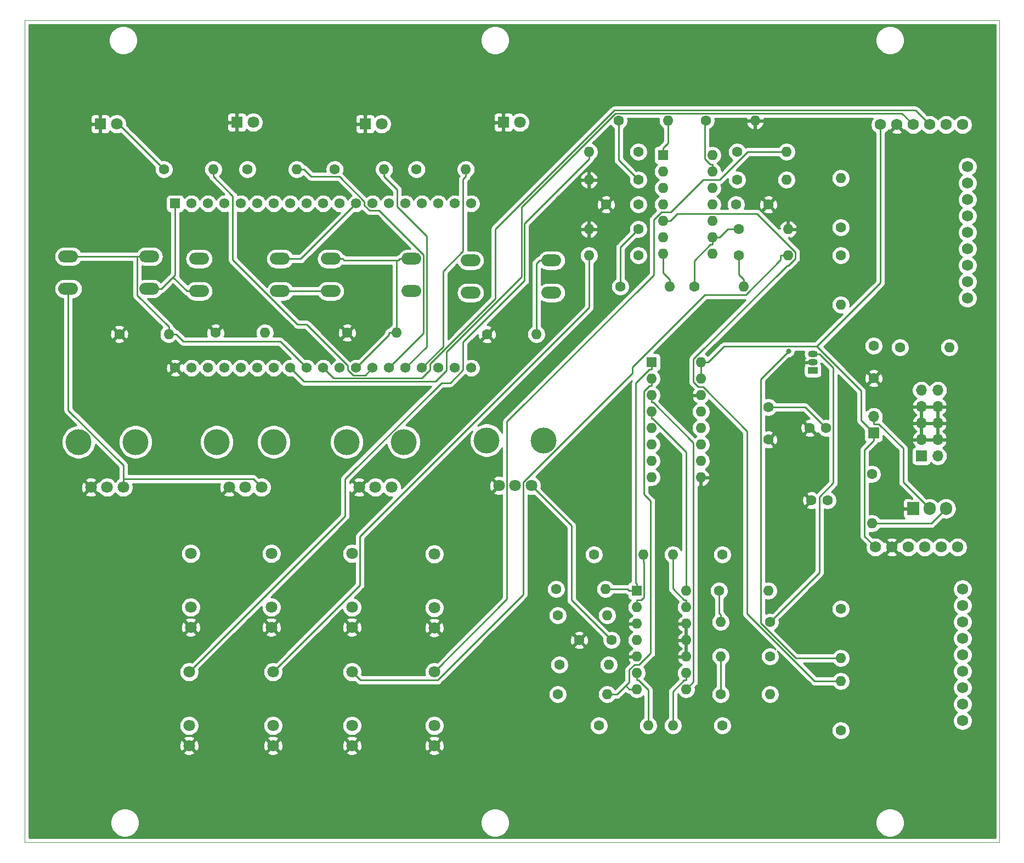
<source format=gbr>
G04 #@! TF.GenerationSoftware,KiCad,Pcbnew,(5.1.7)-1*
G04 #@! TF.CreationDate,2020-10-22T22:29:39+02:00*
G04 #@! TF.ProjectId,eurorack_engine,6575726f-7261-4636-9b5f-656e67696e65,rev?*
G04 #@! TF.SameCoordinates,Original*
G04 #@! TF.FileFunction,Copper,L2,Bot*
G04 #@! TF.FilePolarity,Positive*
%FSLAX46Y46*%
G04 Gerber Fmt 4.6, Leading zero omitted, Abs format (unit mm)*
G04 Created by KiCad (PCBNEW (5.1.7)-1) date 2020-10-22 22:29:39*
%MOMM*%
%LPD*%
G01*
G04 APERTURE LIST*
G04 #@! TA.AperFunction,Profile*
%ADD10C,0.050000*%
G04 #@! TD*
G04 #@! TA.AperFunction,ComponentPad*
%ADD11R,1.500000X1.050000*%
G04 #@! TD*
G04 #@! TA.AperFunction,ComponentPad*
%ADD12O,1.500000X1.050000*%
G04 #@! TD*
G04 #@! TA.AperFunction,ComponentPad*
%ADD13O,1.905000X2.000000*%
G04 #@! TD*
G04 #@! TA.AperFunction,ComponentPad*
%ADD14R,1.905000X2.000000*%
G04 #@! TD*
G04 #@! TA.AperFunction,ComponentPad*
%ADD15O,1.600000X1.600000*%
G04 #@! TD*
G04 #@! TA.AperFunction,ComponentPad*
%ADD16R,1.600000X1.600000*%
G04 #@! TD*
G04 #@! TA.AperFunction,WasherPad*
%ADD17C,4.000000*%
G04 #@! TD*
G04 #@! TA.AperFunction,ComponentPad*
%ADD18C,1.800000*%
G04 #@! TD*
G04 #@! TA.AperFunction,ComponentPad*
%ADD19C,1.600000*%
G04 #@! TD*
G04 #@! TA.AperFunction,ComponentPad*
%ADD20O,1.700000X1.700000*%
G04 #@! TD*
G04 #@! TA.AperFunction,ComponentPad*
%ADD21R,1.700000X1.700000*%
G04 #@! TD*
G04 #@! TA.AperFunction,ComponentPad*
%ADD22O,3.048000X1.850000*%
G04 #@! TD*
G04 #@! TA.AperFunction,ComponentPad*
%ADD23C,1.750000*%
G04 #@! TD*
G04 #@! TA.AperFunction,ComponentPad*
%ADD24R,1.800000X1.800000*%
G04 #@! TD*
G04 #@! TA.AperFunction,ComponentPad*
%ADD25C,1.560000*%
G04 #@! TD*
G04 #@! TA.AperFunction,ComponentPad*
%ADD26R,1.560000X1.560000*%
G04 #@! TD*
G04 #@! TA.AperFunction,ViaPad*
%ADD27C,0.800000*%
G04 #@! TD*
G04 #@! TA.AperFunction,Conductor*
%ADD28C,0.250000*%
G04 #@! TD*
G04 #@! TA.AperFunction,Conductor*
%ADD29C,0.254000*%
G04 #@! TD*
G04 #@! TA.AperFunction,Conductor*
%ADD30C,0.150000*%
G04 #@! TD*
G04 APERTURE END LIST*
D10*
X0Y-127000000D02*
X0Y0D01*
X150500000Y-127000000D02*
X0Y-127000000D01*
X150500000Y0D02*
X150500000Y-127000000D01*
X0Y0D02*
X150500000Y0D01*
D11*
X121666000Y-54102000D03*
D12*
X121666000Y-51562000D03*
X121666000Y-52832000D03*
D13*
X142240000Y-75438000D03*
X139700000Y-75438000D03*
D14*
X137160000Y-75438000D03*
D15*
X102108000Y-88138000D03*
X94488000Y-103378000D03*
X102108000Y-90678000D03*
X94488000Y-100838000D03*
X102108000Y-93218000D03*
X94488000Y-98298000D03*
X102108000Y-95758000D03*
X94488000Y-95758000D03*
X102108000Y-98298000D03*
X94488000Y-93218000D03*
X102108000Y-100838000D03*
X94488000Y-90678000D03*
X102108000Y-103378000D03*
D16*
X94488000Y-88138000D03*
D15*
X106172000Y-20828000D03*
X98552000Y-36068000D03*
X106172000Y-23368000D03*
X98552000Y-33528000D03*
X106172000Y-25908000D03*
X98552000Y-30988000D03*
X106172000Y-28448000D03*
X98552000Y-28448000D03*
X106172000Y-30988000D03*
X98552000Y-25908000D03*
X106172000Y-33528000D03*
X98552000Y-23368000D03*
X106172000Y-36068000D03*
D16*
X98552000Y-20828000D03*
D15*
X104394000Y-52832000D03*
X96774000Y-70612000D03*
X104394000Y-55372000D03*
X96774000Y-68072000D03*
X104394000Y-57912000D03*
X96774000Y-65532000D03*
X104394000Y-60452000D03*
X96774000Y-62992000D03*
X104394000Y-62992000D03*
X96774000Y-60452000D03*
X104394000Y-65532000D03*
X96774000Y-57912000D03*
X104394000Y-68072000D03*
X96774000Y-55372000D03*
X104394000Y-70612000D03*
D16*
X96774000Y-52832000D03*
D17*
X80132000Y-64882000D03*
X71332000Y-64882000D03*
D18*
X78232000Y-71882000D03*
X75732000Y-71882000D03*
X73232000Y-71882000D03*
D17*
X58542000Y-65136000D03*
X49742000Y-65136000D03*
D18*
X56642000Y-72136000D03*
X54142000Y-72136000D03*
X51642000Y-72136000D03*
D17*
X38476000Y-65136000D03*
X29676000Y-65136000D03*
D18*
X36576000Y-72136000D03*
X34076000Y-72136000D03*
X31576000Y-72136000D03*
D17*
X17140000Y-65136000D03*
X8340000Y-65136000D03*
D18*
X15240000Y-72136000D03*
X12740000Y-72136000D03*
X10240000Y-72136000D03*
D15*
X142748000Y-50546000D03*
D19*
X135128000Y-50546000D03*
D15*
X130810000Y-77724000D03*
D19*
X130810000Y-70104000D03*
D15*
X117602000Y-20320000D03*
D19*
X109982000Y-20320000D03*
D15*
X87122000Y-36322000D03*
D19*
X94742000Y-36322000D03*
D15*
X115062000Y-104140000D03*
D19*
X107442000Y-104140000D03*
D15*
X114808000Y-88138000D03*
D19*
X107188000Y-88138000D03*
D15*
X117602000Y-24638000D03*
D19*
X109982000Y-24638000D03*
D15*
X99568000Y-41148000D03*
D19*
X91948000Y-41148000D03*
D15*
X100076000Y-108966000D03*
D19*
X107696000Y-108966000D03*
D15*
X100076000Y-82550000D03*
D19*
X107696000Y-82550000D03*
D15*
X112776000Y-15494000D03*
D19*
X105156000Y-15494000D03*
D15*
X87122000Y-32258000D03*
D19*
X94742000Y-32258000D03*
D15*
X107442000Y-98298000D03*
D19*
X115062000Y-98298000D03*
D15*
X107442000Y-92964000D03*
D19*
X115062000Y-92964000D03*
D15*
X125984000Y-24384000D03*
D19*
X125984000Y-32004000D03*
D15*
X125984000Y-102108000D03*
D19*
X125984000Y-109728000D03*
D15*
X117856000Y-36322000D03*
D19*
X110236000Y-36322000D03*
D15*
X87122000Y-20320000D03*
D19*
X94742000Y-20320000D03*
D15*
X89662000Y-87884000D03*
D19*
X82042000Y-87884000D03*
D15*
X89916000Y-104140000D03*
D19*
X82296000Y-104140000D03*
D15*
X95504000Y-82550000D03*
D19*
X87884000Y-82550000D03*
D15*
X96266000Y-108966000D03*
D19*
X88646000Y-108966000D03*
D15*
X110998000Y-41148000D03*
D19*
X103378000Y-41148000D03*
D15*
X99314000Y-15494000D03*
D19*
X91694000Y-15494000D03*
D15*
X89916000Y-91948000D03*
D19*
X82296000Y-91948000D03*
D15*
X90170000Y-99568000D03*
D19*
X82550000Y-99568000D03*
D15*
X117856000Y-32258000D03*
D19*
X110236000Y-32258000D03*
D15*
X87122000Y-24638000D03*
D19*
X94742000Y-24638000D03*
D15*
X125984000Y-43942000D03*
D19*
X125984000Y-36322000D03*
D15*
X125984000Y-98552000D03*
D19*
X125984000Y-90932000D03*
D20*
X131064000Y-61214000D03*
D21*
X131064000Y-63754000D03*
D20*
X140970000Y-57150000D03*
X138430000Y-57150000D03*
X140970000Y-59690000D03*
X138430000Y-59690000D03*
X140970000Y-62230000D03*
X138430000Y-62230000D03*
X140970000Y-64770000D03*
X138430000Y-64770000D03*
X140970000Y-67310000D03*
D21*
X138430000Y-67310000D03*
D18*
X63246000Y-100666000D03*
X63246000Y-112066000D03*
X63246000Y-108966000D03*
X38354000Y-100666000D03*
X38354000Y-112066000D03*
X38354000Y-108966000D03*
X50546000Y-82378000D03*
X50546000Y-93778000D03*
X50546000Y-90678000D03*
X63246000Y-82456000D03*
X63246000Y-93856000D03*
X63246000Y-90756000D03*
X50546000Y-100666000D03*
X50546000Y-112066000D03*
X50546000Y-108966000D03*
X25400000Y-100666000D03*
X25400000Y-112066000D03*
X25400000Y-108966000D03*
X25654000Y-82378000D03*
X25654000Y-93778000D03*
X25654000Y-90678000D03*
X38100000Y-82378000D03*
X38100000Y-93778000D03*
X38100000Y-90678000D03*
D19*
X90598000Y-95758000D03*
X85598000Y-95758000D03*
X131064000Y-55292000D03*
X131064000Y-50292000D03*
X114808000Y-28448000D03*
X109808000Y-28448000D03*
X94742000Y-28448000D03*
X89742000Y-28448000D03*
X114808000Y-59770000D03*
X114808000Y-64770000D03*
X121198000Y-62992000D03*
X123698000Y-62992000D03*
X121452000Y-74168000D03*
X123952000Y-74168000D03*
D22*
X68834000Y-42084000D03*
X68834000Y-37084000D03*
X81334000Y-42084000D03*
X81334000Y-37084000D03*
X47244000Y-41830000D03*
X47244000Y-36830000D03*
X59744000Y-41830000D03*
X59744000Y-36830000D03*
X26924000Y-41830000D03*
X26924000Y-36830000D03*
X39424000Y-41830000D03*
X39424000Y-36830000D03*
X6746000Y-41476000D03*
X6746000Y-36476000D03*
X19246000Y-41476000D03*
X19246000Y-36476000D03*
D15*
X78994000Y-48514000D03*
D19*
X71374000Y-48514000D03*
D15*
X57404000Y-48260000D03*
D19*
X49784000Y-48260000D03*
D15*
X37084000Y-48260000D03*
D19*
X29464000Y-48260000D03*
D15*
X22246000Y-48476000D03*
D19*
X14626000Y-48476000D03*
D15*
X68120000Y-23000000D03*
D19*
X60500000Y-23000000D03*
D15*
X55500000Y-23000000D03*
D19*
X47880000Y-23000000D03*
D15*
X42000000Y-23000000D03*
D19*
X34380000Y-23000000D03*
D15*
X29120000Y-23000000D03*
D19*
X21500000Y-23000000D03*
D23*
X145542000Y-42926000D03*
X145542000Y-40386000D03*
X145542000Y-37846000D03*
X145542000Y-35306000D03*
X145542000Y-32766000D03*
X145542000Y-30226000D03*
X145542000Y-27686000D03*
X145542000Y-25146000D03*
X145542000Y-22606000D03*
X144792000Y-16106000D03*
X142252000Y-16106000D03*
X139712000Y-16106000D03*
X137172000Y-16106000D03*
X134632000Y-16106000D03*
X132092000Y-16106000D03*
D18*
X76454000Y-15748000D03*
D24*
X73914000Y-15748000D03*
D18*
X55118000Y-16002000D03*
D24*
X52578000Y-16002000D03*
D18*
X35306000Y-15748000D03*
D24*
X32766000Y-15748000D03*
D18*
X14224000Y-16002000D03*
D24*
X11684000Y-16002000D03*
D25*
X68960000Y-53700000D03*
X66420000Y-53700000D03*
X63880000Y-53700000D03*
X61340000Y-53700000D03*
X58800000Y-53700000D03*
X56260000Y-53700000D03*
X53720000Y-53700000D03*
X51180000Y-53700000D03*
X48640000Y-53700000D03*
X46100000Y-53700000D03*
X43560000Y-53700000D03*
X41020000Y-53700000D03*
X38480000Y-53700000D03*
X35940000Y-53700000D03*
X33400000Y-53700000D03*
X30860000Y-53700000D03*
X28320000Y-53700000D03*
X25780000Y-53700000D03*
X23240000Y-53700000D03*
X66420000Y-28300000D03*
X63880000Y-28300000D03*
X61340000Y-28300000D03*
X58800000Y-28300000D03*
X56260000Y-28300000D03*
X53720000Y-28300000D03*
X51180000Y-28300000D03*
X48640000Y-28300000D03*
X46100000Y-28300000D03*
X43560000Y-28300000D03*
X41020000Y-28300000D03*
X38480000Y-28300000D03*
X35940000Y-28300000D03*
X33400000Y-28300000D03*
X30860000Y-28300000D03*
X28320000Y-28300000D03*
X68960000Y-28300000D03*
X25780000Y-28300000D03*
D26*
X23240000Y-28300000D03*
D23*
X144780000Y-108204000D03*
X144780000Y-105664000D03*
X144780000Y-103124000D03*
X144780000Y-100584000D03*
X144780000Y-98044000D03*
X144780000Y-95504000D03*
X144780000Y-92964000D03*
X144780000Y-90424000D03*
X144780000Y-87884000D03*
X144030000Y-81384000D03*
X141490000Y-81384000D03*
X138950000Y-81384000D03*
X136410000Y-81384000D03*
X133870000Y-81384000D03*
X131330000Y-81384000D03*
D27*
X117931200Y-51112900D03*
D28*
X130810000Y-77724000D02*
X139954000Y-77724000D01*
X139954000Y-77724000D02*
X142240000Y-75438000D01*
X15240000Y-70861000D02*
X15240000Y-72136000D01*
X6746000Y-41476000D02*
X6746000Y-60242000D01*
X6746000Y-60242000D02*
X15240000Y-68736000D01*
X15240000Y-68736000D02*
X15240000Y-70861000D01*
X15240000Y-70861000D02*
X35301000Y-70861000D01*
X35301000Y-70861000D02*
X36576000Y-72136000D01*
X131064000Y-63754000D02*
X131064000Y-64929300D01*
X131330000Y-81384000D02*
X129661400Y-79715400D01*
X129661400Y-79715400D02*
X129661400Y-66331900D01*
X129661400Y-66331900D02*
X131064000Y-64929300D01*
X122282600Y-50387600D02*
X107963700Y-50387600D01*
X107963700Y-50387600D02*
X105519300Y-52832000D01*
X132092000Y-16106000D02*
X132092000Y-40578200D01*
X132092000Y-40578200D02*
X122282600Y-50387600D01*
X122282600Y-50387600D02*
X129128700Y-57233700D01*
X129128700Y-57233700D02*
X129128700Y-61818700D01*
X129128700Y-61818700D02*
X131064000Y-63754000D01*
X104394000Y-52832000D02*
X105519300Y-52832000D01*
X104394000Y-55372000D02*
X104394000Y-52832000D01*
X90598000Y-95758000D02*
X84421300Y-89581300D01*
X84421300Y-89581300D02*
X84421300Y-78071300D01*
X84421300Y-78071300D02*
X78232000Y-71882000D01*
X39424000Y-41830000D02*
X47244000Y-41830000D01*
X22908000Y-39663300D02*
X21095300Y-41476000D01*
X23240000Y-28300000D02*
X23240000Y-39331300D01*
X23240000Y-39331300D02*
X22908000Y-39663300D01*
X22908000Y-39663300D02*
X25074700Y-41830000D01*
X26924000Y-41830000D02*
X25074700Y-41830000D01*
X19246000Y-41476000D02*
X21095300Y-41476000D01*
X14224000Y-16002000D02*
X14502000Y-16002000D01*
X14502000Y-16002000D02*
X21500000Y-23000000D01*
X139712000Y-16106000D02*
X137513200Y-13907200D01*
X137513200Y-13907200D02*
X91019200Y-13907200D01*
X91019200Y-13907200D02*
X72694700Y-32231700D01*
X72694700Y-32231700D02*
X72694700Y-42982200D01*
X72694700Y-42982200D02*
X62610000Y-53066900D01*
X62610000Y-53066900D02*
X62610000Y-54017800D01*
X62610000Y-54017800D02*
X61320700Y-55307100D01*
X61320700Y-55307100D02*
X47707100Y-55307100D01*
X47707100Y-55307100D02*
X46100000Y-53700000D01*
X137172000Y-16106000D02*
X135423500Y-14357500D01*
X135423500Y-14357500D02*
X91205800Y-14357500D01*
X91205800Y-14357500D02*
X76725500Y-28837800D01*
X76725500Y-28837800D02*
X76725500Y-39609900D01*
X76725500Y-39609900D02*
X65150000Y-51185400D01*
X65150000Y-51185400D02*
X65150000Y-54062100D01*
X65150000Y-54062100D02*
X63440000Y-55772100D01*
X63440000Y-55772100D02*
X43092100Y-55772100D01*
X43092100Y-55772100D02*
X41020000Y-53700000D01*
X87122000Y-20320000D02*
X87122000Y-21445300D01*
X25400000Y-100666000D02*
X49478800Y-76587200D01*
X49478800Y-76587200D02*
X49478800Y-70849600D01*
X49478800Y-70849600D02*
X64328900Y-55999500D01*
X64328900Y-55999500D02*
X65685000Y-55999500D01*
X65685000Y-55999500D02*
X67690000Y-53994500D01*
X67690000Y-53994500D02*
X67690000Y-49719100D01*
X67690000Y-49719100D02*
X77175900Y-40233200D01*
X77175900Y-40233200D02*
X77175900Y-31391400D01*
X77175900Y-31391400D02*
X87122000Y-21445300D01*
X117856000Y-36322000D02*
X116730700Y-36322000D01*
X50546000Y-100666000D02*
X51818200Y-101938200D01*
X51818200Y-101938200D02*
X63736700Y-101938200D01*
X63736700Y-101938200D02*
X76982000Y-88692900D01*
X76982000Y-88692900D02*
X76982000Y-71355200D01*
X76982000Y-71355200D02*
X93852400Y-54484800D01*
X93852400Y-54484800D02*
X93852400Y-53613700D01*
X93852400Y-53613700D02*
X105029000Y-42437100D01*
X105029000Y-42437100D02*
X111318900Y-42437100D01*
X111318900Y-42437100D02*
X116730700Y-37025300D01*
X116730700Y-37025300D02*
X116730700Y-36322000D01*
X38354000Y-100666000D02*
X51772800Y-87247200D01*
X51772800Y-87247200D02*
X51772800Y-79731700D01*
X51772800Y-79731700D02*
X87122000Y-44382500D01*
X87122000Y-44382500D02*
X87122000Y-36322000D01*
X117602000Y-20320000D02*
X111611000Y-20320000D01*
X111611000Y-20320000D02*
X107293000Y-24638000D01*
X107293000Y-24638000D02*
X104752900Y-24638000D01*
X104752900Y-24638000D02*
X99753300Y-29637600D01*
X99753300Y-29637600D02*
X98300000Y-29637600D01*
X98300000Y-29637600D02*
X97096900Y-30840700D01*
X97096900Y-30840700D02*
X97096900Y-39365900D01*
X97096900Y-39365900D02*
X74482000Y-61980800D01*
X74482000Y-61980800D02*
X74482000Y-89430000D01*
X74482000Y-89430000D02*
X63246000Y-100666000D01*
X29120000Y-23000000D02*
X29120000Y-24125300D01*
X53720000Y-53700000D02*
X52567400Y-54852600D01*
X52567400Y-54852600D02*
X50750700Y-54852600D01*
X50750700Y-54852600D02*
X49910000Y-54011900D01*
X49910000Y-54011900D02*
X49910000Y-53364100D01*
X49910000Y-53364100D02*
X43534300Y-46988400D01*
X43534300Y-46988400D02*
X42137400Y-46988400D01*
X42137400Y-46988400D02*
X32130000Y-36981000D01*
X32130000Y-36981000D02*
X32130000Y-27135300D01*
X32130000Y-27135300D02*
X29120000Y-24125300D01*
X42000000Y-23000000D02*
X43125300Y-23000000D01*
X56260000Y-53700000D02*
X61595100Y-48364900D01*
X61595100Y-48364900D02*
X61595100Y-36252700D01*
X61595100Y-36252700D02*
X54747800Y-29405400D01*
X54747800Y-29405400D02*
X53242600Y-29405400D01*
X53242600Y-29405400D02*
X52450000Y-28612800D01*
X52450000Y-28612800D02*
X52450000Y-27992300D01*
X52450000Y-27992300D02*
X48583000Y-24125300D01*
X48583000Y-24125300D02*
X44250600Y-24125300D01*
X44250600Y-24125300D02*
X43125300Y-23000000D01*
X58800000Y-53700000D02*
X62078900Y-50421100D01*
X62078900Y-50421100D02*
X62078900Y-33339100D01*
X62078900Y-33339100D02*
X57530000Y-28790200D01*
X57530000Y-28790200D02*
X57530000Y-26155300D01*
X57530000Y-26155300D02*
X55500000Y-24125300D01*
X55500000Y-23000000D02*
X55500000Y-24125300D01*
X68120000Y-23000000D02*
X68120000Y-24125300D01*
X61340000Y-53700000D02*
X64584600Y-50455400D01*
X64584600Y-50455400D02*
X64584600Y-38774400D01*
X64584600Y-38774400D02*
X67690000Y-35669000D01*
X67690000Y-35669000D02*
X67690000Y-24555300D01*
X67690000Y-24555300D02*
X68120000Y-24125300D01*
X106172000Y-33528000D02*
X106172000Y-34653300D01*
X103378000Y-41148000D02*
X103378000Y-37166000D01*
X103378000Y-37166000D02*
X105890700Y-34653300D01*
X105890700Y-34653300D02*
X106172000Y-34653300D01*
X106172000Y-33528000D02*
X107297300Y-33528000D01*
X110236000Y-32258000D02*
X108567300Y-32258000D01*
X108567300Y-32258000D02*
X107297300Y-33528000D01*
X98552000Y-20828000D02*
X98552000Y-19702700D01*
X99314000Y-15494000D02*
X99314000Y-18940700D01*
X99314000Y-18940700D02*
X98552000Y-19702700D01*
X110998000Y-41148000D02*
X110998000Y-40022700D01*
X110998000Y-40022700D02*
X110236000Y-39260700D01*
X110236000Y-39260700D02*
X110236000Y-36322000D01*
X94488000Y-100838000D02*
X94488000Y-101963300D01*
X96266000Y-108966000D02*
X96266000Y-103460000D01*
X96266000Y-103460000D02*
X94769300Y-101963300D01*
X94769300Y-101963300D02*
X94488000Y-101963300D01*
X102108000Y-90678000D02*
X102108000Y-89552700D01*
X100076000Y-82550000D02*
X100076000Y-87802000D01*
X100076000Y-87802000D02*
X101826700Y-89552700D01*
X101826700Y-89552700D02*
X102108000Y-89552700D01*
X107442000Y-92964000D02*
X107442000Y-91838700D01*
X107442000Y-91838700D02*
X107188000Y-91584700D01*
X107188000Y-91584700D02*
X107188000Y-88138000D01*
X102108000Y-100838000D02*
X102108000Y-101963300D01*
X100076000Y-108966000D02*
X100076000Y-103714000D01*
X100076000Y-103714000D02*
X101826700Y-101963300D01*
X101826700Y-101963300D02*
X102108000Y-101963300D01*
X107442000Y-98298000D02*
X107442000Y-104140000D01*
X91948000Y-41148000D02*
X91948000Y-35052000D01*
X91948000Y-35052000D02*
X94742000Y-32258000D01*
X106172000Y-23368000D02*
X106172000Y-22242700D01*
X105156000Y-15494000D02*
X105046700Y-15603300D01*
X105046700Y-15603300D02*
X105046700Y-21398800D01*
X105046700Y-21398800D02*
X105890600Y-22242700D01*
X105890600Y-22242700D02*
X106172000Y-22242700D01*
X22246000Y-48476000D02*
X23371300Y-48476000D01*
X43560000Y-53700000D02*
X39461300Y-49601300D01*
X39461300Y-49601300D02*
X24496600Y-49601300D01*
X24496600Y-49601300D02*
X23371300Y-48476000D01*
X17396700Y-36476000D02*
X6746000Y-36476000D01*
X18321400Y-36476000D02*
X17396700Y-36476000D01*
X19246000Y-36476000D02*
X18321400Y-36476000D01*
X22246000Y-48476000D02*
X22246000Y-47350700D01*
X22246000Y-47350700D02*
X17396700Y-42501400D01*
X17396700Y-42501400D02*
X17396700Y-36476000D01*
X51180000Y-28300000D02*
X42650000Y-36830000D01*
X42650000Y-36830000D02*
X39424000Y-36830000D01*
X57404000Y-48260000D02*
X56278700Y-48260000D01*
X51180000Y-53700000D02*
X56278700Y-48601300D01*
X56278700Y-48601300D02*
X56278700Y-48260000D01*
X57404000Y-37075300D02*
X49338600Y-37075300D01*
X49338600Y-37075300D02*
X49093300Y-36830000D01*
X57894700Y-36830000D02*
X57649400Y-37075300D01*
X57649400Y-37075300D02*
X57404000Y-37075300D01*
X57404000Y-37075300D02*
X57404000Y-47134700D01*
X47244000Y-36830000D02*
X49093300Y-36830000D01*
X57404000Y-48260000D02*
X57404000Y-47134700D01*
X59744000Y-36830000D02*
X57894700Y-36830000D01*
X78994000Y-48514000D02*
X78994000Y-37574700D01*
X78994000Y-37574700D02*
X79484700Y-37084000D01*
X81334000Y-37084000D02*
X79484700Y-37084000D01*
X131064000Y-61214000D02*
X131064000Y-62389300D01*
X131064000Y-62389300D02*
X131872000Y-62389300D01*
X131872000Y-62389300D02*
X135632700Y-66150000D01*
X135632700Y-66150000D02*
X135632700Y-71370700D01*
X135632700Y-71370700D02*
X139700000Y-75438000D01*
X123698000Y-62992000D02*
X120476000Y-59770000D01*
X120476000Y-59770000D02*
X114808000Y-59770000D01*
X115062000Y-92964000D02*
X122702000Y-85324000D01*
X122702000Y-85324000D02*
X122702000Y-73617800D01*
X122702000Y-73617800D02*
X124837000Y-71482800D01*
X124837000Y-71482800D02*
X124837000Y-53657700D01*
X124837000Y-53657700D02*
X122741300Y-51562000D01*
X121666000Y-51562000D02*
X122741300Y-51562000D01*
X124858700Y-98552000D02*
X119038900Y-98552000D01*
X119038900Y-98552000D02*
X113635400Y-93148500D01*
X113635400Y-93148500D02*
X113635400Y-55408700D01*
X113635400Y-55408700D02*
X117931200Y-51112900D01*
X125984000Y-98552000D02*
X124858700Y-98552000D01*
X91694000Y-15494000D02*
X91694000Y-21590000D01*
X91694000Y-21590000D02*
X94742000Y-24638000D01*
X94488000Y-90678000D02*
X94488000Y-89552700D01*
X95504000Y-82550000D02*
X95504000Y-83675300D01*
X95504000Y-83675300D02*
X95613300Y-83784600D01*
X95613300Y-83784600D02*
X95613300Y-89130800D01*
X95613300Y-89130800D02*
X95191400Y-89552700D01*
X95191400Y-89552700D02*
X94488000Y-89552700D01*
X92785500Y-102800700D02*
X93348100Y-102238100D01*
X93348100Y-102238100D02*
X93348100Y-100353500D01*
X93348100Y-100353500D02*
X94133600Y-99568000D01*
X94133600Y-99568000D02*
X94873600Y-99568000D01*
X94873600Y-99568000D02*
X96652300Y-97789300D01*
X96652300Y-97789300D02*
X96652300Y-74256800D01*
X96652300Y-74256800D02*
X95648700Y-73253200D01*
X95648700Y-73253200D02*
X95648700Y-57341200D01*
X95648700Y-57341200D02*
X96492600Y-56497300D01*
X96492600Y-56497300D02*
X96774000Y-56497300D01*
X89916000Y-104140000D02*
X91446200Y-104140000D01*
X91446200Y-104140000D02*
X92785500Y-102800700D01*
X93362700Y-103378000D02*
X92785500Y-102800700D01*
X94488000Y-103378000D02*
X93362700Y-103378000D01*
X96774000Y-55372000D02*
X96774000Y-56497300D01*
X98552000Y-30988000D02*
X99677300Y-30988000D01*
X125984000Y-102108000D02*
X121958000Y-102108000D01*
X121958000Y-102108000D02*
X111554700Y-91704700D01*
X111554700Y-91704700D02*
X111554700Y-63475200D01*
X111554700Y-63475200D02*
X104721500Y-56642000D01*
X104721500Y-56642000D02*
X104021800Y-56642000D01*
X104021800Y-56642000D02*
X103258100Y-55878300D01*
X103258100Y-55878300D02*
X103258100Y-52311600D01*
X103258100Y-52311600D02*
X117684000Y-37885700D01*
X117684000Y-37885700D02*
X117890700Y-37885700D01*
X117890700Y-37885700D02*
X119002200Y-36774200D01*
X119002200Y-36774200D02*
X119002200Y-35802100D01*
X119002200Y-35802100D02*
X113062800Y-29862700D01*
X113062800Y-29862700D02*
X100802600Y-29862700D01*
X100802600Y-29862700D02*
X99677300Y-30988000D01*
X99568000Y-41148000D02*
X99568000Y-40022700D01*
X99568000Y-40022700D02*
X98552000Y-39006700D01*
X98552000Y-39006700D02*
X98552000Y-36068000D01*
X96774000Y-61577300D02*
X96978500Y-61577300D01*
X96978500Y-61577300D02*
X102108000Y-66706800D01*
X102108000Y-66706800D02*
X102108000Y-88138000D01*
X96774000Y-60452000D02*
X96774000Y-61577300D01*
X96774000Y-57912000D02*
X96774000Y-59037300D01*
X102108000Y-103378000D02*
X103268600Y-102217400D01*
X103268600Y-102217400D02*
X103268600Y-65250600D01*
X103268600Y-65250600D02*
X97055300Y-59037300D01*
X97055300Y-59037300D02*
X96774000Y-59037300D01*
X94488000Y-88138000D02*
X93362700Y-88138000D01*
X89662000Y-87884000D02*
X93108700Y-87884000D01*
X93108700Y-87884000D02*
X93362700Y-88138000D01*
X96774000Y-52832000D02*
X96774000Y-53957300D01*
X94488000Y-88138000D02*
X94488000Y-87012700D01*
X94488000Y-87012700D02*
X94373900Y-86898600D01*
X94373900Y-86898600D02*
X94373900Y-56076100D01*
X94373900Y-56076100D02*
X96492700Y-53957300D01*
X96492700Y-53957300D02*
X96774000Y-53957300D01*
D29*
X149840001Y-126340000D02*
X660000Y-126340000D01*
X660000Y-123731872D01*
X13259000Y-123731872D01*
X13259000Y-124172128D01*
X13344890Y-124603925D01*
X13513369Y-125010669D01*
X13757962Y-125376729D01*
X14069271Y-125688038D01*
X14435331Y-125932631D01*
X14842075Y-126101110D01*
X15273872Y-126187000D01*
X15714128Y-126187000D01*
X16145925Y-126101110D01*
X16552669Y-125932631D01*
X16918729Y-125688038D01*
X17230038Y-125376729D01*
X17474631Y-125010669D01*
X17643110Y-124603925D01*
X17729000Y-124172128D01*
X17729000Y-123731872D01*
X70409000Y-123731872D01*
X70409000Y-124172128D01*
X70494890Y-124603925D01*
X70663369Y-125010669D01*
X70907962Y-125376729D01*
X71219271Y-125688038D01*
X71585331Y-125932631D01*
X71992075Y-126101110D01*
X72423872Y-126187000D01*
X72864128Y-126187000D01*
X73295925Y-126101110D01*
X73702669Y-125932631D01*
X74068729Y-125688038D01*
X74380038Y-125376729D01*
X74624631Y-125010669D01*
X74793110Y-124603925D01*
X74879000Y-124172128D01*
X74879000Y-123731872D01*
X131369000Y-123731872D01*
X131369000Y-124172128D01*
X131454890Y-124603925D01*
X131623369Y-125010669D01*
X131867962Y-125376729D01*
X132179271Y-125688038D01*
X132545331Y-125932631D01*
X132952075Y-126101110D01*
X133383872Y-126187000D01*
X133824128Y-126187000D01*
X134255925Y-126101110D01*
X134662669Y-125932631D01*
X135028729Y-125688038D01*
X135340038Y-125376729D01*
X135584631Y-125010669D01*
X135753110Y-124603925D01*
X135839000Y-124172128D01*
X135839000Y-123731872D01*
X135753110Y-123300075D01*
X135584631Y-122893331D01*
X135340038Y-122527271D01*
X135028729Y-122215962D01*
X134662669Y-121971369D01*
X134255925Y-121802890D01*
X133824128Y-121717000D01*
X133383872Y-121717000D01*
X132952075Y-121802890D01*
X132545331Y-121971369D01*
X132179271Y-122215962D01*
X131867962Y-122527271D01*
X131623369Y-122893331D01*
X131454890Y-123300075D01*
X131369000Y-123731872D01*
X74879000Y-123731872D01*
X74793110Y-123300075D01*
X74624631Y-122893331D01*
X74380038Y-122527271D01*
X74068729Y-122215962D01*
X73702669Y-121971369D01*
X73295925Y-121802890D01*
X72864128Y-121717000D01*
X72423872Y-121717000D01*
X71992075Y-121802890D01*
X71585331Y-121971369D01*
X71219271Y-122215962D01*
X70907962Y-122527271D01*
X70663369Y-122893331D01*
X70494890Y-123300075D01*
X70409000Y-123731872D01*
X17729000Y-123731872D01*
X17643110Y-123300075D01*
X17474631Y-122893331D01*
X17230038Y-122527271D01*
X16918729Y-122215962D01*
X16552669Y-121971369D01*
X16145925Y-121802890D01*
X15714128Y-121717000D01*
X15273872Y-121717000D01*
X14842075Y-121802890D01*
X14435331Y-121971369D01*
X14069271Y-122215962D01*
X13757962Y-122527271D01*
X13513369Y-122893331D01*
X13344890Y-123300075D01*
X13259000Y-123731872D01*
X660000Y-123731872D01*
X660000Y-113130080D01*
X24515525Y-113130080D01*
X24599208Y-113384261D01*
X24871775Y-113515158D01*
X25164642Y-113590365D01*
X25466553Y-113606991D01*
X25765907Y-113564397D01*
X26051199Y-113464222D01*
X26200792Y-113384261D01*
X26284475Y-113130080D01*
X37469525Y-113130080D01*
X37553208Y-113384261D01*
X37825775Y-113515158D01*
X38118642Y-113590365D01*
X38420553Y-113606991D01*
X38719907Y-113564397D01*
X39005199Y-113464222D01*
X39154792Y-113384261D01*
X39238475Y-113130080D01*
X49661525Y-113130080D01*
X49745208Y-113384261D01*
X50017775Y-113515158D01*
X50310642Y-113590365D01*
X50612553Y-113606991D01*
X50911907Y-113564397D01*
X51197199Y-113464222D01*
X51346792Y-113384261D01*
X51430475Y-113130080D01*
X62361525Y-113130080D01*
X62445208Y-113384261D01*
X62717775Y-113515158D01*
X63010642Y-113590365D01*
X63312553Y-113606991D01*
X63611907Y-113564397D01*
X63897199Y-113464222D01*
X64046792Y-113384261D01*
X64130475Y-113130080D01*
X63246000Y-112245605D01*
X62361525Y-113130080D01*
X51430475Y-113130080D01*
X50546000Y-112245605D01*
X49661525Y-113130080D01*
X39238475Y-113130080D01*
X38354000Y-112245605D01*
X37469525Y-113130080D01*
X26284475Y-113130080D01*
X25400000Y-112245605D01*
X24515525Y-113130080D01*
X660000Y-113130080D01*
X660000Y-112132553D01*
X23859009Y-112132553D01*
X23901603Y-112431907D01*
X24001778Y-112717199D01*
X24081739Y-112866792D01*
X24335920Y-112950475D01*
X25220395Y-112066000D01*
X25579605Y-112066000D01*
X26464080Y-112950475D01*
X26718261Y-112866792D01*
X26849158Y-112594225D01*
X26924365Y-112301358D01*
X26933660Y-112132553D01*
X36813009Y-112132553D01*
X36855603Y-112431907D01*
X36955778Y-112717199D01*
X37035739Y-112866792D01*
X37289920Y-112950475D01*
X38174395Y-112066000D01*
X38533605Y-112066000D01*
X39418080Y-112950475D01*
X39672261Y-112866792D01*
X39803158Y-112594225D01*
X39878365Y-112301358D01*
X39887660Y-112132553D01*
X49005009Y-112132553D01*
X49047603Y-112431907D01*
X49147778Y-112717199D01*
X49227739Y-112866792D01*
X49481920Y-112950475D01*
X50366395Y-112066000D01*
X50725605Y-112066000D01*
X51610080Y-112950475D01*
X51864261Y-112866792D01*
X51995158Y-112594225D01*
X52070365Y-112301358D01*
X52079660Y-112132553D01*
X61705009Y-112132553D01*
X61747603Y-112431907D01*
X61847778Y-112717199D01*
X61927739Y-112866792D01*
X62181920Y-112950475D01*
X63066395Y-112066000D01*
X63425605Y-112066000D01*
X64310080Y-112950475D01*
X64564261Y-112866792D01*
X64695158Y-112594225D01*
X64770365Y-112301358D01*
X64786991Y-111999447D01*
X64744397Y-111700093D01*
X64644222Y-111414801D01*
X64564261Y-111265208D01*
X64310080Y-111181525D01*
X63425605Y-112066000D01*
X63066395Y-112066000D01*
X62181920Y-111181525D01*
X61927739Y-111265208D01*
X61796842Y-111537775D01*
X61721635Y-111830642D01*
X61705009Y-112132553D01*
X52079660Y-112132553D01*
X52086991Y-111999447D01*
X52044397Y-111700093D01*
X51944222Y-111414801D01*
X51864261Y-111265208D01*
X51610080Y-111181525D01*
X50725605Y-112066000D01*
X50366395Y-112066000D01*
X49481920Y-111181525D01*
X49227739Y-111265208D01*
X49096842Y-111537775D01*
X49021635Y-111830642D01*
X49005009Y-112132553D01*
X39887660Y-112132553D01*
X39894991Y-111999447D01*
X39852397Y-111700093D01*
X39752222Y-111414801D01*
X39672261Y-111265208D01*
X39418080Y-111181525D01*
X38533605Y-112066000D01*
X38174395Y-112066000D01*
X37289920Y-111181525D01*
X37035739Y-111265208D01*
X36904842Y-111537775D01*
X36829635Y-111830642D01*
X36813009Y-112132553D01*
X26933660Y-112132553D01*
X26940991Y-111999447D01*
X26898397Y-111700093D01*
X26798222Y-111414801D01*
X26718261Y-111265208D01*
X26464080Y-111181525D01*
X25579605Y-112066000D01*
X25220395Y-112066000D01*
X24335920Y-111181525D01*
X24081739Y-111265208D01*
X23950842Y-111537775D01*
X23875635Y-111830642D01*
X23859009Y-112132553D01*
X660000Y-112132553D01*
X660000Y-111001920D01*
X24515525Y-111001920D01*
X25400000Y-111886395D01*
X26284475Y-111001920D01*
X37469525Y-111001920D01*
X38354000Y-111886395D01*
X39238475Y-111001920D01*
X49661525Y-111001920D01*
X50546000Y-111886395D01*
X51430475Y-111001920D01*
X62361525Y-111001920D01*
X63246000Y-111886395D01*
X64130475Y-111001920D01*
X64046792Y-110747739D01*
X63774225Y-110616842D01*
X63481358Y-110541635D01*
X63179447Y-110525009D01*
X62880093Y-110567603D01*
X62594801Y-110667778D01*
X62445208Y-110747739D01*
X62361525Y-111001920D01*
X51430475Y-111001920D01*
X51346792Y-110747739D01*
X51074225Y-110616842D01*
X50781358Y-110541635D01*
X50479447Y-110525009D01*
X50180093Y-110567603D01*
X49894801Y-110667778D01*
X49745208Y-110747739D01*
X49661525Y-111001920D01*
X39238475Y-111001920D01*
X39154792Y-110747739D01*
X38882225Y-110616842D01*
X38589358Y-110541635D01*
X38287447Y-110525009D01*
X37988093Y-110567603D01*
X37702801Y-110667778D01*
X37553208Y-110747739D01*
X37469525Y-111001920D01*
X26284475Y-111001920D01*
X26200792Y-110747739D01*
X25928225Y-110616842D01*
X25635358Y-110541635D01*
X25333447Y-110525009D01*
X25034093Y-110567603D01*
X24748801Y-110667778D01*
X24599208Y-110747739D01*
X24515525Y-111001920D01*
X660000Y-111001920D01*
X660000Y-108814816D01*
X23865000Y-108814816D01*
X23865000Y-109117184D01*
X23923989Y-109413743D01*
X24039701Y-109693095D01*
X24207688Y-109944505D01*
X24421495Y-110158312D01*
X24672905Y-110326299D01*
X24952257Y-110442011D01*
X25248816Y-110501000D01*
X25551184Y-110501000D01*
X25847743Y-110442011D01*
X26127095Y-110326299D01*
X26378505Y-110158312D01*
X26592312Y-109944505D01*
X26760299Y-109693095D01*
X26876011Y-109413743D01*
X26935000Y-109117184D01*
X26935000Y-108814816D01*
X36819000Y-108814816D01*
X36819000Y-109117184D01*
X36877989Y-109413743D01*
X36993701Y-109693095D01*
X37161688Y-109944505D01*
X37375495Y-110158312D01*
X37626905Y-110326299D01*
X37906257Y-110442011D01*
X38202816Y-110501000D01*
X38505184Y-110501000D01*
X38801743Y-110442011D01*
X39081095Y-110326299D01*
X39332505Y-110158312D01*
X39546312Y-109944505D01*
X39714299Y-109693095D01*
X39830011Y-109413743D01*
X39889000Y-109117184D01*
X39889000Y-108814816D01*
X49011000Y-108814816D01*
X49011000Y-109117184D01*
X49069989Y-109413743D01*
X49185701Y-109693095D01*
X49353688Y-109944505D01*
X49567495Y-110158312D01*
X49818905Y-110326299D01*
X50098257Y-110442011D01*
X50394816Y-110501000D01*
X50697184Y-110501000D01*
X50993743Y-110442011D01*
X51273095Y-110326299D01*
X51524505Y-110158312D01*
X51738312Y-109944505D01*
X51906299Y-109693095D01*
X52022011Y-109413743D01*
X52081000Y-109117184D01*
X52081000Y-108814816D01*
X61711000Y-108814816D01*
X61711000Y-109117184D01*
X61769989Y-109413743D01*
X61885701Y-109693095D01*
X62053688Y-109944505D01*
X62267495Y-110158312D01*
X62518905Y-110326299D01*
X62798257Y-110442011D01*
X63094816Y-110501000D01*
X63397184Y-110501000D01*
X63693743Y-110442011D01*
X63973095Y-110326299D01*
X64224505Y-110158312D01*
X64438312Y-109944505D01*
X64606299Y-109693095D01*
X64722011Y-109413743D01*
X64781000Y-109117184D01*
X64781000Y-108824665D01*
X87211000Y-108824665D01*
X87211000Y-109107335D01*
X87266147Y-109384574D01*
X87374320Y-109645727D01*
X87531363Y-109880759D01*
X87731241Y-110080637D01*
X87966273Y-110237680D01*
X88227426Y-110345853D01*
X88504665Y-110401000D01*
X88787335Y-110401000D01*
X89064574Y-110345853D01*
X89325727Y-110237680D01*
X89560759Y-110080637D01*
X89760637Y-109880759D01*
X89917680Y-109645727D01*
X90025853Y-109384574D01*
X90081000Y-109107335D01*
X90081000Y-108824665D01*
X90025853Y-108547426D01*
X89917680Y-108286273D01*
X89760637Y-108051241D01*
X89560759Y-107851363D01*
X89325727Y-107694320D01*
X89064574Y-107586147D01*
X88787335Y-107531000D01*
X88504665Y-107531000D01*
X88227426Y-107586147D01*
X87966273Y-107694320D01*
X87731241Y-107851363D01*
X87531363Y-108051241D01*
X87374320Y-108286273D01*
X87266147Y-108547426D01*
X87211000Y-108824665D01*
X64781000Y-108824665D01*
X64781000Y-108814816D01*
X64722011Y-108518257D01*
X64606299Y-108238905D01*
X64438312Y-107987495D01*
X64224505Y-107773688D01*
X63973095Y-107605701D01*
X63693743Y-107489989D01*
X63397184Y-107431000D01*
X63094816Y-107431000D01*
X62798257Y-107489989D01*
X62518905Y-107605701D01*
X62267495Y-107773688D01*
X62053688Y-107987495D01*
X61885701Y-108238905D01*
X61769989Y-108518257D01*
X61711000Y-108814816D01*
X52081000Y-108814816D01*
X52022011Y-108518257D01*
X51906299Y-108238905D01*
X51738312Y-107987495D01*
X51524505Y-107773688D01*
X51273095Y-107605701D01*
X50993743Y-107489989D01*
X50697184Y-107431000D01*
X50394816Y-107431000D01*
X50098257Y-107489989D01*
X49818905Y-107605701D01*
X49567495Y-107773688D01*
X49353688Y-107987495D01*
X49185701Y-108238905D01*
X49069989Y-108518257D01*
X49011000Y-108814816D01*
X39889000Y-108814816D01*
X39830011Y-108518257D01*
X39714299Y-108238905D01*
X39546312Y-107987495D01*
X39332505Y-107773688D01*
X39081095Y-107605701D01*
X38801743Y-107489989D01*
X38505184Y-107431000D01*
X38202816Y-107431000D01*
X37906257Y-107489989D01*
X37626905Y-107605701D01*
X37375495Y-107773688D01*
X37161688Y-107987495D01*
X36993701Y-108238905D01*
X36877989Y-108518257D01*
X36819000Y-108814816D01*
X26935000Y-108814816D01*
X26876011Y-108518257D01*
X26760299Y-108238905D01*
X26592312Y-107987495D01*
X26378505Y-107773688D01*
X26127095Y-107605701D01*
X25847743Y-107489989D01*
X25551184Y-107431000D01*
X25248816Y-107431000D01*
X24952257Y-107489989D01*
X24672905Y-107605701D01*
X24421495Y-107773688D01*
X24207688Y-107987495D01*
X24039701Y-108238905D01*
X23923989Y-108518257D01*
X23865000Y-108814816D01*
X660000Y-108814816D01*
X660000Y-103998665D01*
X80861000Y-103998665D01*
X80861000Y-104281335D01*
X80916147Y-104558574D01*
X81024320Y-104819727D01*
X81181363Y-105054759D01*
X81381241Y-105254637D01*
X81616273Y-105411680D01*
X81877426Y-105519853D01*
X82154665Y-105575000D01*
X82437335Y-105575000D01*
X82714574Y-105519853D01*
X82975727Y-105411680D01*
X83210759Y-105254637D01*
X83410637Y-105054759D01*
X83567680Y-104819727D01*
X83675853Y-104558574D01*
X83731000Y-104281335D01*
X83731000Y-103998665D01*
X83675853Y-103721426D01*
X83567680Y-103460273D01*
X83410637Y-103225241D01*
X83210759Y-103025363D01*
X82975727Y-102868320D01*
X82714574Y-102760147D01*
X82437335Y-102705000D01*
X82154665Y-102705000D01*
X81877426Y-102760147D01*
X81616273Y-102868320D01*
X81381241Y-103025363D01*
X81181363Y-103225241D01*
X81024320Y-103460273D01*
X80916147Y-103721426D01*
X80861000Y-103998665D01*
X660000Y-103998665D01*
X660000Y-94842080D01*
X24769525Y-94842080D01*
X24853208Y-95096261D01*
X25125775Y-95227158D01*
X25418642Y-95302365D01*
X25720553Y-95318991D01*
X26019907Y-95276397D01*
X26305199Y-95176222D01*
X26454792Y-95096261D01*
X26538475Y-94842080D01*
X25654000Y-93957605D01*
X24769525Y-94842080D01*
X660000Y-94842080D01*
X660000Y-93844553D01*
X24113009Y-93844553D01*
X24155603Y-94143907D01*
X24255778Y-94429199D01*
X24335739Y-94578792D01*
X24589920Y-94662475D01*
X25474395Y-93778000D01*
X25833605Y-93778000D01*
X26718080Y-94662475D01*
X26972261Y-94578792D01*
X27103158Y-94306225D01*
X27178365Y-94013358D01*
X27194991Y-93711447D01*
X27152397Y-93412093D01*
X27052222Y-93126801D01*
X26972261Y-92977208D01*
X26718080Y-92893525D01*
X25833605Y-93778000D01*
X25474395Y-93778000D01*
X24589920Y-92893525D01*
X24335739Y-92977208D01*
X24204842Y-93249775D01*
X24129635Y-93542642D01*
X24113009Y-93844553D01*
X660000Y-93844553D01*
X660000Y-92713920D01*
X24769525Y-92713920D01*
X25654000Y-93598395D01*
X26538475Y-92713920D01*
X26454792Y-92459739D01*
X26182225Y-92328842D01*
X25889358Y-92253635D01*
X25587447Y-92237009D01*
X25288093Y-92279603D01*
X25002801Y-92379778D01*
X24853208Y-92459739D01*
X24769525Y-92713920D01*
X660000Y-92713920D01*
X660000Y-90526816D01*
X24119000Y-90526816D01*
X24119000Y-90829184D01*
X24177989Y-91125743D01*
X24293701Y-91405095D01*
X24461688Y-91656505D01*
X24675495Y-91870312D01*
X24926905Y-92038299D01*
X25206257Y-92154011D01*
X25502816Y-92213000D01*
X25805184Y-92213000D01*
X26101743Y-92154011D01*
X26381095Y-92038299D01*
X26632505Y-91870312D01*
X26846312Y-91656505D01*
X27014299Y-91405095D01*
X27130011Y-91125743D01*
X27189000Y-90829184D01*
X27189000Y-90526816D01*
X27130011Y-90230257D01*
X27014299Y-89950905D01*
X26846312Y-89699495D01*
X26632505Y-89485688D01*
X26381095Y-89317701D01*
X26101743Y-89201989D01*
X25805184Y-89143000D01*
X25502816Y-89143000D01*
X25206257Y-89201989D01*
X24926905Y-89317701D01*
X24675495Y-89485688D01*
X24461688Y-89699495D01*
X24293701Y-89950905D01*
X24177989Y-90230257D01*
X24119000Y-90526816D01*
X660000Y-90526816D01*
X660000Y-82226816D01*
X24119000Y-82226816D01*
X24119000Y-82529184D01*
X24177989Y-82825743D01*
X24293701Y-83105095D01*
X24461688Y-83356505D01*
X24675495Y-83570312D01*
X24926905Y-83738299D01*
X25206257Y-83854011D01*
X25502816Y-83913000D01*
X25805184Y-83913000D01*
X26101743Y-83854011D01*
X26381095Y-83738299D01*
X26632505Y-83570312D01*
X26846312Y-83356505D01*
X27014299Y-83105095D01*
X27130011Y-82825743D01*
X27189000Y-82529184D01*
X27189000Y-82226816D01*
X36565000Y-82226816D01*
X36565000Y-82529184D01*
X36623989Y-82825743D01*
X36739701Y-83105095D01*
X36907688Y-83356505D01*
X37121495Y-83570312D01*
X37372905Y-83738299D01*
X37652257Y-83854011D01*
X37948816Y-83913000D01*
X38251184Y-83913000D01*
X38547743Y-83854011D01*
X38827095Y-83738299D01*
X39078505Y-83570312D01*
X39292312Y-83356505D01*
X39460299Y-83105095D01*
X39576011Y-82825743D01*
X39635000Y-82529184D01*
X39635000Y-82226816D01*
X39576011Y-81930257D01*
X39460299Y-81650905D01*
X39292312Y-81399495D01*
X39078505Y-81185688D01*
X38827095Y-81017701D01*
X38547743Y-80901989D01*
X38251184Y-80843000D01*
X37948816Y-80843000D01*
X37652257Y-80901989D01*
X37372905Y-81017701D01*
X37121495Y-81185688D01*
X36907688Y-81399495D01*
X36739701Y-81650905D01*
X36623989Y-81930257D01*
X36565000Y-82226816D01*
X27189000Y-82226816D01*
X27130011Y-81930257D01*
X27014299Y-81650905D01*
X26846312Y-81399495D01*
X26632505Y-81185688D01*
X26381095Y-81017701D01*
X26101743Y-80901989D01*
X25805184Y-80843000D01*
X25502816Y-80843000D01*
X25206257Y-80901989D01*
X24926905Y-81017701D01*
X24675495Y-81185688D01*
X24461688Y-81399495D01*
X24293701Y-81650905D01*
X24177989Y-81930257D01*
X24119000Y-82226816D01*
X660000Y-82226816D01*
X660000Y-73200080D01*
X9355525Y-73200080D01*
X9439208Y-73454261D01*
X9711775Y-73585158D01*
X10004642Y-73660365D01*
X10306553Y-73676991D01*
X10605907Y-73634397D01*
X10891199Y-73534222D01*
X11040792Y-73454261D01*
X11124475Y-73200080D01*
X10240000Y-72315605D01*
X9355525Y-73200080D01*
X660000Y-73200080D01*
X660000Y-72202553D01*
X8699009Y-72202553D01*
X8741603Y-72501907D01*
X8841778Y-72787199D01*
X8921739Y-72936792D01*
X9175920Y-73020475D01*
X10060395Y-72136000D01*
X9175920Y-71251525D01*
X8921739Y-71335208D01*
X8790842Y-71607775D01*
X8715635Y-71900642D01*
X8699009Y-72202553D01*
X660000Y-72202553D01*
X660000Y-71071920D01*
X9355525Y-71071920D01*
X10240000Y-71956395D01*
X11124475Y-71071920D01*
X11040792Y-70817739D01*
X10768225Y-70686842D01*
X10475358Y-70611635D01*
X10173447Y-70595009D01*
X9874093Y-70637603D01*
X9588801Y-70737778D01*
X9439208Y-70817739D01*
X9355525Y-71071920D01*
X660000Y-71071920D01*
X660000Y-41476000D01*
X4579452Y-41476000D01*
X4609572Y-41781813D01*
X4698774Y-42075875D01*
X4843631Y-42346883D01*
X5038576Y-42584424D01*
X5276117Y-42779369D01*
X5547125Y-42924226D01*
X5841187Y-43013428D01*
X5986000Y-43027691D01*
X5986001Y-60204667D01*
X5982324Y-60242000D01*
X5986001Y-60279333D01*
X5996998Y-60390986D01*
X6004182Y-60414668D01*
X6040454Y-60534246D01*
X6111026Y-60666276D01*
X6182201Y-60753002D01*
X6206000Y-60782001D01*
X6234998Y-60805799D01*
X7955131Y-62525932D01*
X7571399Y-62602261D01*
X7091859Y-62800893D01*
X6660285Y-63089262D01*
X6293262Y-63456285D01*
X6004893Y-63887859D01*
X5806261Y-64367399D01*
X5705000Y-64876475D01*
X5705000Y-65395525D01*
X5806261Y-65904601D01*
X6004893Y-66384141D01*
X6293262Y-66815715D01*
X6660285Y-67182738D01*
X7091859Y-67471107D01*
X7571399Y-67669739D01*
X8080475Y-67771000D01*
X8599525Y-67771000D01*
X9108601Y-67669739D01*
X9588141Y-67471107D01*
X10019715Y-67182738D01*
X10386738Y-66815715D01*
X10675107Y-66384141D01*
X10873739Y-65904601D01*
X10950068Y-65520869D01*
X14480000Y-69050802D01*
X14480001Y-70797687D01*
X14261495Y-70943688D01*
X14047688Y-71157495D01*
X13990000Y-71243831D01*
X13932312Y-71157495D01*
X13718505Y-70943688D01*
X13467095Y-70775701D01*
X13187743Y-70659989D01*
X12891184Y-70601000D01*
X12588816Y-70601000D01*
X12292257Y-70659989D01*
X12012905Y-70775701D01*
X11761495Y-70943688D01*
X11547688Y-71157495D01*
X11452262Y-71300310D01*
X11304080Y-71251525D01*
X10419605Y-72136000D01*
X11304080Y-73020475D01*
X11452262Y-72971690D01*
X11547688Y-73114505D01*
X11761495Y-73328312D01*
X12012905Y-73496299D01*
X12292257Y-73612011D01*
X12588816Y-73671000D01*
X12891184Y-73671000D01*
X13187743Y-73612011D01*
X13467095Y-73496299D01*
X13718505Y-73328312D01*
X13932312Y-73114505D01*
X13990000Y-73028169D01*
X14047688Y-73114505D01*
X14261495Y-73328312D01*
X14512905Y-73496299D01*
X14792257Y-73612011D01*
X15088816Y-73671000D01*
X15391184Y-73671000D01*
X15687743Y-73612011D01*
X15967095Y-73496299D01*
X16218505Y-73328312D01*
X16346737Y-73200080D01*
X30691525Y-73200080D01*
X30775208Y-73454261D01*
X31047775Y-73585158D01*
X31340642Y-73660365D01*
X31642553Y-73676991D01*
X31941907Y-73634397D01*
X32227199Y-73534222D01*
X32376792Y-73454261D01*
X32460475Y-73200080D01*
X31576000Y-72315605D01*
X30691525Y-73200080D01*
X16346737Y-73200080D01*
X16432312Y-73114505D01*
X16600299Y-72863095D01*
X16716011Y-72583743D01*
X16775000Y-72287184D01*
X16775000Y-71984816D01*
X16716011Y-71688257D01*
X16688152Y-71621000D01*
X30123446Y-71621000D01*
X30051635Y-71900642D01*
X30035009Y-72202553D01*
X30077603Y-72501907D01*
X30177778Y-72787199D01*
X30257739Y-72936792D01*
X30511920Y-73020475D01*
X31396395Y-72136000D01*
X31382253Y-72121858D01*
X31561858Y-71942253D01*
X31576000Y-71956395D01*
X31590143Y-71942253D01*
X31769748Y-72121858D01*
X31755605Y-72136000D01*
X32640080Y-73020475D01*
X32788262Y-72971690D01*
X32883688Y-73114505D01*
X33097495Y-73328312D01*
X33348905Y-73496299D01*
X33628257Y-73612011D01*
X33924816Y-73671000D01*
X34227184Y-73671000D01*
X34523743Y-73612011D01*
X34803095Y-73496299D01*
X35054505Y-73328312D01*
X35268312Y-73114505D01*
X35326000Y-73028169D01*
X35383688Y-73114505D01*
X35597495Y-73328312D01*
X35848905Y-73496299D01*
X36128257Y-73612011D01*
X36424816Y-73671000D01*
X36727184Y-73671000D01*
X37023743Y-73612011D01*
X37303095Y-73496299D01*
X37554505Y-73328312D01*
X37768312Y-73114505D01*
X37936299Y-72863095D01*
X38052011Y-72583743D01*
X38111000Y-72287184D01*
X38111000Y-71984816D01*
X38052011Y-71688257D01*
X37936299Y-71408905D01*
X37768312Y-71157495D01*
X37554505Y-70943688D01*
X37303095Y-70775701D01*
X37023743Y-70659989D01*
X36727184Y-70601000D01*
X36424816Y-70601000D01*
X36167070Y-70652269D01*
X35864804Y-70350003D01*
X35841001Y-70320999D01*
X35725276Y-70226026D01*
X35593247Y-70155454D01*
X35449986Y-70111997D01*
X35338333Y-70101000D01*
X35338322Y-70101000D01*
X35301000Y-70097324D01*
X35263678Y-70101000D01*
X16000000Y-70101000D01*
X16000000Y-68773322D01*
X16003676Y-68736000D01*
X16000000Y-68698677D01*
X16000000Y-68698667D01*
X15989003Y-68587014D01*
X15945546Y-68443753D01*
X15874974Y-68311723D01*
X15803799Y-68224997D01*
X15780001Y-68195999D01*
X15751004Y-68172202D01*
X12455277Y-64876475D01*
X14505000Y-64876475D01*
X14505000Y-65395525D01*
X14606261Y-65904601D01*
X14804893Y-66384141D01*
X15093262Y-66815715D01*
X15460285Y-67182738D01*
X15891859Y-67471107D01*
X16371399Y-67669739D01*
X16880475Y-67771000D01*
X17399525Y-67771000D01*
X17908601Y-67669739D01*
X18388141Y-67471107D01*
X18819715Y-67182738D01*
X19186738Y-66815715D01*
X19475107Y-66384141D01*
X19673739Y-65904601D01*
X19775000Y-65395525D01*
X19775000Y-64876475D01*
X27041000Y-64876475D01*
X27041000Y-65395525D01*
X27142261Y-65904601D01*
X27340893Y-66384141D01*
X27629262Y-66815715D01*
X27996285Y-67182738D01*
X28427859Y-67471107D01*
X28907399Y-67669739D01*
X29416475Y-67771000D01*
X29935525Y-67771000D01*
X30444601Y-67669739D01*
X30924141Y-67471107D01*
X31355715Y-67182738D01*
X31722738Y-66815715D01*
X32011107Y-66384141D01*
X32209739Y-65904601D01*
X32311000Y-65395525D01*
X32311000Y-64876475D01*
X35841000Y-64876475D01*
X35841000Y-65395525D01*
X35942261Y-65904601D01*
X36140893Y-66384141D01*
X36429262Y-66815715D01*
X36796285Y-67182738D01*
X37227859Y-67471107D01*
X37707399Y-67669739D01*
X38216475Y-67771000D01*
X38735525Y-67771000D01*
X39244601Y-67669739D01*
X39724141Y-67471107D01*
X40155715Y-67182738D01*
X40522738Y-66815715D01*
X40811107Y-66384141D01*
X41009739Y-65904601D01*
X41111000Y-65395525D01*
X41111000Y-64876475D01*
X47107000Y-64876475D01*
X47107000Y-65395525D01*
X47208261Y-65904601D01*
X47406893Y-66384141D01*
X47695262Y-66815715D01*
X48062285Y-67182738D01*
X48493859Y-67471107D01*
X48973399Y-67669739D01*
X49482475Y-67771000D01*
X50001525Y-67771000D01*
X50510601Y-67669739D01*
X50990141Y-67471107D01*
X51421715Y-67182738D01*
X51788738Y-66815715D01*
X52077107Y-66384141D01*
X52275739Y-65904601D01*
X52377000Y-65395525D01*
X52377000Y-64876475D01*
X52275739Y-64367399D01*
X52077107Y-63887859D01*
X51788738Y-63456285D01*
X51421715Y-63089262D01*
X50990141Y-62800893D01*
X50510601Y-62602261D01*
X50001525Y-62501000D01*
X49482475Y-62501000D01*
X48973399Y-62602261D01*
X48493859Y-62800893D01*
X48062285Y-63089262D01*
X47695262Y-63456285D01*
X47406893Y-63887859D01*
X47208261Y-64367399D01*
X47107000Y-64876475D01*
X41111000Y-64876475D01*
X41009739Y-64367399D01*
X40811107Y-63887859D01*
X40522738Y-63456285D01*
X40155715Y-63089262D01*
X39724141Y-62800893D01*
X39244601Y-62602261D01*
X38735525Y-62501000D01*
X38216475Y-62501000D01*
X37707399Y-62602261D01*
X37227859Y-62800893D01*
X36796285Y-63089262D01*
X36429262Y-63456285D01*
X36140893Y-63887859D01*
X35942261Y-64367399D01*
X35841000Y-64876475D01*
X32311000Y-64876475D01*
X32209739Y-64367399D01*
X32011107Y-63887859D01*
X31722738Y-63456285D01*
X31355715Y-63089262D01*
X30924141Y-62800893D01*
X30444601Y-62602261D01*
X29935525Y-62501000D01*
X29416475Y-62501000D01*
X28907399Y-62602261D01*
X28427859Y-62800893D01*
X27996285Y-63089262D01*
X27629262Y-63456285D01*
X27340893Y-63887859D01*
X27142261Y-64367399D01*
X27041000Y-64876475D01*
X19775000Y-64876475D01*
X19673739Y-64367399D01*
X19475107Y-63887859D01*
X19186738Y-63456285D01*
X18819715Y-63089262D01*
X18388141Y-62800893D01*
X17908601Y-62602261D01*
X17399525Y-62501000D01*
X16880475Y-62501000D01*
X16371399Y-62602261D01*
X15891859Y-62800893D01*
X15460285Y-63089262D01*
X15093262Y-63456285D01*
X14804893Y-63887859D01*
X14606261Y-64367399D01*
X14505000Y-64876475D01*
X12455277Y-64876475D01*
X7506000Y-59927199D01*
X7506000Y-54678421D01*
X22441184Y-54678421D01*
X22510345Y-54920349D01*
X22762443Y-55039248D01*
X23032894Y-55106681D01*
X23311303Y-55120057D01*
X23586972Y-55078860D01*
X23849308Y-54984675D01*
X23969655Y-54920349D01*
X24038816Y-54678421D01*
X23240000Y-53879605D01*
X22441184Y-54678421D01*
X7506000Y-54678421D01*
X7506000Y-53771303D01*
X21819943Y-53771303D01*
X21861140Y-54046972D01*
X21955325Y-54309308D01*
X22019651Y-54429655D01*
X22261579Y-54498816D01*
X23060395Y-53700000D01*
X22261579Y-52901184D01*
X22019651Y-52970345D01*
X21900752Y-53222443D01*
X21833319Y-53492894D01*
X21819943Y-53771303D01*
X7506000Y-53771303D01*
X7506000Y-52721579D01*
X22441184Y-52721579D01*
X23240000Y-53520395D01*
X24038816Y-52721579D01*
X23969655Y-52479651D01*
X23717557Y-52360752D01*
X23447106Y-52293319D01*
X23168697Y-52279943D01*
X22893028Y-52321140D01*
X22630692Y-52415325D01*
X22510345Y-52479651D01*
X22441184Y-52721579D01*
X7506000Y-52721579D01*
X7506000Y-49468702D01*
X13812903Y-49468702D01*
X13884486Y-49712671D01*
X14139996Y-49833571D01*
X14414184Y-49902300D01*
X14696512Y-49916217D01*
X14976130Y-49874787D01*
X15242292Y-49779603D01*
X15367514Y-49712671D01*
X15439097Y-49468702D01*
X14626000Y-48655605D01*
X13812903Y-49468702D01*
X7506000Y-49468702D01*
X7506000Y-48546512D01*
X13185783Y-48546512D01*
X13227213Y-48826130D01*
X13322397Y-49092292D01*
X13389329Y-49217514D01*
X13633298Y-49289097D01*
X14446395Y-48476000D01*
X14805605Y-48476000D01*
X15618702Y-49289097D01*
X15862671Y-49217514D01*
X15983571Y-48962004D01*
X16052300Y-48687816D01*
X16066217Y-48405488D01*
X16024787Y-48125870D01*
X15929603Y-47859708D01*
X15862671Y-47734486D01*
X15618702Y-47662903D01*
X14805605Y-48476000D01*
X14446395Y-48476000D01*
X13633298Y-47662903D01*
X13389329Y-47734486D01*
X13268429Y-47989996D01*
X13199700Y-48264184D01*
X13185783Y-48546512D01*
X7506000Y-48546512D01*
X7506000Y-47483298D01*
X13812903Y-47483298D01*
X14626000Y-48296395D01*
X15439097Y-47483298D01*
X15367514Y-47239329D01*
X15112004Y-47118429D01*
X14837816Y-47049700D01*
X14555488Y-47035783D01*
X14275870Y-47077213D01*
X14009708Y-47172397D01*
X13884486Y-47239329D01*
X13812903Y-47483298D01*
X7506000Y-47483298D01*
X7506000Y-43027691D01*
X7650813Y-43013428D01*
X7944875Y-42924226D01*
X8215883Y-42779369D01*
X8453424Y-42584424D01*
X8648369Y-42346883D01*
X8793226Y-42075875D01*
X8882428Y-41781813D01*
X8912548Y-41476000D01*
X8882428Y-41170187D01*
X8793226Y-40876125D01*
X8648369Y-40605117D01*
X8453424Y-40367576D01*
X8215883Y-40172631D01*
X7944875Y-40027774D01*
X7650813Y-39938572D01*
X7421636Y-39916000D01*
X6070364Y-39916000D01*
X5841187Y-39938572D01*
X5547125Y-40027774D01*
X5276117Y-40172631D01*
X5038576Y-40367576D01*
X4843631Y-40605117D01*
X4698774Y-40876125D01*
X4609572Y-41170187D01*
X4579452Y-41476000D01*
X660000Y-41476000D01*
X660000Y-36476000D01*
X4579452Y-36476000D01*
X4609572Y-36781813D01*
X4698774Y-37075875D01*
X4843631Y-37346883D01*
X5038576Y-37584424D01*
X5276117Y-37779369D01*
X5547125Y-37924226D01*
X5841187Y-38013428D01*
X6070364Y-38036000D01*
X7421636Y-38036000D01*
X7650813Y-38013428D01*
X7944875Y-37924226D01*
X8215883Y-37779369D01*
X8453424Y-37584424D01*
X8648369Y-37346883D01*
X8707637Y-37236000D01*
X16636701Y-37236000D01*
X16636700Y-42464077D01*
X16633024Y-42501400D01*
X16636700Y-42538722D01*
X16636700Y-42538732D01*
X16647697Y-42650385D01*
X16686189Y-42777278D01*
X16691154Y-42793646D01*
X16761726Y-42925676D01*
X16780132Y-42948103D01*
X16856699Y-43041401D01*
X16885703Y-43065204D01*
X21256551Y-47436053D01*
X21131363Y-47561241D01*
X20974320Y-47796273D01*
X20866147Y-48057426D01*
X20811000Y-48334665D01*
X20811000Y-48617335D01*
X20866147Y-48894574D01*
X20974320Y-49155727D01*
X21131363Y-49390759D01*
X21331241Y-49590637D01*
X21566273Y-49747680D01*
X21827426Y-49855853D01*
X22104665Y-49911000D01*
X22387335Y-49911000D01*
X22664574Y-49855853D01*
X22925727Y-49747680D01*
X23160759Y-49590637D01*
X23285947Y-49465449D01*
X23932800Y-50112302D01*
X23956599Y-50141301D01*
X23985597Y-50165099D01*
X24072324Y-50236274D01*
X24204353Y-50306846D01*
X24347614Y-50350303D01*
X24496600Y-50364977D01*
X24533933Y-50361300D01*
X39146499Y-50361300D01*
X41070198Y-52285000D01*
X40880635Y-52285000D01*
X40607260Y-52339377D01*
X40349746Y-52446043D01*
X40117990Y-52600897D01*
X39920897Y-52797990D01*
X39766043Y-53029746D01*
X39750000Y-53068477D01*
X39733957Y-53029746D01*
X39579103Y-52797990D01*
X39382010Y-52600897D01*
X39150254Y-52446043D01*
X38892740Y-52339377D01*
X38619365Y-52285000D01*
X38340635Y-52285000D01*
X38067260Y-52339377D01*
X37809746Y-52446043D01*
X37577990Y-52600897D01*
X37380897Y-52797990D01*
X37226043Y-53029746D01*
X37210000Y-53068477D01*
X37193957Y-53029746D01*
X37039103Y-52797990D01*
X36842010Y-52600897D01*
X36610254Y-52446043D01*
X36352740Y-52339377D01*
X36079365Y-52285000D01*
X35800635Y-52285000D01*
X35527260Y-52339377D01*
X35269746Y-52446043D01*
X35037990Y-52600897D01*
X34840897Y-52797990D01*
X34686043Y-53029746D01*
X34670000Y-53068477D01*
X34653957Y-53029746D01*
X34499103Y-52797990D01*
X34302010Y-52600897D01*
X34070254Y-52446043D01*
X33812740Y-52339377D01*
X33539365Y-52285000D01*
X33260635Y-52285000D01*
X32987260Y-52339377D01*
X32729746Y-52446043D01*
X32497990Y-52600897D01*
X32300897Y-52797990D01*
X32146043Y-53029746D01*
X32130000Y-53068477D01*
X32113957Y-53029746D01*
X31959103Y-52797990D01*
X31762010Y-52600897D01*
X31530254Y-52446043D01*
X31272740Y-52339377D01*
X30999365Y-52285000D01*
X30720635Y-52285000D01*
X30447260Y-52339377D01*
X30189746Y-52446043D01*
X29957990Y-52600897D01*
X29760897Y-52797990D01*
X29606043Y-53029746D01*
X29590000Y-53068477D01*
X29573957Y-53029746D01*
X29419103Y-52797990D01*
X29222010Y-52600897D01*
X28990254Y-52446043D01*
X28732740Y-52339377D01*
X28459365Y-52285000D01*
X28180635Y-52285000D01*
X27907260Y-52339377D01*
X27649746Y-52446043D01*
X27417990Y-52600897D01*
X27220897Y-52797990D01*
X27066043Y-53029746D01*
X27050000Y-53068477D01*
X27033957Y-53029746D01*
X26879103Y-52797990D01*
X26682010Y-52600897D01*
X26450254Y-52446043D01*
X26192740Y-52339377D01*
X25919365Y-52285000D01*
X25640635Y-52285000D01*
X25367260Y-52339377D01*
X25109746Y-52446043D01*
X24877990Y-52600897D01*
X24680897Y-52797990D01*
X24526043Y-53029746D01*
X24511223Y-53065525D01*
X24460349Y-52970345D01*
X24218421Y-52901184D01*
X23419605Y-53700000D01*
X24218421Y-54498816D01*
X24460349Y-54429655D01*
X24508425Y-54327721D01*
X24526043Y-54370254D01*
X24680897Y-54602010D01*
X24877990Y-54799103D01*
X25109746Y-54953957D01*
X25367260Y-55060623D01*
X25640635Y-55115000D01*
X25919365Y-55115000D01*
X26192740Y-55060623D01*
X26450254Y-54953957D01*
X26682010Y-54799103D01*
X26879103Y-54602010D01*
X27033957Y-54370254D01*
X27050000Y-54331523D01*
X27066043Y-54370254D01*
X27220897Y-54602010D01*
X27417990Y-54799103D01*
X27649746Y-54953957D01*
X27907260Y-55060623D01*
X28180635Y-55115000D01*
X28459365Y-55115000D01*
X28732740Y-55060623D01*
X28990254Y-54953957D01*
X29222010Y-54799103D01*
X29419103Y-54602010D01*
X29573957Y-54370254D01*
X29590000Y-54331523D01*
X29606043Y-54370254D01*
X29760897Y-54602010D01*
X29957990Y-54799103D01*
X30189746Y-54953957D01*
X30447260Y-55060623D01*
X30720635Y-55115000D01*
X30999365Y-55115000D01*
X31272740Y-55060623D01*
X31530254Y-54953957D01*
X31762010Y-54799103D01*
X31959103Y-54602010D01*
X32113957Y-54370254D01*
X32130000Y-54331523D01*
X32146043Y-54370254D01*
X32300897Y-54602010D01*
X32497990Y-54799103D01*
X32729746Y-54953957D01*
X32987260Y-55060623D01*
X33260635Y-55115000D01*
X33539365Y-55115000D01*
X33812740Y-55060623D01*
X34070254Y-54953957D01*
X34302010Y-54799103D01*
X34499103Y-54602010D01*
X34653957Y-54370254D01*
X34670000Y-54331523D01*
X34686043Y-54370254D01*
X34840897Y-54602010D01*
X35037990Y-54799103D01*
X35269746Y-54953957D01*
X35527260Y-55060623D01*
X35800635Y-55115000D01*
X36079365Y-55115000D01*
X36352740Y-55060623D01*
X36610254Y-54953957D01*
X36842010Y-54799103D01*
X37039103Y-54602010D01*
X37193957Y-54370254D01*
X37210000Y-54331523D01*
X37226043Y-54370254D01*
X37380897Y-54602010D01*
X37577990Y-54799103D01*
X37809746Y-54953957D01*
X38067260Y-55060623D01*
X38340635Y-55115000D01*
X38619365Y-55115000D01*
X38892740Y-55060623D01*
X39150254Y-54953957D01*
X39382010Y-54799103D01*
X39579103Y-54602010D01*
X39733957Y-54370254D01*
X39750000Y-54331523D01*
X39766043Y-54370254D01*
X39920897Y-54602010D01*
X40117990Y-54799103D01*
X40349746Y-54953957D01*
X40607260Y-55060623D01*
X40880635Y-55115000D01*
X41159365Y-55115000D01*
X41326878Y-55081680D01*
X42528301Y-56283103D01*
X42552099Y-56312101D01*
X42581097Y-56335899D01*
X42667823Y-56407074D01*
X42798644Y-56477000D01*
X42799853Y-56477646D01*
X42943114Y-56521103D01*
X43054767Y-56532100D01*
X43054777Y-56532100D01*
X43092100Y-56535776D01*
X43129423Y-56532100D01*
X62721498Y-56532100D01*
X48967798Y-70285801D01*
X48938800Y-70309599D01*
X48915002Y-70338597D01*
X48915001Y-70338598D01*
X48843826Y-70425324D01*
X48773254Y-70557354D01*
X48756789Y-70611635D01*
X48729798Y-70700614D01*
X48722250Y-70777254D01*
X48715124Y-70849600D01*
X48718801Y-70886932D01*
X48718800Y-76272398D01*
X25808930Y-99182269D01*
X25551184Y-99131000D01*
X25248816Y-99131000D01*
X24952257Y-99189989D01*
X24672905Y-99305701D01*
X24421495Y-99473688D01*
X24207688Y-99687495D01*
X24039701Y-99938905D01*
X23923989Y-100218257D01*
X23865000Y-100514816D01*
X23865000Y-100817184D01*
X23923989Y-101113743D01*
X24039701Y-101393095D01*
X24207688Y-101644505D01*
X24421495Y-101858312D01*
X24672905Y-102026299D01*
X24952257Y-102142011D01*
X25248816Y-102201000D01*
X25551184Y-102201000D01*
X25847743Y-102142011D01*
X26127095Y-102026299D01*
X26378505Y-101858312D01*
X26592312Y-101644505D01*
X26760299Y-101393095D01*
X26876011Y-101113743D01*
X26935000Y-100817184D01*
X26935000Y-100514816D01*
X26883731Y-100257070D01*
X32298721Y-94842080D01*
X37215525Y-94842080D01*
X37299208Y-95096261D01*
X37571775Y-95227158D01*
X37864642Y-95302365D01*
X38166553Y-95318991D01*
X38465907Y-95276397D01*
X38751199Y-95176222D01*
X38900792Y-95096261D01*
X38984475Y-94842080D01*
X38100000Y-93957605D01*
X37215525Y-94842080D01*
X32298721Y-94842080D01*
X33296248Y-93844553D01*
X36559009Y-93844553D01*
X36601603Y-94143907D01*
X36701778Y-94429199D01*
X36781739Y-94578792D01*
X37035920Y-94662475D01*
X37920395Y-93778000D01*
X38279605Y-93778000D01*
X39164080Y-94662475D01*
X39418261Y-94578792D01*
X39549158Y-94306225D01*
X39624365Y-94013358D01*
X39640991Y-93711447D01*
X39598397Y-93412093D01*
X39498222Y-93126801D01*
X39418261Y-92977208D01*
X39164080Y-92893525D01*
X38279605Y-93778000D01*
X37920395Y-93778000D01*
X37035920Y-92893525D01*
X36781739Y-92977208D01*
X36650842Y-93249775D01*
X36575635Y-93542642D01*
X36559009Y-93844553D01*
X33296248Y-93844553D01*
X34426881Y-92713920D01*
X37215525Y-92713920D01*
X38100000Y-93598395D01*
X38984475Y-92713920D01*
X38900792Y-92459739D01*
X38628225Y-92328842D01*
X38335358Y-92253635D01*
X38033447Y-92237009D01*
X37734093Y-92279603D01*
X37448801Y-92379778D01*
X37299208Y-92459739D01*
X37215525Y-92713920D01*
X34426881Y-92713920D01*
X36565000Y-90575801D01*
X36565000Y-90829184D01*
X36623989Y-91125743D01*
X36739701Y-91405095D01*
X36907688Y-91656505D01*
X37121495Y-91870312D01*
X37372905Y-92038299D01*
X37652257Y-92154011D01*
X37948816Y-92213000D01*
X38251184Y-92213000D01*
X38547743Y-92154011D01*
X38827095Y-92038299D01*
X39078505Y-91870312D01*
X39292312Y-91656505D01*
X39460299Y-91405095D01*
X39576011Y-91125743D01*
X39635000Y-90829184D01*
X39635000Y-90526816D01*
X39576011Y-90230257D01*
X39460299Y-89950905D01*
X39292312Y-89699495D01*
X39078505Y-89485688D01*
X38827095Y-89317701D01*
X38547743Y-89201989D01*
X38251184Y-89143000D01*
X37997802Y-89143000D01*
X49989804Y-77150998D01*
X50018801Y-77127201D01*
X50113774Y-77011476D01*
X50184346Y-76879447D01*
X50227803Y-76736186D01*
X50238800Y-76624533D01*
X50238800Y-76624532D01*
X50242477Y-76587200D01*
X50238800Y-76549867D01*
X50238800Y-73200080D01*
X50757525Y-73200080D01*
X50841208Y-73454261D01*
X51113775Y-73585158D01*
X51406642Y-73660365D01*
X51708553Y-73676991D01*
X52007907Y-73634397D01*
X52293199Y-73534222D01*
X52442792Y-73454261D01*
X52526475Y-73200080D01*
X51642000Y-72315605D01*
X50757525Y-73200080D01*
X50238800Y-73200080D01*
X50238800Y-72773022D01*
X50243778Y-72787199D01*
X50323739Y-72936792D01*
X50577920Y-73020475D01*
X51462395Y-72136000D01*
X50577920Y-71251525D01*
X50323739Y-71335208D01*
X50238800Y-71512077D01*
X50238800Y-71164401D01*
X50331281Y-71071920D01*
X50757525Y-71071920D01*
X51642000Y-71956395D01*
X52526475Y-71071920D01*
X52442792Y-70817739D01*
X52170225Y-70686842D01*
X51877358Y-70611635D01*
X51575447Y-70595009D01*
X51276093Y-70637603D01*
X50990801Y-70737778D01*
X50841208Y-70817739D01*
X50757525Y-71071920D01*
X50331281Y-71071920D01*
X55923703Y-65479498D01*
X56008261Y-65904601D01*
X56206893Y-66384141D01*
X56495262Y-66815715D01*
X56862285Y-67182738D01*
X57293859Y-67471107D01*
X57773399Y-67669739D01*
X58282475Y-67771000D01*
X58801525Y-67771000D01*
X59310601Y-67669739D01*
X59790141Y-67471107D01*
X60221715Y-67182738D01*
X60588738Y-66815715D01*
X60877107Y-66384141D01*
X61075739Y-65904601D01*
X61177000Y-65395525D01*
X61177000Y-64876475D01*
X61075739Y-64367399D01*
X60877107Y-63887859D01*
X60588738Y-63456285D01*
X60221715Y-63089262D01*
X59790141Y-62800893D01*
X59310601Y-62602261D01*
X58885498Y-62517703D01*
X64643702Y-56759500D01*
X65647678Y-56759500D01*
X65685000Y-56763176D01*
X65722322Y-56759500D01*
X65722333Y-56759500D01*
X65833986Y-56748503D01*
X65977247Y-56705046D01*
X66109276Y-56634474D01*
X66225001Y-56539501D01*
X66248804Y-56510497D01*
X68009094Y-54750207D01*
X68057990Y-54799103D01*
X68289746Y-54953957D01*
X68547260Y-55060623D01*
X68820635Y-55115000D01*
X69099365Y-55115000D01*
X69372740Y-55060623D01*
X69630254Y-54953957D01*
X69862010Y-54799103D01*
X70059103Y-54602010D01*
X70213957Y-54370254D01*
X70320623Y-54112740D01*
X70375000Y-53839365D01*
X70375000Y-53560635D01*
X70320623Y-53287260D01*
X70213957Y-53029746D01*
X70059103Y-52797990D01*
X69862010Y-52600897D01*
X69630254Y-52446043D01*
X69372740Y-52339377D01*
X69099365Y-52285000D01*
X68820635Y-52285000D01*
X68547260Y-52339377D01*
X68450000Y-52379663D01*
X68450000Y-50033901D01*
X68977199Y-49506702D01*
X70560903Y-49506702D01*
X70632486Y-49750671D01*
X70887996Y-49871571D01*
X71162184Y-49940300D01*
X71444512Y-49954217D01*
X71724130Y-49912787D01*
X71990292Y-49817603D01*
X72115514Y-49750671D01*
X72187097Y-49506702D01*
X71374000Y-48693605D01*
X70560903Y-49506702D01*
X68977199Y-49506702D01*
X69935566Y-48548335D01*
X69933783Y-48584512D01*
X69975213Y-48864130D01*
X70070397Y-49130292D01*
X70137329Y-49255514D01*
X70381298Y-49327097D01*
X71194395Y-48514000D01*
X71553605Y-48514000D01*
X72366702Y-49327097D01*
X72610671Y-49255514D01*
X72731571Y-49000004D01*
X72800300Y-48725816D01*
X72814217Y-48443488D01*
X72803724Y-48372665D01*
X77559000Y-48372665D01*
X77559000Y-48655335D01*
X77614147Y-48932574D01*
X77722320Y-49193727D01*
X77879363Y-49428759D01*
X78079241Y-49628637D01*
X78314273Y-49785680D01*
X78575426Y-49893853D01*
X78852665Y-49949000D01*
X79135335Y-49949000D01*
X79412574Y-49893853D01*
X79673727Y-49785680D01*
X79908759Y-49628637D01*
X80108637Y-49428759D01*
X80265680Y-49193727D01*
X80373853Y-48932574D01*
X80429000Y-48655335D01*
X80429000Y-48372665D01*
X80373853Y-48095426D01*
X80265680Y-47834273D01*
X80108637Y-47599241D01*
X79908759Y-47399363D01*
X79754000Y-47295957D01*
X79754000Y-43296998D01*
X79864117Y-43387369D01*
X80135125Y-43532226D01*
X80429187Y-43621428D01*
X80658364Y-43644000D01*
X82009636Y-43644000D01*
X82238813Y-43621428D01*
X82532875Y-43532226D01*
X82803883Y-43387369D01*
X83041424Y-43192424D01*
X83236369Y-42954883D01*
X83381226Y-42683875D01*
X83470428Y-42389813D01*
X83500548Y-42084000D01*
X83470428Y-41778187D01*
X83381226Y-41484125D01*
X83236369Y-41213117D01*
X83041424Y-40975576D01*
X82803883Y-40780631D01*
X82532875Y-40635774D01*
X82238813Y-40546572D01*
X82009636Y-40524000D01*
X80658364Y-40524000D01*
X80429187Y-40546572D01*
X80135125Y-40635774D01*
X79864117Y-40780631D01*
X79754000Y-40871002D01*
X79754000Y-38296998D01*
X79864117Y-38387369D01*
X80135125Y-38532226D01*
X80429187Y-38621428D01*
X80658364Y-38644000D01*
X82009636Y-38644000D01*
X82238813Y-38621428D01*
X82532875Y-38532226D01*
X82803883Y-38387369D01*
X83041424Y-38192424D01*
X83236369Y-37954883D01*
X83381226Y-37683875D01*
X83470428Y-37389813D01*
X83500548Y-37084000D01*
X83470428Y-36778187D01*
X83381226Y-36484125D01*
X83236369Y-36213117D01*
X83041424Y-35975576D01*
X82803883Y-35780631D01*
X82532875Y-35635774D01*
X82238813Y-35546572D01*
X82009636Y-35524000D01*
X80658364Y-35524000D01*
X80429187Y-35546572D01*
X80135125Y-35635774D01*
X79864117Y-35780631D01*
X79626576Y-35975576D01*
X79431631Y-36213117D01*
X79368195Y-36331798D01*
X79335714Y-36334997D01*
X79192453Y-36378454D01*
X79060424Y-36449026D01*
X78944699Y-36543999D01*
X78920896Y-36573003D01*
X78482998Y-37010901D01*
X78454000Y-37034699D01*
X78430202Y-37063697D01*
X78430201Y-37063698D01*
X78359026Y-37150424D01*
X78288454Y-37282454D01*
X78262643Y-37367546D01*
X78244998Y-37425714D01*
X78242648Y-37449575D01*
X78230324Y-37574700D01*
X78234001Y-37612032D01*
X78234000Y-47295957D01*
X78079241Y-47399363D01*
X77879363Y-47599241D01*
X77722320Y-47834273D01*
X77614147Y-48095426D01*
X77559000Y-48372665D01*
X72803724Y-48372665D01*
X72772787Y-48163870D01*
X72677603Y-47897708D01*
X72610671Y-47772486D01*
X72366702Y-47700903D01*
X71553605Y-48514000D01*
X71194395Y-48514000D01*
X71180253Y-48499858D01*
X71359858Y-48320253D01*
X71374000Y-48334395D01*
X72187097Y-47521298D01*
X72115514Y-47277329D01*
X71860004Y-47156429D01*
X71585816Y-47087700D01*
X71405109Y-47078792D01*
X77686909Y-40796993D01*
X77715901Y-40773201D01*
X77739695Y-40744208D01*
X77739699Y-40744204D01*
X77797711Y-40673515D01*
X77810874Y-40657476D01*
X77881446Y-40525447D01*
X77924903Y-40382186D01*
X77935900Y-40270533D01*
X77935900Y-40270524D01*
X77939576Y-40233201D01*
X77935900Y-40195878D01*
X77935900Y-32607039D01*
X85730096Y-32607039D01*
X85770754Y-32741087D01*
X85890963Y-32995420D01*
X86058481Y-33221414D01*
X86266869Y-33410385D01*
X86508119Y-33555070D01*
X86772960Y-33649909D01*
X86995000Y-33528624D01*
X86995000Y-32385000D01*
X87249000Y-32385000D01*
X87249000Y-33528624D01*
X87471040Y-33649909D01*
X87735881Y-33555070D01*
X87977131Y-33410385D01*
X88185519Y-33221414D01*
X88353037Y-32995420D01*
X88473246Y-32741087D01*
X88513904Y-32607039D01*
X88391915Y-32385000D01*
X87249000Y-32385000D01*
X86995000Y-32385000D01*
X85852085Y-32385000D01*
X85730096Y-32607039D01*
X77935900Y-32607039D01*
X77935900Y-31908961D01*
X85730096Y-31908961D01*
X85852085Y-32131000D01*
X86995000Y-32131000D01*
X86995000Y-30987376D01*
X87249000Y-30987376D01*
X87249000Y-32131000D01*
X88391915Y-32131000D01*
X88513904Y-31908961D01*
X88473246Y-31774913D01*
X88353037Y-31520580D01*
X88185519Y-31294586D01*
X87977131Y-31105615D01*
X87735881Y-30960930D01*
X87471040Y-30866091D01*
X87249000Y-30987376D01*
X86995000Y-30987376D01*
X86772960Y-30866091D01*
X86508119Y-30960930D01*
X86266869Y-31105615D01*
X86058481Y-31294586D01*
X85890963Y-31520580D01*
X85770754Y-31774913D01*
X85730096Y-31908961D01*
X77935900Y-31908961D01*
X77935900Y-31706201D01*
X80201399Y-29440702D01*
X88928903Y-29440702D01*
X89000486Y-29684671D01*
X89255996Y-29805571D01*
X89530184Y-29874300D01*
X89812512Y-29888217D01*
X90092130Y-29846787D01*
X90358292Y-29751603D01*
X90483514Y-29684671D01*
X90555097Y-29440702D01*
X89742000Y-28627605D01*
X88928903Y-29440702D01*
X80201399Y-29440702D01*
X81123589Y-28518512D01*
X88301783Y-28518512D01*
X88343213Y-28798130D01*
X88438397Y-29064292D01*
X88505329Y-29189514D01*
X88749298Y-29261097D01*
X89562395Y-28448000D01*
X89921605Y-28448000D01*
X90734702Y-29261097D01*
X90978671Y-29189514D01*
X91099571Y-28934004D01*
X91168300Y-28659816D01*
X91182217Y-28377488D01*
X91171724Y-28306665D01*
X93307000Y-28306665D01*
X93307000Y-28589335D01*
X93362147Y-28866574D01*
X93470320Y-29127727D01*
X93627363Y-29362759D01*
X93827241Y-29562637D01*
X94062273Y-29719680D01*
X94323426Y-29827853D01*
X94600665Y-29883000D01*
X94883335Y-29883000D01*
X95160574Y-29827853D01*
X95421727Y-29719680D01*
X95656759Y-29562637D01*
X95856637Y-29362759D01*
X96013680Y-29127727D01*
X96121853Y-28866574D01*
X96177000Y-28589335D01*
X96177000Y-28306665D01*
X96121853Y-28029426D01*
X96013680Y-27768273D01*
X95856637Y-27533241D01*
X95656759Y-27333363D01*
X95421727Y-27176320D01*
X95160574Y-27068147D01*
X94883335Y-27013000D01*
X94600665Y-27013000D01*
X94323426Y-27068147D01*
X94062273Y-27176320D01*
X93827241Y-27333363D01*
X93627363Y-27533241D01*
X93470320Y-27768273D01*
X93362147Y-28029426D01*
X93307000Y-28306665D01*
X91171724Y-28306665D01*
X91140787Y-28097870D01*
X91045603Y-27831708D01*
X90978671Y-27706486D01*
X90734702Y-27634903D01*
X89921605Y-28448000D01*
X89562395Y-28448000D01*
X88749298Y-27634903D01*
X88505329Y-27706486D01*
X88384429Y-27961996D01*
X88315700Y-28236184D01*
X88301783Y-28518512D01*
X81123589Y-28518512D01*
X82186803Y-27455298D01*
X88928903Y-27455298D01*
X89742000Y-28268395D01*
X90555097Y-27455298D01*
X90483514Y-27211329D01*
X90228004Y-27090429D01*
X89953816Y-27021700D01*
X89671488Y-27007783D01*
X89391870Y-27049213D01*
X89125708Y-27144397D01*
X89000486Y-27211329D01*
X88928903Y-27455298D01*
X82186803Y-27455298D01*
X84655062Y-24987039D01*
X85730096Y-24987039D01*
X85770754Y-25121087D01*
X85890963Y-25375420D01*
X86058481Y-25601414D01*
X86266869Y-25790385D01*
X86508119Y-25935070D01*
X86772960Y-26029909D01*
X86995000Y-25908624D01*
X86995000Y-24765000D01*
X87249000Y-24765000D01*
X87249000Y-25908624D01*
X87471040Y-26029909D01*
X87735881Y-25935070D01*
X87977131Y-25790385D01*
X88185519Y-25601414D01*
X88353037Y-25375420D01*
X88473246Y-25121087D01*
X88513904Y-24987039D01*
X88391915Y-24765000D01*
X87249000Y-24765000D01*
X86995000Y-24765000D01*
X85852085Y-24765000D01*
X85730096Y-24987039D01*
X84655062Y-24987039D01*
X85353140Y-24288961D01*
X85730096Y-24288961D01*
X85852085Y-24511000D01*
X86995000Y-24511000D01*
X86995000Y-23367376D01*
X87249000Y-23367376D01*
X87249000Y-24511000D01*
X88391915Y-24511000D01*
X88513904Y-24288961D01*
X88473246Y-24154913D01*
X88353037Y-23900580D01*
X88185519Y-23674586D01*
X87977131Y-23485615D01*
X87735881Y-23340930D01*
X87471040Y-23246091D01*
X87249000Y-23367376D01*
X86995000Y-23367376D01*
X86772960Y-23246091D01*
X86508119Y-23340930D01*
X86266869Y-23485615D01*
X86058481Y-23674586D01*
X85890963Y-23900580D01*
X85770754Y-24154913D01*
X85730096Y-24288961D01*
X85353140Y-24288961D01*
X87633003Y-22009099D01*
X87662001Y-21985301D01*
X87756974Y-21869576D01*
X87827546Y-21737547D01*
X87871003Y-21594286D01*
X87876158Y-21541947D01*
X88036759Y-21434637D01*
X88236637Y-21234759D01*
X88393680Y-20999727D01*
X88501853Y-20738574D01*
X88557000Y-20461335D01*
X88557000Y-20178665D01*
X88501853Y-19901426D01*
X88393680Y-19640273D01*
X88236637Y-19405241D01*
X88036759Y-19205363D01*
X87801727Y-19048320D01*
X87651859Y-18986243D01*
X90439165Y-16198937D01*
X90579363Y-16408759D01*
X90779241Y-16608637D01*
X90934000Y-16712044D01*
X90934001Y-21552668D01*
X90930324Y-21590000D01*
X90934001Y-21627333D01*
X90943948Y-21728320D01*
X90944998Y-21738985D01*
X90988454Y-21882246D01*
X91059026Y-22014276D01*
X91112296Y-22079185D01*
X91154000Y-22130001D01*
X91182998Y-22153799D01*
X93343312Y-24314114D01*
X93307000Y-24496665D01*
X93307000Y-24779335D01*
X93362147Y-25056574D01*
X93470320Y-25317727D01*
X93627363Y-25552759D01*
X93827241Y-25752637D01*
X94062273Y-25909680D01*
X94323426Y-26017853D01*
X94600665Y-26073000D01*
X94883335Y-26073000D01*
X95160574Y-26017853D01*
X95421727Y-25909680D01*
X95656759Y-25752637D01*
X95856637Y-25552759D01*
X96013680Y-25317727D01*
X96121853Y-25056574D01*
X96177000Y-24779335D01*
X96177000Y-24496665D01*
X96121853Y-24219426D01*
X96013680Y-23958273D01*
X95856637Y-23723241D01*
X95656759Y-23523363D01*
X95421727Y-23366320D01*
X95160574Y-23258147D01*
X94883335Y-23203000D01*
X94600665Y-23203000D01*
X94418114Y-23239312D01*
X92454000Y-21275199D01*
X92454000Y-20178665D01*
X93307000Y-20178665D01*
X93307000Y-20461335D01*
X93362147Y-20738574D01*
X93470320Y-20999727D01*
X93627363Y-21234759D01*
X93827241Y-21434637D01*
X94062273Y-21591680D01*
X94323426Y-21699853D01*
X94600665Y-21755000D01*
X94883335Y-21755000D01*
X95160574Y-21699853D01*
X95421727Y-21591680D01*
X95656759Y-21434637D01*
X95856637Y-21234759D01*
X96013680Y-20999727D01*
X96121853Y-20738574D01*
X96177000Y-20461335D01*
X96177000Y-20178665D01*
X96121853Y-19901426D01*
X96013680Y-19640273D01*
X95856637Y-19405241D01*
X95656759Y-19205363D01*
X95421727Y-19048320D01*
X95160574Y-18940147D01*
X94883335Y-18885000D01*
X94600665Y-18885000D01*
X94323426Y-18940147D01*
X94062273Y-19048320D01*
X93827241Y-19205363D01*
X93627363Y-19405241D01*
X93470320Y-19640273D01*
X93362147Y-19901426D01*
X93307000Y-20178665D01*
X92454000Y-20178665D01*
X92454000Y-16712043D01*
X92608759Y-16608637D01*
X92808637Y-16408759D01*
X92965680Y-16173727D01*
X93073853Y-15912574D01*
X93129000Y-15635335D01*
X93129000Y-15352665D01*
X93082222Y-15117500D01*
X97925778Y-15117500D01*
X97879000Y-15352665D01*
X97879000Y-15635335D01*
X97934147Y-15912574D01*
X98042320Y-16173727D01*
X98199363Y-16408759D01*
X98399241Y-16608637D01*
X98554000Y-16712044D01*
X98554001Y-18625897D01*
X98040998Y-19138901D01*
X98012000Y-19162699D01*
X97988202Y-19191697D01*
X97988201Y-19191698D01*
X97917026Y-19278424D01*
X97857425Y-19389928D01*
X97752000Y-19389928D01*
X97627518Y-19402188D01*
X97507820Y-19438498D01*
X97397506Y-19497463D01*
X97300815Y-19576815D01*
X97221463Y-19673506D01*
X97162498Y-19783820D01*
X97126188Y-19903518D01*
X97113928Y-20028000D01*
X97113928Y-21628000D01*
X97126188Y-21752482D01*
X97162498Y-21872180D01*
X97221463Y-21982494D01*
X97300815Y-22079185D01*
X97397506Y-22158537D01*
X97507820Y-22217502D01*
X97627518Y-22253812D01*
X97635961Y-22254643D01*
X97437363Y-22453241D01*
X97280320Y-22688273D01*
X97172147Y-22949426D01*
X97117000Y-23226665D01*
X97117000Y-23509335D01*
X97172147Y-23786574D01*
X97280320Y-24047727D01*
X97437363Y-24282759D01*
X97637241Y-24482637D01*
X97869759Y-24638000D01*
X97637241Y-24793363D01*
X97437363Y-24993241D01*
X97280320Y-25228273D01*
X97172147Y-25489426D01*
X97117000Y-25766665D01*
X97117000Y-26049335D01*
X97172147Y-26326574D01*
X97280320Y-26587727D01*
X97437363Y-26822759D01*
X97637241Y-27022637D01*
X97869759Y-27178000D01*
X97637241Y-27333363D01*
X97437363Y-27533241D01*
X97280320Y-27768273D01*
X97172147Y-28029426D01*
X97117000Y-28306665D01*
X97117000Y-28589335D01*
X97172147Y-28866574D01*
X97280320Y-29127727D01*
X97437363Y-29362759D01*
X97468701Y-29394097D01*
X96585903Y-30276896D01*
X96556899Y-30300699D01*
X96522064Y-30343146D01*
X96461926Y-30416424D01*
X96418497Y-30497674D01*
X96391354Y-30548454D01*
X96347897Y-30691715D01*
X96336900Y-30803368D01*
X96336900Y-30803378D01*
X96333224Y-30840700D01*
X96336900Y-30878022D01*
X96336901Y-39051097D01*
X73971003Y-61416996D01*
X73941999Y-61440799D01*
X73886871Y-61507974D01*
X73847026Y-61556524D01*
X73817295Y-61612147D01*
X73776454Y-61688554D01*
X73732997Y-61831815D01*
X73722000Y-61943468D01*
X73722000Y-61943478D01*
X73718324Y-61980800D01*
X73722000Y-62018122D01*
X73722000Y-63766383D01*
X73667107Y-63633859D01*
X73378738Y-63202285D01*
X73011715Y-62835262D01*
X72580141Y-62546893D01*
X72100601Y-62348261D01*
X71591525Y-62247000D01*
X71072475Y-62247000D01*
X70563399Y-62348261D01*
X70083859Y-62546893D01*
X69928804Y-62650498D01*
X87633004Y-44946298D01*
X87662001Y-44922501D01*
X87715954Y-44856759D01*
X87756974Y-44806777D01*
X87827546Y-44674747D01*
X87843629Y-44621727D01*
X87871003Y-44531486D01*
X87882000Y-44419833D01*
X87882000Y-44419824D01*
X87885676Y-44382501D01*
X87882000Y-44345178D01*
X87882000Y-41006665D01*
X90513000Y-41006665D01*
X90513000Y-41289335D01*
X90568147Y-41566574D01*
X90676320Y-41827727D01*
X90833363Y-42062759D01*
X91033241Y-42262637D01*
X91268273Y-42419680D01*
X91529426Y-42527853D01*
X91806665Y-42583000D01*
X92089335Y-42583000D01*
X92366574Y-42527853D01*
X92627727Y-42419680D01*
X92862759Y-42262637D01*
X93062637Y-42062759D01*
X93219680Y-41827727D01*
X93327853Y-41566574D01*
X93383000Y-41289335D01*
X93383000Y-41006665D01*
X93327853Y-40729426D01*
X93219680Y-40468273D01*
X93062637Y-40233241D01*
X92862759Y-40033363D01*
X92708000Y-39929957D01*
X92708000Y-36180665D01*
X93307000Y-36180665D01*
X93307000Y-36463335D01*
X93362147Y-36740574D01*
X93470320Y-37001727D01*
X93627363Y-37236759D01*
X93827241Y-37436637D01*
X94062273Y-37593680D01*
X94323426Y-37701853D01*
X94600665Y-37757000D01*
X94883335Y-37757000D01*
X95160574Y-37701853D01*
X95421727Y-37593680D01*
X95656759Y-37436637D01*
X95856637Y-37236759D01*
X96013680Y-37001727D01*
X96121853Y-36740574D01*
X96177000Y-36463335D01*
X96177000Y-36180665D01*
X96121853Y-35903426D01*
X96013680Y-35642273D01*
X95856637Y-35407241D01*
X95656759Y-35207363D01*
X95421727Y-35050320D01*
X95160574Y-34942147D01*
X94883335Y-34887000D01*
X94600665Y-34887000D01*
X94323426Y-34942147D01*
X94062273Y-35050320D01*
X93827241Y-35207363D01*
X93627363Y-35407241D01*
X93470320Y-35642273D01*
X93362147Y-35903426D01*
X93307000Y-36180665D01*
X92708000Y-36180665D01*
X92708000Y-35366801D01*
X94418114Y-33656688D01*
X94600665Y-33693000D01*
X94883335Y-33693000D01*
X95160574Y-33637853D01*
X95421727Y-33529680D01*
X95656759Y-33372637D01*
X95856637Y-33172759D01*
X96013680Y-32937727D01*
X96121853Y-32676574D01*
X96177000Y-32399335D01*
X96177000Y-32116665D01*
X96121853Y-31839426D01*
X96013680Y-31578273D01*
X95856637Y-31343241D01*
X95656759Y-31143363D01*
X95421727Y-30986320D01*
X95160574Y-30878147D01*
X94883335Y-30823000D01*
X94600665Y-30823000D01*
X94323426Y-30878147D01*
X94062273Y-30986320D01*
X93827241Y-31143363D01*
X93627363Y-31343241D01*
X93470320Y-31578273D01*
X93362147Y-31839426D01*
X93307000Y-32116665D01*
X93307000Y-32399335D01*
X93343312Y-32581886D01*
X91436998Y-34488201D01*
X91408000Y-34511999D01*
X91384202Y-34540997D01*
X91384201Y-34540998D01*
X91313026Y-34627724D01*
X91242454Y-34759754D01*
X91212180Y-34859558D01*
X91198998Y-34903014D01*
X91198521Y-34907853D01*
X91184324Y-35052000D01*
X91188001Y-35089332D01*
X91188000Y-39929956D01*
X91033241Y-40033363D01*
X90833363Y-40233241D01*
X90676320Y-40468273D01*
X90568147Y-40729426D01*
X90513000Y-41006665D01*
X87882000Y-41006665D01*
X87882000Y-37540043D01*
X88036759Y-37436637D01*
X88236637Y-37236759D01*
X88393680Y-37001727D01*
X88501853Y-36740574D01*
X88557000Y-36463335D01*
X88557000Y-36180665D01*
X88501853Y-35903426D01*
X88393680Y-35642273D01*
X88236637Y-35407241D01*
X88036759Y-35207363D01*
X87801727Y-35050320D01*
X87540574Y-34942147D01*
X87263335Y-34887000D01*
X86980665Y-34887000D01*
X86703426Y-34942147D01*
X86442273Y-35050320D01*
X86207241Y-35207363D01*
X86007363Y-35407241D01*
X85850320Y-35642273D01*
X85742147Y-35903426D01*
X85687000Y-36180665D01*
X85687000Y-36463335D01*
X85742147Y-36740574D01*
X85850320Y-37001727D01*
X86007363Y-37236759D01*
X86207241Y-37436637D01*
X86362001Y-37540044D01*
X86362000Y-44067698D01*
X58177000Y-72252699D01*
X58177000Y-71984816D01*
X58118011Y-71688257D01*
X58002299Y-71408905D01*
X57834312Y-71157495D01*
X57620505Y-70943688D01*
X57369095Y-70775701D01*
X57089743Y-70659989D01*
X56793184Y-70601000D01*
X56490816Y-70601000D01*
X56194257Y-70659989D01*
X55914905Y-70775701D01*
X55663495Y-70943688D01*
X55449688Y-71157495D01*
X55392000Y-71243831D01*
X55334312Y-71157495D01*
X55120505Y-70943688D01*
X54869095Y-70775701D01*
X54589743Y-70659989D01*
X54293184Y-70601000D01*
X53990816Y-70601000D01*
X53694257Y-70659989D01*
X53414905Y-70775701D01*
X53163495Y-70943688D01*
X52949688Y-71157495D01*
X52854262Y-71300310D01*
X52706080Y-71251525D01*
X51821605Y-72136000D01*
X52706080Y-73020475D01*
X52854262Y-72971690D01*
X52949688Y-73114505D01*
X53163495Y-73328312D01*
X53414905Y-73496299D01*
X53694257Y-73612011D01*
X53990816Y-73671000D01*
X54293184Y-73671000D01*
X54589743Y-73612011D01*
X54869095Y-73496299D01*
X55120505Y-73328312D01*
X55334312Y-73114505D01*
X55392000Y-73028169D01*
X55449688Y-73114505D01*
X55663495Y-73328312D01*
X55914905Y-73496299D01*
X56194257Y-73612011D01*
X56490816Y-73671000D01*
X56758699Y-73671000D01*
X51261798Y-79167901D01*
X51232800Y-79191699D01*
X51209002Y-79220697D01*
X51209001Y-79220698D01*
X51137826Y-79307424D01*
X51067254Y-79439454D01*
X51023798Y-79582715D01*
X51009124Y-79731700D01*
X51012801Y-79769032D01*
X51012801Y-80909883D01*
X50993743Y-80901989D01*
X50697184Y-80843000D01*
X50394816Y-80843000D01*
X50098257Y-80901989D01*
X49818905Y-81017701D01*
X49567495Y-81185688D01*
X49353688Y-81399495D01*
X49185701Y-81650905D01*
X49069989Y-81930257D01*
X49011000Y-82226816D01*
X49011000Y-82529184D01*
X49069989Y-82825743D01*
X49185701Y-83105095D01*
X49353688Y-83356505D01*
X49567495Y-83570312D01*
X49818905Y-83738299D01*
X50098257Y-83854011D01*
X50394816Y-83913000D01*
X50697184Y-83913000D01*
X50993743Y-83854011D01*
X51012800Y-83846117D01*
X51012800Y-86932398D01*
X38762930Y-99182269D01*
X38505184Y-99131000D01*
X38202816Y-99131000D01*
X37906257Y-99189989D01*
X37626905Y-99305701D01*
X37375495Y-99473688D01*
X37161688Y-99687495D01*
X36993701Y-99938905D01*
X36877989Y-100218257D01*
X36819000Y-100514816D01*
X36819000Y-100817184D01*
X36877989Y-101113743D01*
X36993701Y-101393095D01*
X37161688Y-101644505D01*
X37375495Y-101858312D01*
X37626905Y-102026299D01*
X37906257Y-102142011D01*
X38202816Y-102201000D01*
X38505184Y-102201000D01*
X38801743Y-102142011D01*
X39081095Y-102026299D01*
X39332505Y-101858312D01*
X39546312Y-101644505D01*
X39714299Y-101393095D01*
X39830011Y-101113743D01*
X39889000Y-100817184D01*
X39889000Y-100514816D01*
X39837731Y-100257070D01*
X45252721Y-94842080D01*
X49661525Y-94842080D01*
X49745208Y-95096261D01*
X50017775Y-95227158D01*
X50310642Y-95302365D01*
X50612553Y-95318991D01*
X50911907Y-95276397D01*
X51197199Y-95176222D01*
X51346792Y-95096261D01*
X51404795Y-94920080D01*
X62361525Y-94920080D01*
X62445208Y-95174261D01*
X62717775Y-95305158D01*
X63010642Y-95380365D01*
X63312553Y-95396991D01*
X63611907Y-95354397D01*
X63897199Y-95254222D01*
X64046792Y-95174261D01*
X64130475Y-94920080D01*
X63246000Y-94035605D01*
X62361525Y-94920080D01*
X51404795Y-94920080D01*
X51430475Y-94842080D01*
X50546000Y-93957605D01*
X49661525Y-94842080D01*
X45252721Y-94842080D01*
X46250248Y-93844553D01*
X49005009Y-93844553D01*
X49047603Y-94143907D01*
X49147778Y-94429199D01*
X49227739Y-94578792D01*
X49481920Y-94662475D01*
X50366395Y-93778000D01*
X50725605Y-93778000D01*
X51610080Y-94662475D01*
X51864261Y-94578792D01*
X51995158Y-94306225D01*
X52070365Y-94013358D01*
X52075365Y-93922553D01*
X61705009Y-93922553D01*
X61747603Y-94221907D01*
X61847778Y-94507199D01*
X61927739Y-94656792D01*
X62181920Y-94740475D01*
X63066395Y-93856000D01*
X63425605Y-93856000D01*
X64310080Y-94740475D01*
X64564261Y-94656792D01*
X64695158Y-94384225D01*
X64770365Y-94091358D01*
X64786991Y-93789447D01*
X64744397Y-93490093D01*
X64644222Y-93204801D01*
X64564261Y-93055208D01*
X64310080Y-92971525D01*
X63425605Y-93856000D01*
X63066395Y-93856000D01*
X62181920Y-92971525D01*
X61927739Y-93055208D01*
X61796842Y-93327775D01*
X61721635Y-93620642D01*
X61705009Y-93922553D01*
X52075365Y-93922553D01*
X52086991Y-93711447D01*
X52044397Y-93412093D01*
X51944222Y-93126801D01*
X51864261Y-92977208D01*
X51610080Y-92893525D01*
X50725605Y-93778000D01*
X50366395Y-93778000D01*
X49481920Y-92893525D01*
X49227739Y-92977208D01*
X49096842Y-93249775D01*
X49021635Y-93542642D01*
X49005009Y-93844553D01*
X46250248Y-93844553D01*
X47380881Y-92713920D01*
X49661525Y-92713920D01*
X50546000Y-93598395D01*
X51352475Y-92791920D01*
X62361525Y-92791920D01*
X63246000Y-93676395D01*
X64130475Y-92791920D01*
X64046792Y-92537739D01*
X63774225Y-92406842D01*
X63481358Y-92331635D01*
X63179447Y-92315009D01*
X62880093Y-92357603D01*
X62594801Y-92457778D01*
X62445208Y-92537739D01*
X62361525Y-92791920D01*
X51352475Y-92791920D01*
X51430475Y-92713920D01*
X51346792Y-92459739D01*
X51074225Y-92328842D01*
X50781358Y-92253635D01*
X50479447Y-92237009D01*
X50180093Y-92279603D01*
X49894801Y-92379778D01*
X49745208Y-92459739D01*
X49661525Y-92713920D01*
X47380881Y-92713920D01*
X49053244Y-91041558D01*
X49069989Y-91125743D01*
X49185701Y-91405095D01*
X49353688Y-91656505D01*
X49567495Y-91870312D01*
X49818905Y-92038299D01*
X50098257Y-92154011D01*
X50394816Y-92213000D01*
X50697184Y-92213000D01*
X50993743Y-92154011D01*
X51273095Y-92038299D01*
X51524505Y-91870312D01*
X51738312Y-91656505D01*
X51906299Y-91405095D01*
X52022011Y-91125743D01*
X52081000Y-90829184D01*
X52081000Y-90604816D01*
X61711000Y-90604816D01*
X61711000Y-90907184D01*
X61769989Y-91203743D01*
X61885701Y-91483095D01*
X62053688Y-91734505D01*
X62267495Y-91948312D01*
X62518905Y-92116299D01*
X62798257Y-92232011D01*
X63094816Y-92291000D01*
X63397184Y-92291000D01*
X63693743Y-92232011D01*
X63973095Y-92116299D01*
X64224505Y-91948312D01*
X64438312Y-91734505D01*
X64606299Y-91483095D01*
X64722011Y-91203743D01*
X64781000Y-90907184D01*
X64781000Y-90604816D01*
X64722011Y-90308257D01*
X64606299Y-90028905D01*
X64438312Y-89777495D01*
X64224505Y-89563688D01*
X63973095Y-89395701D01*
X63693743Y-89279989D01*
X63397184Y-89221000D01*
X63094816Y-89221000D01*
X62798257Y-89279989D01*
X62518905Y-89395701D01*
X62267495Y-89563688D01*
X62053688Y-89777495D01*
X61885701Y-90028905D01*
X61769989Y-90308257D01*
X61711000Y-90604816D01*
X52081000Y-90604816D01*
X52081000Y-90526816D01*
X52022011Y-90230257D01*
X51906299Y-89950905D01*
X51738312Y-89699495D01*
X51524505Y-89485688D01*
X51273095Y-89317701D01*
X50993743Y-89201989D01*
X50909558Y-89185244D01*
X52283804Y-87810998D01*
X52312801Y-87787201D01*
X52355630Y-87735014D01*
X52407774Y-87671477D01*
X52478346Y-87539447D01*
X52478346Y-87539446D01*
X52521803Y-87396186D01*
X52532800Y-87284533D01*
X52532800Y-87284523D01*
X52536476Y-87247200D01*
X52532800Y-87209877D01*
X52532800Y-82304816D01*
X61711000Y-82304816D01*
X61711000Y-82607184D01*
X61769989Y-82903743D01*
X61885701Y-83183095D01*
X62053688Y-83434505D01*
X62267495Y-83648312D01*
X62518905Y-83816299D01*
X62798257Y-83932011D01*
X63094816Y-83991000D01*
X63397184Y-83991000D01*
X63693743Y-83932011D01*
X63973095Y-83816299D01*
X64224505Y-83648312D01*
X64438312Y-83434505D01*
X64606299Y-83183095D01*
X64722011Y-82903743D01*
X64781000Y-82607184D01*
X64781000Y-82304816D01*
X64722011Y-82008257D01*
X64606299Y-81728905D01*
X64438312Y-81477495D01*
X64224505Y-81263688D01*
X63973095Y-81095701D01*
X63693743Y-80979989D01*
X63397184Y-80921000D01*
X63094816Y-80921000D01*
X62798257Y-80979989D01*
X62518905Y-81095701D01*
X62267495Y-81263688D01*
X62053688Y-81477495D01*
X61885701Y-81728905D01*
X61769989Y-82008257D01*
X61711000Y-82304816D01*
X52532800Y-82304816D01*
X52532800Y-80046501D01*
X60630748Y-71948553D01*
X71691009Y-71948553D01*
X71733603Y-72247907D01*
X71833778Y-72533199D01*
X71913739Y-72682792D01*
X72167920Y-72766475D01*
X73052395Y-71882000D01*
X72167920Y-70997525D01*
X71913739Y-71081208D01*
X71782842Y-71353775D01*
X71707635Y-71646642D01*
X71691009Y-71948553D01*
X60630748Y-71948553D01*
X69100498Y-63478804D01*
X68996893Y-63633859D01*
X68798261Y-64113399D01*
X68697000Y-64622475D01*
X68697000Y-65141525D01*
X68798261Y-65650601D01*
X68996893Y-66130141D01*
X69285262Y-66561715D01*
X69652285Y-66928738D01*
X70083859Y-67217107D01*
X70563399Y-67415739D01*
X71072475Y-67517000D01*
X71591525Y-67517000D01*
X72100601Y-67415739D01*
X72580141Y-67217107D01*
X73011715Y-66928738D01*
X73378738Y-66561715D01*
X73667107Y-66130141D01*
X73722000Y-65997617D01*
X73722000Y-70423026D01*
X73467358Y-70357635D01*
X73165447Y-70341009D01*
X72866093Y-70383603D01*
X72580801Y-70483778D01*
X72431208Y-70563739D01*
X72347525Y-70817920D01*
X73232000Y-71702395D01*
X73246143Y-71688253D01*
X73425748Y-71867858D01*
X73411605Y-71882000D01*
X73425748Y-71896143D01*
X73246143Y-72075748D01*
X73232000Y-72061605D01*
X72347525Y-72946080D01*
X72431208Y-73200261D01*
X72703775Y-73331158D01*
X72996642Y-73406365D01*
X73298553Y-73422991D01*
X73597907Y-73380397D01*
X73722000Y-73336824D01*
X73722001Y-89115197D01*
X63654930Y-99182269D01*
X63397184Y-99131000D01*
X63094816Y-99131000D01*
X62798257Y-99189989D01*
X62518905Y-99305701D01*
X62267495Y-99473688D01*
X62053688Y-99687495D01*
X61885701Y-99938905D01*
X61769989Y-100218257D01*
X61711000Y-100514816D01*
X61711000Y-100817184D01*
X61769989Y-101113743D01*
X61796688Y-101178200D01*
X52133003Y-101178200D01*
X52029732Y-101074929D01*
X52081000Y-100817184D01*
X52081000Y-100514816D01*
X52022011Y-100218257D01*
X51906299Y-99938905D01*
X51738312Y-99687495D01*
X51524505Y-99473688D01*
X51273095Y-99305701D01*
X50993743Y-99189989D01*
X50697184Y-99131000D01*
X50394816Y-99131000D01*
X50098257Y-99189989D01*
X49818905Y-99305701D01*
X49567495Y-99473688D01*
X49353688Y-99687495D01*
X49185701Y-99938905D01*
X49069989Y-100218257D01*
X49011000Y-100514816D01*
X49011000Y-100817184D01*
X49069989Y-101113743D01*
X49185701Y-101393095D01*
X49353688Y-101644505D01*
X49567495Y-101858312D01*
X49818905Y-102026299D01*
X50098257Y-102142011D01*
X50394816Y-102201000D01*
X50697184Y-102201000D01*
X50954929Y-102149732D01*
X51254405Y-102449208D01*
X51278199Y-102478201D01*
X51307192Y-102501995D01*
X51307196Y-102501999D01*
X51377885Y-102560011D01*
X51393924Y-102573174D01*
X51525953Y-102643746D01*
X51669214Y-102687203D01*
X51780867Y-102698200D01*
X51780876Y-102698200D01*
X51818199Y-102701876D01*
X51855522Y-102698200D01*
X63699378Y-102698200D01*
X63736700Y-102701876D01*
X63774022Y-102698200D01*
X63774033Y-102698200D01*
X63885686Y-102687203D01*
X64028947Y-102643746D01*
X64160976Y-102573174D01*
X64276701Y-102478201D01*
X64300504Y-102449197D01*
X67323036Y-99426665D01*
X81115000Y-99426665D01*
X81115000Y-99709335D01*
X81170147Y-99986574D01*
X81278320Y-100247727D01*
X81435363Y-100482759D01*
X81635241Y-100682637D01*
X81870273Y-100839680D01*
X82131426Y-100947853D01*
X82408665Y-101003000D01*
X82691335Y-101003000D01*
X82968574Y-100947853D01*
X83229727Y-100839680D01*
X83464759Y-100682637D01*
X83664637Y-100482759D01*
X83821680Y-100247727D01*
X83929853Y-99986574D01*
X83985000Y-99709335D01*
X83985000Y-99426665D01*
X88735000Y-99426665D01*
X88735000Y-99709335D01*
X88790147Y-99986574D01*
X88898320Y-100247727D01*
X89055363Y-100482759D01*
X89255241Y-100682637D01*
X89490273Y-100839680D01*
X89751426Y-100947853D01*
X90028665Y-101003000D01*
X90311335Y-101003000D01*
X90588574Y-100947853D01*
X90849727Y-100839680D01*
X91084759Y-100682637D01*
X91284637Y-100482759D01*
X91441680Y-100247727D01*
X91549853Y-99986574D01*
X91605000Y-99709335D01*
X91605000Y-99426665D01*
X91549853Y-99149426D01*
X91441680Y-98888273D01*
X91284637Y-98653241D01*
X91084759Y-98453363D01*
X90849727Y-98296320D01*
X90588574Y-98188147D01*
X90311335Y-98133000D01*
X90028665Y-98133000D01*
X89751426Y-98188147D01*
X89490273Y-98296320D01*
X89255241Y-98453363D01*
X89055363Y-98653241D01*
X88898320Y-98888273D01*
X88790147Y-99149426D01*
X88735000Y-99426665D01*
X83985000Y-99426665D01*
X83929853Y-99149426D01*
X83821680Y-98888273D01*
X83664637Y-98653241D01*
X83464759Y-98453363D01*
X83229727Y-98296320D01*
X82968574Y-98188147D01*
X82691335Y-98133000D01*
X82408665Y-98133000D01*
X82131426Y-98188147D01*
X81870273Y-98296320D01*
X81635241Y-98453363D01*
X81435363Y-98653241D01*
X81278320Y-98888273D01*
X81170147Y-99149426D01*
X81115000Y-99426665D01*
X67323036Y-99426665D01*
X69998999Y-96750702D01*
X84784903Y-96750702D01*
X84856486Y-96994671D01*
X85111996Y-97115571D01*
X85386184Y-97184300D01*
X85668512Y-97198217D01*
X85948130Y-97156787D01*
X86214292Y-97061603D01*
X86339514Y-96994671D01*
X86411097Y-96750702D01*
X85598000Y-95937605D01*
X84784903Y-96750702D01*
X69998999Y-96750702D01*
X70921189Y-95828512D01*
X84157783Y-95828512D01*
X84199213Y-96108130D01*
X84294397Y-96374292D01*
X84361329Y-96499514D01*
X84605298Y-96571097D01*
X85418395Y-95758000D01*
X85777605Y-95758000D01*
X86590702Y-96571097D01*
X86834671Y-96499514D01*
X86955571Y-96244004D01*
X87024300Y-95969816D01*
X87038217Y-95687488D01*
X86996787Y-95407870D01*
X86901603Y-95141708D01*
X86834671Y-95016486D01*
X86590702Y-94944903D01*
X85777605Y-95758000D01*
X85418395Y-95758000D01*
X84605298Y-94944903D01*
X84361329Y-95016486D01*
X84240429Y-95271996D01*
X84171700Y-95546184D01*
X84157783Y-95828512D01*
X70921189Y-95828512D01*
X71984403Y-94765298D01*
X84784903Y-94765298D01*
X85598000Y-95578395D01*
X86411097Y-94765298D01*
X86339514Y-94521329D01*
X86084004Y-94400429D01*
X85809816Y-94331700D01*
X85527488Y-94317783D01*
X85247870Y-94359213D01*
X84981708Y-94454397D01*
X84856486Y-94521329D01*
X84784903Y-94765298D01*
X71984403Y-94765298D01*
X74943036Y-91806665D01*
X80861000Y-91806665D01*
X80861000Y-92089335D01*
X80916147Y-92366574D01*
X81024320Y-92627727D01*
X81181363Y-92862759D01*
X81381241Y-93062637D01*
X81616273Y-93219680D01*
X81877426Y-93327853D01*
X82154665Y-93383000D01*
X82437335Y-93383000D01*
X82714574Y-93327853D01*
X82975727Y-93219680D01*
X83210759Y-93062637D01*
X83410637Y-92862759D01*
X83567680Y-92627727D01*
X83675853Y-92366574D01*
X83731000Y-92089335D01*
X83731000Y-91806665D01*
X83675853Y-91529426D01*
X83567680Y-91268273D01*
X83410637Y-91033241D01*
X83210759Y-90833363D01*
X82975727Y-90676320D01*
X82714574Y-90568147D01*
X82437335Y-90513000D01*
X82154665Y-90513000D01*
X81877426Y-90568147D01*
X81616273Y-90676320D01*
X81381241Y-90833363D01*
X81181363Y-91033241D01*
X81024320Y-91268273D01*
X80916147Y-91529426D01*
X80861000Y-91806665D01*
X74943036Y-91806665D01*
X77493004Y-89256698D01*
X77522001Y-89232901D01*
X77595781Y-89143000D01*
X77616974Y-89117177D01*
X77687546Y-88985147D01*
X77699322Y-88946326D01*
X77731003Y-88841886D01*
X77742000Y-88730233D01*
X77742000Y-88730223D01*
X77745676Y-88692900D01*
X77742000Y-88655577D01*
X77742000Y-87742665D01*
X80607000Y-87742665D01*
X80607000Y-88025335D01*
X80662147Y-88302574D01*
X80770320Y-88563727D01*
X80927363Y-88798759D01*
X81127241Y-88998637D01*
X81362273Y-89155680D01*
X81623426Y-89263853D01*
X81900665Y-89319000D01*
X82183335Y-89319000D01*
X82460574Y-89263853D01*
X82721727Y-89155680D01*
X82956759Y-88998637D01*
X83156637Y-88798759D01*
X83313680Y-88563727D01*
X83421853Y-88302574D01*
X83477000Y-88025335D01*
X83477000Y-87742665D01*
X83421853Y-87465426D01*
X83313680Y-87204273D01*
X83156637Y-86969241D01*
X82956759Y-86769363D01*
X82721727Y-86612320D01*
X82460574Y-86504147D01*
X82183335Y-86449000D01*
X81900665Y-86449000D01*
X81623426Y-86504147D01*
X81362273Y-86612320D01*
X81127241Y-86769363D01*
X80927363Y-86969241D01*
X80770320Y-87204273D01*
X80662147Y-87465426D01*
X80607000Y-87742665D01*
X77742000Y-87742665D01*
X77742000Y-73340507D01*
X77784257Y-73358011D01*
X78080816Y-73417000D01*
X78383184Y-73417000D01*
X78640930Y-73365731D01*
X83661301Y-78386103D01*
X83661300Y-89543978D01*
X83657624Y-89581300D01*
X83661300Y-89618622D01*
X83661300Y-89618632D01*
X83672297Y-89730285D01*
X83707079Y-89844947D01*
X83715754Y-89873546D01*
X83786326Y-90005576D01*
X83805472Y-90028905D01*
X83881299Y-90121301D01*
X83910303Y-90145104D01*
X89199312Y-95434114D01*
X89163000Y-95616665D01*
X89163000Y-95899335D01*
X89218147Y-96176574D01*
X89326320Y-96437727D01*
X89483363Y-96672759D01*
X89683241Y-96872637D01*
X89918273Y-97029680D01*
X90179426Y-97137853D01*
X90456665Y-97193000D01*
X90739335Y-97193000D01*
X91016574Y-97137853D01*
X91277727Y-97029680D01*
X91512759Y-96872637D01*
X91712637Y-96672759D01*
X91869680Y-96437727D01*
X91977853Y-96176574D01*
X92033000Y-95899335D01*
X92033000Y-95616665D01*
X91977853Y-95339426D01*
X91869680Y-95078273D01*
X91712637Y-94843241D01*
X91512759Y-94643363D01*
X91277727Y-94486320D01*
X91016574Y-94378147D01*
X90739335Y-94323000D01*
X90456665Y-94323000D01*
X90274114Y-94359312D01*
X87721467Y-91806665D01*
X88481000Y-91806665D01*
X88481000Y-92089335D01*
X88536147Y-92366574D01*
X88644320Y-92627727D01*
X88801363Y-92862759D01*
X89001241Y-93062637D01*
X89236273Y-93219680D01*
X89497426Y-93327853D01*
X89774665Y-93383000D01*
X90057335Y-93383000D01*
X90334574Y-93327853D01*
X90595727Y-93219680D01*
X90830759Y-93062637D01*
X91030637Y-92862759D01*
X91187680Y-92627727D01*
X91295853Y-92366574D01*
X91351000Y-92089335D01*
X91351000Y-91806665D01*
X91295853Y-91529426D01*
X91187680Y-91268273D01*
X91030637Y-91033241D01*
X90830759Y-90833363D01*
X90595727Y-90676320D01*
X90334574Y-90568147D01*
X90057335Y-90513000D01*
X89774665Y-90513000D01*
X89497426Y-90568147D01*
X89236273Y-90676320D01*
X89001241Y-90833363D01*
X88801363Y-91033241D01*
X88644320Y-91268273D01*
X88536147Y-91529426D01*
X88481000Y-91806665D01*
X87721467Y-91806665D01*
X85181300Y-89266499D01*
X85181300Y-82408665D01*
X86449000Y-82408665D01*
X86449000Y-82691335D01*
X86504147Y-82968574D01*
X86612320Y-83229727D01*
X86769363Y-83464759D01*
X86969241Y-83664637D01*
X87204273Y-83821680D01*
X87465426Y-83929853D01*
X87742665Y-83985000D01*
X88025335Y-83985000D01*
X88302574Y-83929853D01*
X88563727Y-83821680D01*
X88798759Y-83664637D01*
X88998637Y-83464759D01*
X89155680Y-83229727D01*
X89263853Y-82968574D01*
X89319000Y-82691335D01*
X89319000Y-82408665D01*
X89263853Y-82131426D01*
X89155680Y-81870273D01*
X88998637Y-81635241D01*
X88798759Y-81435363D01*
X88563727Y-81278320D01*
X88302574Y-81170147D01*
X88025335Y-81115000D01*
X87742665Y-81115000D01*
X87465426Y-81170147D01*
X87204273Y-81278320D01*
X86969241Y-81435363D01*
X86769363Y-81635241D01*
X86612320Y-81870273D01*
X86504147Y-82131426D01*
X86449000Y-82408665D01*
X85181300Y-82408665D01*
X85181300Y-78108622D01*
X85184976Y-78071299D01*
X85181300Y-78033977D01*
X85181300Y-78033967D01*
X85170303Y-77922314D01*
X85126846Y-77779053D01*
X85097419Y-77724000D01*
X85056274Y-77647023D01*
X84985099Y-77560297D01*
X84961301Y-77531299D01*
X84932303Y-77507501D01*
X79715731Y-72290930D01*
X79767000Y-72033184D01*
X79767000Y-71730816D01*
X79708011Y-71434257D01*
X79592299Y-71154905D01*
X79424312Y-70903495D01*
X79210505Y-70689688D01*
X78959095Y-70521701D01*
X78910450Y-70501551D01*
X93714521Y-55697482D01*
X93668354Y-55783854D01*
X93644551Y-55862326D01*
X93629483Y-55912001D01*
X93624898Y-55927115D01*
X93610224Y-56076100D01*
X93613901Y-56113433D01*
X93613900Y-86707226D01*
X93563518Y-86712188D01*
X93443820Y-86748498D01*
X93333506Y-86807463D01*
X93236815Y-86886815D01*
X93157463Y-86983506D01*
X93098498Y-87093820D01*
X93089896Y-87122176D01*
X93071378Y-87124000D01*
X90880043Y-87124000D01*
X90776637Y-86969241D01*
X90576759Y-86769363D01*
X90341727Y-86612320D01*
X90080574Y-86504147D01*
X89803335Y-86449000D01*
X89520665Y-86449000D01*
X89243426Y-86504147D01*
X88982273Y-86612320D01*
X88747241Y-86769363D01*
X88547363Y-86969241D01*
X88390320Y-87204273D01*
X88282147Y-87465426D01*
X88227000Y-87742665D01*
X88227000Y-88025335D01*
X88282147Y-88302574D01*
X88390320Y-88563727D01*
X88547363Y-88798759D01*
X88747241Y-88998637D01*
X88982273Y-89155680D01*
X89243426Y-89263853D01*
X89520665Y-89319000D01*
X89803335Y-89319000D01*
X90080574Y-89263853D01*
X90341727Y-89155680D01*
X90576759Y-88998637D01*
X90776637Y-88798759D01*
X90880043Y-88644000D01*
X92793899Y-88644000D01*
X92798896Y-88648997D01*
X92822699Y-88678001D01*
X92938424Y-88772974D01*
X93049928Y-88832575D01*
X93049928Y-88938000D01*
X93062188Y-89062482D01*
X93098498Y-89182180D01*
X93157463Y-89292494D01*
X93236815Y-89389185D01*
X93333506Y-89468537D01*
X93443820Y-89527502D01*
X93563518Y-89563812D01*
X93571961Y-89564643D01*
X93373363Y-89763241D01*
X93216320Y-89998273D01*
X93108147Y-90259426D01*
X93053000Y-90536665D01*
X93053000Y-90819335D01*
X93108147Y-91096574D01*
X93216320Y-91357727D01*
X93373363Y-91592759D01*
X93573241Y-91792637D01*
X93808273Y-91949680D01*
X93818865Y-91954067D01*
X93632869Y-92065615D01*
X93424481Y-92254586D01*
X93256963Y-92480580D01*
X93136754Y-92734913D01*
X93096096Y-92868961D01*
X93218085Y-93091000D01*
X94361000Y-93091000D01*
X94361000Y-93071000D01*
X94615000Y-93071000D01*
X94615000Y-93091000D01*
X94635000Y-93091000D01*
X94635000Y-93345000D01*
X94615000Y-93345000D01*
X94615000Y-93365000D01*
X94361000Y-93365000D01*
X94361000Y-93345000D01*
X93218085Y-93345000D01*
X93096096Y-93567039D01*
X93136754Y-93701087D01*
X93256963Y-93955420D01*
X93424481Y-94181414D01*
X93632869Y-94370385D01*
X93818865Y-94481933D01*
X93808273Y-94486320D01*
X93573241Y-94643363D01*
X93373363Y-94843241D01*
X93216320Y-95078273D01*
X93108147Y-95339426D01*
X93053000Y-95616665D01*
X93053000Y-95899335D01*
X93108147Y-96176574D01*
X93216320Y-96437727D01*
X93373363Y-96672759D01*
X93573241Y-96872637D01*
X93808273Y-97029680D01*
X93818865Y-97034067D01*
X93632869Y-97145615D01*
X93424481Y-97334586D01*
X93256963Y-97560580D01*
X93136754Y-97814913D01*
X93096096Y-97948961D01*
X93218085Y-98171000D01*
X94361000Y-98171000D01*
X94361000Y-98151000D01*
X94615000Y-98151000D01*
X94615000Y-98171000D01*
X94635000Y-98171000D01*
X94635000Y-98425000D01*
X94615000Y-98425000D01*
X94615000Y-98445000D01*
X94361000Y-98445000D01*
X94361000Y-98425000D01*
X93218085Y-98425000D01*
X93096096Y-98647039D01*
X93136754Y-98781087D01*
X93256963Y-99035420D01*
X93399324Y-99227475D01*
X92837098Y-99789701D01*
X92808100Y-99813499D01*
X92784302Y-99842497D01*
X92784301Y-99842498D01*
X92713126Y-99929224D01*
X92642554Y-100061254D01*
X92628374Y-100108001D01*
X92599098Y-100204514D01*
X92595433Y-100241724D01*
X92584424Y-100353500D01*
X92588101Y-100390832D01*
X92588100Y-101923298D01*
X92274521Y-102236878D01*
X92245546Y-102260653D01*
X92221728Y-102289670D01*
X91132984Y-103378415D01*
X91030637Y-103225241D01*
X90830759Y-103025363D01*
X90595727Y-102868320D01*
X90334574Y-102760147D01*
X90057335Y-102705000D01*
X89774665Y-102705000D01*
X89497426Y-102760147D01*
X89236273Y-102868320D01*
X89001241Y-103025363D01*
X88801363Y-103225241D01*
X88644320Y-103460273D01*
X88536147Y-103721426D01*
X88481000Y-103998665D01*
X88481000Y-104281335D01*
X88536147Y-104558574D01*
X88644320Y-104819727D01*
X88801363Y-105054759D01*
X89001241Y-105254637D01*
X89236273Y-105411680D01*
X89497426Y-105519853D01*
X89774665Y-105575000D01*
X90057335Y-105575000D01*
X90334574Y-105519853D01*
X90595727Y-105411680D01*
X90830759Y-105254637D01*
X91030637Y-105054759D01*
X91134043Y-104900000D01*
X91408878Y-104900000D01*
X91446200Y-104903676D01*
X91483522Y-104900000D01*
X91483533Y-104900000D01*
X91595186Y-104889003D01*
X91738447Y-104845546D01*
X91870476Y-104774974D01*
X91986201Y-104680001D01*
X92010004Y-104650997D01*
X92785453Y-103875548D01*
X92798881Y-103888979D01*
X92822699Y-103918001D01*
X92879338Y-103964484D01*
X92938369Y-104012937D01*
X92938397Y-104012952D01*
X92938424Y-104012974D01*
X93004362Y-104048219D01*
X93070392Y-104083521D01*
X93070425Y-104083531D01*
X93070453Y-104083546D01*
X93140822Y-104104892D01*
X93213649Y-104126990D01*
X93213682Y-104126993D01*
X93213714Y-104127003D01*
X93266053Y-104132158D01*
X93373363Y-104292759D01*
X93573241Y-104492637D01*
X93808273Y-104649680D01*
X94069426Y-104757853D01*
X94346665Y-104813000D01*
X94629335Y-104813000D01*
X94906574Y-104757853D01*
X95167727Y-104649680D01*
X95402759Y-104492637D01*
X95506001Y-104389395D01*
X95506000Y-107747956D01*
X95351241Y-107851363D01*
X95151363Y-108051241D01*
X94994320Y-108286273D01*
X94886147Y-108547426D01*
X94831000Y-108824665D01*
X94831000Y-109107335D01*
X94886147Y-109384574D01*
X94994320Y-109645727D01*
X95151363Y-109880759D01*
X95351241Y-110080637D01*
X95586273Y-110237680D01*
X95847426Y-110345853D01*
X96124665Y-110401000D01*
X96407335Y-110401000D01*
X96684574Y-110345853D01*
X96945727Y-110237680D01*
X97180759Y-110080637D01*
X97380637Y-109880759D01*
X97537680Y-109645727D01*
X97645853Y-109384574D01*
X97701000Y-109107335D01*
X97701000Y-108824665D01*
X97645853Y-108547426D01*
X97537680Y-108286273D01*
X97380637Y-108051241D01*
X97180759Y-107851363D01*
X97026000Y-107747957D01*
X97026000Y-103497322D01*
X97029676Y-103459999D01*
X97026000Y-103422676D01*
X97026000Y-103422667D01*
X97015003Y-103311014D01*
X96971546Y-103167753D01*
X96900974Y-103035724D01*
X96878594Y-103008454D01*
X96829799Y-102948996D01*
X96829795Y-102948992D01*
X96806001Y-102919999D01*
X96777008Y-102896205D01*
X95615023Y-101734222D01*
X95759680Y-101517727D01*
X95867853Y-101256574D01*
X95923000Y-100979335D01*
X95923000Y-100696665D01*
X95867853Y-100419426D01*
X95759680Y-100158273D01*
X95602637Y-99923241D01*
X95597899Y-99918503D01*
X97163304Y-98353098D01*
X97192301Y-98329301D01*
X97287274Y-98213576D01*
X97357846Y-98081547D01*
X97401303Y-97938286D01*
X97412300Y-97826633D01*
X97412300Y-97826625D01*
X97415976Y-97789300D01*
X97412300Y-97751975D01*
X97412300Y-96107039D01*
X100716096Y-96107039D01*
X100756754Y-96241087D01*
X100876963Y-96495420D01*
X101044481Y-96721414D01*
X101252869Y-96910385D01*
X101448982Y-97028000D01*
X101252869Y-97145615D01*
X101044481Y-97334586D01*
X100876963Y-97560580D01*
X100756754Y-97814913D01*
X100716096Y-97948961D01*
X100838085Y-98171000D01*
X101981000Y-98171000D01*
X101981000Y-95885000D01*
X100838085Y-95885000D01*
X100716096Y-96107039D01*
X97412300Y-96107039D01*
X97412300Y-93567039D01*
X100716096Y-93567039D01*
X100756754Y-93701087D01*
X100876963Y-93955420D01*
X101044481Y-94181414D01*
X101252869Y-94370385D01*
X101448982Y-94488000D01*
X101252869Y-94605615D01*
X101044481Y-94794586D01*
X100876963Y-95020580D01*
X100756754Y-95274913D01*
X100716096Y-95408961D01*
X100838085Y-95631000D01*
X101981000Y-95631000D01*
X101981000Y-93345000D01*
X100838085Y-93345000D01*
X100716096Y-93567039D01*
X97412300Y-93567039D01*
X97412300Y-74294125D01*
X97415976Y-74256800D01*
X97412300Y-74219475D01*
X97412300Y-74219467D01*
X97401303Y-74107814D01*
X97357846Y-73964553D01*
X97287274Y-73832524D01*
X97192301Y-73716799D01*
X97163303Y-73693001D01*
X96408700Y-72938399D01*
X96408700Y-72002450D01*
X96632665Y-72047000D01*
X96915335Y-72047000D01*
X97192574Y-71991853D01*
X97453727Y-71883680D01*
X97688759Y-71726637D01*
X97888637Y-71526759D01*
X98045680Y-71291727D01*
X98153853Y-71030574D01*
X98209000Y-70753335D01*
X98209000Y-70470665D01*
X98153853Y-70193426D01*
X98045680Y-69932273D01*
X97888637Y-69697241D01*
X97688759Y-69497363D01*
X97456241Y-69342000D01*
X97688759Y-69186637D01*
X97888637Y-68986759D01*
X98045680Y-68751727D01*
X98153853Y-68490574D01*
X98209000Y-68213335D01*
X98209000Y-67930665D01*
X98153853Y-67653426D01*
X98045680Y-67392273D01*
X97888637Y-67157241D01*
X97688759Y-66957363D01*
X97456241Y-66802000D01*
X97688759Y-66646637D01*
X97888637Y-66446759D01*
X98045680Y-66211727D01*
X98153853Y-65950574D01*
X98209000Y-65673335D01*
X98209000Y-65390665D01*
X98153853Y-65113426D01*
X98045680Y-64852273D01*
X97888637Y-64617241D01*
X97688759Y-64417363D01*
X97456241Y-64262000D01*
X97688759Y-64106637D01*
X97888637Y-63906759D01*
X98026632Y-63700234D01*
X101348000Y-67021603D01*
X101348001Y-81871047D01*
X101347680Y-81870273D01*
X101190637Y-81635241D01*
X100990759Y-81435363D01*
X100755727Y-81278320D01*
X100494574Y-81170147D01*
X100217335Y-81115000D01*
X99934665Y-81115000D01*
X99657426Y-81170147D01*
X99396273Y-81278320D01*
X99161241Y-81435363D01*
X98961363Y-81635241D01*
X98804320Y-81870273D01*
X98696147Y-82131426D01*
X98641000Y-82408665D01*
X98641000Y-82691335D01*
X98696147Y-82968574D01*
X98804320Y-83229727D01*
X98961363Y-83464759D01*
X99161241Y-83664637D01*
X99316000Y-83768044D01*
X99316001Y-87764668D01*
X99312324Y-87802000D01*
X99316001Y-87839333D01*
X99326998Y-87950986D01*
X99340180Y-87994442D01*
X99370454Y-88094246D01*
X99441026Y-88226276D01*
X99512201Y-88313002D01*
X99536000Y-88342001D01*
X99564998Y-88365799D01*
X100980977Y-89781778D01*
X100836320Y-89998273D01*
X100728147Y-90259426D01*
X100673000Y-90536665D01*
X100673000Y-90819335D01*
X100728147Y-91096574D01*
X100836320Y-91357727D01*
X100993363Y-91592759D01*
X101193241Y-91792637D01*
X101428273Y-91949680D01*
X101438865Y-91954067D01*
X101252869Y-92065615D01*
X101044481Y-92254586D01*
X100876963Y-92480580D01*
X100756754Y-92734913D01*
X100716096Y-92868961D01*
X100838085Y-93091000D01*
X101981000Y-93091000D01*
X101981000Y-93071000D01*
X102235000Y-93071000D01*
X102235000Y-93091000D01*
X102255000Y-93091000D01*
X102255000Y-93345000D01*
X102235000Y-93345000D01*
X102235000Y-95631000D01*
X102255000Y-95631000D01*
X102255000Y-95885000D01*
X102235000Y-95885000D01*
X102235000Y-98171000D01*
X102255000Y-98171000D01*
X102255000Y-98425000D01*
X102235000Y-98425000D01*
X102235000Y-98445000D01*
X101981000Y-98445000D01*
X101981000Y-98425000D01*
X100838085Y-98425000D01*
X100716096Y-98647039D01*
X100756754Y-98781087D01*
X100876963Y-99035420D01*
X101044481Y-99261414D01*
X101252869Y-99450385D01*
X101438865Y-99561933D01*
X101428273Y-99566320D01*
X101193241Y-99723363D01*
X100993363Y-99923241D01*
X100836320Y-100158273D01*
X100728147Y-100419426D01*
X100673000Y-100696665D01*
X100673000Y-100979335D01*
X100728147Y-101256574D01*
X100836320Y-101517727D01*
X100980977Y-101734222D01*
X99564998Y-103150201D01*
X99536000Y-103173999D01*
X99512202Y-103202997D01*
X99512201Y-103202998D01*
X99441026Y-103289724D01*
X99370454Y-103421754D01*
X99366602Y-103434454D01*
X99338534Y-103526986D01*
X99326998Y-103565015D01*
X99312324Y-103714000D01*
X99316001Y-103751332D01*
X99316000Y-107747956D01*
X99161241Y-107851363D01*
X98961363Y-108051241D01*
X98804320Y-108286273D01*
X98696147Y-108547426D01*
X98641000Y-108824665D01*
X98641000Y-109107335D01*
X98696147Y-109384574D01*
X98804320Y-109645727D01*
X98961363Y-109880759D01*
X99161241Y-110080637D01*
X99396273Y-110237680D01*
X99657426Y-110345853D01*
X99934665Y-110401000D01*
X100217335Y-110401000D01*
X100494574Y-110345853D01*
X100755727Y-110237680D01*
X100990759Y-110080637D01*
X101190637Y-109880759D01*
X101347680Y-109645727D01*
X101455853Y-109384574D01*
X101511000Y-109107335D01*
X101511000Y-108824665D01*
X106261000Y-108824665D01*
X106261000Y-109107335D01*
X106316147Y-109384574D01*
X106424320Y-109645727D01*
X106581363Y-109880759D01*
X106781241Y-110080637D01*
X107016273Y-110237680D01*
X107277426Y-110345853D01*
X107554665Y-110401000D01*
X107837335Y-110401000D01*
X108114574Y-110345853D01*
X108375727Y-110237680D01*
X108610759Y-110080637D01*
X108810637Y-109880759D01*
X108967680Y-109645727D01*
X108992144Y-109586665D01*
X124549000Y-109586665D01*
X124549000Y-109869335D01*
X124604147Y-110146574D01*
X124712320Y-110407727D01*
X124869363Y-110642759D01*
X125069241Y-110842637D01*
X125304273Y-110999680D01*
X125565426Y-111107853D01*
X125842665Y-111163000D01*
X126125335Y-111163000D01*
X126402574Y-111107853D01*
X126663727Y-110999680D01*
X126898759Y-110842637D01*
X127098637Y-110642759D01*
X127255680Y-110407727D01*
X127363853Y-110146574D01*
X127419000Y-109869335D01*
X127419000Y-109586665D01*
X127363853Y-109309426D01*
X127255680Y-109048273D01*
X127098637Y-108813241D01*
X126898759Y-108613363D01*
X126663727Y-108456320D01*
X126402574Y-108348147D01*
X126125335Y-108293000D01*
X125842665Y-108293000D01*
X125565426Y-108348147D01*
X125304273Y-108456320D01*
X125069241Y-108613363D01*
X124869363Y-108813241D01*
X124712320Y-109048273D01*
X124604147Y-109309426D01*
X124549000Y-109586665D01*
X108992144Y-109586665D01*
X109075853Y-109384574D01*
X109131000Y-109107335D01*
X109131000Y-108824665D01*
X109075853Y-108547426D01*
X108967680Y-108286273D01*
X108810637Y-108051241D01*
X108610759Y-107851363D01*
X108375727Y-107694320D01*
X108114574Y-107586147D01*
X107837335Y-107531000D01*
X107554665Y-107531000D01*
X107277426Y-107586147D01*
X107016273Y-107694320D01*
X106781241Y-107851363D01*
X106581363Y-108051241D01*
X106424320Y-108286273D01*
X106316147Y-108547426D01*
X106261000Y-108824665D01*
X101511000Y-108824665D01*
X101455853Y-108547426D01*
X101347680Y-108286273D01*
X101190637Y-108051241D01*
X100990759Y-107851363D01*
X100836000Y-107747957D01*
X100836000Y-104056954D01*
X100836320Y-104057727D01*
X100993363Y-104292759D01*
X101193241Y-104492637D01*
X101428273Y-104649680D01*
X101689426Y-104757853D01*
X101966665Y-104813000D01*
X102249335Y-104813000D01*
X102526574Y-104757853D01*
X102787727Y-104649680D01*
X103022759Y-104492637D01*
X103222637Y-104292759D01*
X103379680Y-104057727D01*
X103487853Y-103796574D01*
X103543000Y-103519335D01*
X103543000Y-103236665D01*
X103506688Y-103054114D01*
X103779604Y-102781198D01*
X103808601Y-102757401D01*
X103903574Y-102641676D01*
X103974146Y-102509647D01*
X104017603Y-102366386D01*
X104028600Y-102254733D01*
X104028600Y-102254724D01*
X104032276Y-102217401D01*
X104028600Y-102180078D01*
X104028600Y-98156665D01*
X106007000Y-98156665D01*
X106007000Y-98439335D01*
X106062147Y-98716574D01*
X106170320Y-98977727D01*
X106327363Y-99212759D01*
X106527241Y-99412637D01*
X106682000Y-99516044D01*
X106682001Y-102921956D01*
X106527241Y-103025363D01*
X106327363Y-103225241D01*
X106170320Y-103460273D01*
X106062147Y-103721426D01*
X106007000Y-103998665D01*
X106007000Y-104281335D01*
X106062147Y-104558574D01*
X106170320Y-104819727D01*
X106327363Y-105054759D01*
X106527241Y-105254637D01*
X106762273Y-105411680D01*
X107023426Y-105519853D01*
X107300665Y-105575000D01*
X107583335Y-105575000D01*
X107860574Y-105519853D01*
X108121727Y-105411680D01*
X108356759Y-105254637D01*
X108556637Y-105054759D01*
X108713680Y-104819727D01*
X108821853Y-104558574D01*
X108877000Y-104281335D01*
X108877000Y-103998665D01*
X113627000Y-103998665D01*
X113627000Y-104281335D01*
X113682147Y-104558574D01*
X113790320Y-104819727D01*
X113947363Y-105054759D01*
X114147241Y-105254637D01*
X114382273Y-105411680D01*
X114643426Y-105519853D01*
X114920665Y-105575000D01*
X115203335Y-105575000D01*
X115480574Y-105519853D01*
X115741727Y-105411680D01*
X115976759Y-105254637D01*
X116176637Y-105054759D01*
X116333680Y-104819727D01*
X116441853Y-104558574D01*
X116497000Y-104281335D01*
X116497000Y-103998665D01*
X116441853Y-103721426D01*
X116333680Y-103460273D01*
X116176637Y-103225241D01*
X115976759Y-103025363D01*
X115741727Y-102868320D01*
X115480574Y-102760147D01*
X115203335Y-102705000D01*
X114920665Y-102705000D01*
X114643426Y-102760147D01*
X114382273Y-102868320D01*
X114147241Y-103025363D01*
X113947363Y-103225241D01*
X113790320Y-103460273D01*
X113682147Y-103721426D01*
X113627000Y-103998665D01*
X108877000Y-103998665D01*
X108821853Y-103721426D01*
X108713680Y-103460273D01*
X108556637Y-103225241D01*
X108356759Y-103025363D01*
X108202000Y-102921957D01*
X108202000Y-99516043D01*
X108356759Y-99412637D01*
X108556637Y-99212759D01*
X108713680Y-98977727D01*
X108821853Y-98716574D01*
X108877000Y-98439335D01*
X108877000Y-98156665D01*
X108821853Y-97879426D01*
X108713680Y-97618273D01*
X108556637Y-97383241D01*
X108356759Y-97183363D01*
X108121727Y-97026320D01*
X107860574Y-96918147D01*
X107583335Y-96863000D01*
X107300665Y-96863000D01*
X107023426Y-96918147D01*
X106762273Y-97026320D01*
X106527241Y-97183363D01*
X106327363Y-97383241D01*
X106170320Y-97618273D01*
X106062147Y-97879426D01*
X106007000Y-98156665D01*
X104028600Y-98156665D01*
X104028600Y-87996665D01*
X105753000Y-87996665D01*
X105753000Y-88279335D01*
X105808147Y-88556574D01*
X105916320Y-88817727D01*
X106073363Y-89052759D01*
X106273241Y-89252637D01*
X106428001Y-89356044D01*
X106428000Y-91547377D01*
X106424324Y-91584700D01*
X106428000Y-91622022D01*
X106428000Y-91622032D01*
X106438997Y-91733685D01*
X106456880Y-91792637D01*
X106482454Y-91876946D01*
X106488447Y-91888157D01*
X106327363Y-92049241D01*
X106170320Y-92284273D01*
X106062147Y-92545426D01*
X106007000Y-92822665D01*
X106007000Y-93105335D01*
X106062147Y-93382574D01*
X106170320Y-93643727D01*
X106327363Y-93878759D01*
X106527241Y-94078637D01*
X106762273Y-94235680D01*
X107023426Y-94343853D01*
X107300665Y-94399000D01*
X107583335Y-94399000D01*
X107860574Y-94343853D01*
X108121727Y-94235680D01*
X108356759Y-94078637D01*
X108556637Y-93878759D01*
X108713680Y-93643727D01*
X108821853Y-93382574D01*
X108877000Y-93105335D01*
X108877000Y-92822665D01*
X108821853Y-92545426D01*
X108713680Y-92284273D01*
X108556637Y-92049241D01*
X108356759Y-91849363D01*
X108196158Y-91742053D01*
X108191003Y-91689714D01*
X108147546Y-91546453D01*
X108076974Y-91414424D01*
X107982001Y-91298699D01*
X107952997Y-91274896D01*
X107948000Y-91269899D01*
X107948000Y-89356043D01*
X108102759Y-89252637D01*
X108302637Y-89052759D01*
X108459680Y-88817727D01*
X108567853Y-88556574D01*
X108623000Y-88279335D01*
X108623000Y-87996665D01*
X108567853Y-87719426D01*
X108459680Y-87458273D01*
X108302637Y-87223241D01*
X108102759Y-87023363D01*
X107867727Y-86866320D01*
X107606574Y-86758147D01*
X107329335Y-86703000D01*
X107046665Y-86703000D01*
X106769426Y-86758147D01*
X106508273Y-86866320D01*
X106273241Y-87023363D01*
X106073363Y-87223241D01*
X105916320Y-87458273D01*
X105808147Y-87719426D01*
X105753000Y-87996665D01*
X104028600Y-87996665D01*
X104028600Y-82408665D01*
X106261000Y-82408665D01*
X106261000Y-82691335D01*
X106316147Y-82968574D01*
X106424320Y-83229727D01*
X106581363Y-83464759D01*
X106781241Y-83664637D01*
X107016273Y-83821680D01*
X107277426Y-83929853D01*
X107554665Y-83985000D01*
X107837335Y-83985000D01*
X108114574Y-83929853D01*
X108375727Y-83821680D01*
X108610759Y-83664637D01*
X108810637Y-83464759D01*
X108967680Y-83229727D01*
X109075853Y-82968574D01*
X109131000Y-82691335D01*
X109131000Y-82408665D01*
X109075853Y-82131426D01*
X108967680Y-81870273D01*
X108810637Y-81635241D01*
X108610759Y-81435363D01*
X108375727Y-81278320D01*
X108114574Y-81170147D01*
X107837335Y-81115000D01*
X107554665Y-81115000D01*
X107277426Y-81170147D01*
X107016273Y-81278320D01*
X106781241Y-81435363D01*
X106581363Y-81635241D01*
X106424320Y-81870273D01*
X106316147Y-82131426D01*
X106261000Y-82408665D01*
X104028600Y-82408665D01*
X104028600Y-71998051D01*
X104044960Y-72003909D01*
X104267000Y-71882624D01*
X104267000Y-70739000D01*
X104521000Y-70739000D01*
X104521000Y-71882624D01*
X104743040Y-72003909D01*
X105007881Y-71909070D01*
X105249131Y-71764385D01*
X105457519Y-71575414D01*
X105625037Y-71349420D01*
X105745246Y-71095087D01*
X105785904Y-70961039D01*
X105663915Y-70739000D01*
X104521000Y-70739000D01*
X104267000Y-70739000D01*
X104247000Y-70739000D01*
X104247000Y-70485000D01*
X104267000Y-70485000D01*
X104267000Y-70465000D01*
X104521000Y-70465000D01*
X104521000Y-70485000D01*
X105663915Y-70485000D01*
X105785904Y-70262961D01*
X105745246Y-70128913D01*
X105625037Y-69874580D01*
X105457519Y-69648586D01*
X105249131Y-69459615D01*
X105063135Y-69348067D01*
X105073727Y-69343680D01*
X105308759Y-69186637D01*
X105508637Y-68986759D01*
X105665680Y-68751727D01*
X105773853Y-68490574D01*
X105829000Y-68213335D01*
X105829000Y-67930665D01*
X105773853Y-67653426D01*
X105665680Y-67392273D01*
X105508637Y-67157241D01*
X105308759Y-66957363D01*
X105076241Y-66802000D01*
X105308759Y-66646637D01*
X105508637Y-66446759D01*
X105665680Y-66211727D01*
X105773853Y-65950574D01*
X105829000Y-65673335D01*
X105829000Y-65390665D01*
X105773853Y-65113426D01*
X105665680Y-64852273D01*
X105508637Y-64617241D01*
X105308759Y-64417363D01*
X105076241Y-64262000D01*
X105308759Y-64106637D01*
X105508637Y-63906759D01*
X105665680Y-63671727D01*
X105773853Y-63410574D01*
X105829000Y-63133335D01*
X105829000Y-62850665D01*
X105773853Y-62573426D01*
X105665680Y-62312273D01*
X105508637Y-62077241D01*
X105308759Y-61877363D01*
X105076241Y-61722000D01*
X105308759Y-61566637D01*
X105508637Y-61366759D01*
X105665680Y-61131727D01*
X105773853Y-60870574D01*
X105829000Y-60593335D01*
X105829000Y-60310665D01*
X105773853Y-60033426D01*
X105665680Y-59772273D01*
X105508637Y-59537241D01*
X105308759Y-59337363D01*
X105073727Y-59180320D01*
X105063135Y-59175933D01*
X105249131Y-59064385D01*
X105457519Y-58875414D01*
X105625037Y-58649420D01*
X105634371Y-58629672D01*
X110794701Y-63790003D01*
X110794700Y-91667378D01*
X110791024Y-91704700D01*
X110794700Y-91742022D01*
X110794700Y-91742032D01*
X110805697Y-91853685D01*
X110846345Y-91987685D01*
X110849154Y-91996946D01*
X110919726Y-92128976D01*
X110940272Y-92154011D01*
X111014699Y-92244701D01*
X111043703Y-92268504D01*
X115921918Y-97146720D01*
X115741727Y-97026320D01*
X115480574Y-96918147D01*
X115203335Y-96863000D01*
X114920665Y-96863000D01*
X114643426Y-96918147D01*
X114382273Y-97026320D01*
X114147241Y-97183363D01*
X113947363Y-97383241D01*
X113790320Y-97618273D01*
X113682147Y-97879426D01*
X113627000Y-98156665D01*
X113627000Y-98439335D01*
X113682147Y-98716574D01*
X113790320Y-98977727D01*
X113947363Y-99212759D01*
X114147241Y-99412637D01*
X114382273Y-99569680D01*
X114643426Y-99677853D01*
X114920665Y-99733000D01*
X115203335Y-99733000D01*
X115480574Y-99677853D01*
X115741727Y-99569680D01*
X115976759Y-99412637D01*
X116176637Y-99212759D01*
X116333680Y-98977727D01*
X116441853Y-98716574D01*
X116497000Y-98439335D01*
X116497000Y-98156665D01*
X116441853Y-97879426D01*
X116333680Y-97618273D01*
X116213280Y-97438082D01*
X121394201Y-102619003D01*
X121417999Y-102648001D01*
X121446997Y-102671799D01*
X121533723Y-102742974D01*
X121641597Y-102800634D01*
X121665753Y-102813546D01*
X121809014Y-102857003D01*
X121920667Y-102868000D01*
X121920677Y-102868000D01*
X121958000Y-102871676D01*
X121995323Y-102868000D01*
X124765957Y-102868000D01*
X124869363Y-103022759D01*
X125069241Y-103222637D01*
X125304273Y-103379680D01*
X125565426Y-103487853D01*
X125842665Y-103543000D01*
X126125335Y-103543000D01*
X126402574Y-103487853D01*
X126663727Y-103379680D01*
X126898759Y-103222637D01*
X127098637Y-103022759D01*
X127255680Y-102787727D01*
X127363853Y-102526574D01*
X127419000Y-102249335D01*
X127419000Y-101966665D01*
X127363853Y-101689426D01*
X127255680Y-101428273D01*
X127098637Y-101193241D01*
X126898759Y-100993363D01*
X126663727Y-100836320D01*
X126402574Y-100728147D01*
X126125335Y-100673000D01*
X125842665Y-100673000D01*
X125565426Y-100728147D01*
X125304273Y-100836320D01*
X125069241Y-100993363D01*
X124869363Y-101193241D01*
X124765957Y-101348000D01*
X122272802Y-101348000D01*
X120236802Y-99312000D01*
X124765957Y-99312000D01*
X124869363Y-99466759D01*
X125069241Y-99666637D01*
X125304273Y-99823680D01*
X125565426Y-99931853D01*
X125842665Y-99987000D01*
X126125335Y-99987000D01*
X126402574Y-99931853D01*
X126663727Y-99823680D01*
X126898759Y-99666637D01*
X127098637Y-99466759D01*
X127255680Y-99231727D01*
X127363853Y-98970574D01*
X127419000Y-98693335D01*
X127419000Y-98410665D01*
X127363853Y-98133426D01*
X127255680Y-97872273D01*
X127098637Y-97637241D01*
X126898759Y-97437363D01*
X126663727Y-97280320D01*
X126402574Y-97172147D01*
X126125335Y-97117000D01*
X125842665Y-97117000D01*
X125565426Y-97172147D01*
X125304273Y-97280320D01*
X125069241Y-97437363D01*
X124869363Y-97637241D01*
X124765957Y-97792000D01*
X119353702Y-97792000D01*
X115775089Y-94213388D01*
X115976759Y-94078637D01*
X116176637Y-93878759D01*
X116333680Y-93643727D01*
X116441853Y-93382574D01*
X116497000Y-93105335D01*
X116497000Y-92822665D01*
X116460688Y-92640113D01*
X118310136Y-90790665D01*
X124549000Y-90790665D01*
X124549000Y-91073335D01*
X124604147Y-91350574D01*
X124712320Y-91611727D01*
X124869363Y-91846759D01*
X125069241Y-92046637D01*
X125304273Y-92203680D01*
X125565426Y-92311853D01*
X125842665Y-92367000D01*
X126125335Y-92367000D01*
X126402574Y-92311853D01*
X126663727Y-92203680D01*
X126898759Y-92046637D01*
X127098637Y-91846759D01*
X127255680Y-91611727D01*
X127363853Y-91350574D01*
X127419000Y-91073335D01*
X127419000Y-90790665D01*
X127363853Y-90513426D01*
X127255680Y-90252273D01*
X127098637Y-90017241D01*
X126898759Y-89817363D01*
X126663727Y-89660320D01*
X126402574Y-89552147D01*
X126125335Y-89497000D01*
X125842665Y-89497000D01*
X125565426Y-89552147D01*
X125304273Y-89660320D01*
X125069241Y-89817363D01*
X124869363Y-90017241D01*
X124712320Y-90252273D01*
X124604147Y-90513426D01*
X124549000Y-90790665D01*
X118310136Y-90790665D01*
X121365523Y-87735278D01*
X143270000Y-87735278D01*
X143270000Y-88032722D01*
X143328029Y-88324451D01*
X143441856Y-88599253D01*
X143607107Y-88846569D01*
X143817431Y-89056893D01*
X143962762Y-89154000D01*
X143817431Y-89251107D01*
X143607107Y-89461431D01*
X143441856Y-89708747D01*
X143328029Y-89983549D01*
X143270000Y-90275278D01*
X143270000Y-90572722D01*
X143328029Y-90864451D01*
X143441856Y-91139253D01*
X143607107Y-91386569D01*
X143817431Y-91596893D01*
X143962762Y-91694000D01*
X143817431Y-91791107D01*
X143607107Y-92001431D01*
X143441856Y-92248747D01*
X143328029Y-92523549D01*
X143270000Y-92815278D01*
X143270000Y-93112722D01*
X143328029Y-93404451D01*
X143441856Y-93679253D01*
X143607107Y-93926569D01*
X143817431Y-94136893D01*
X143962762Y-94234000D01*
X143817431Y-94331107D01*
X143607107Y-94541431D01*
X143441856Y-94788747D01*
X143328029Y-95063549D01*
X143270000Y-95355278D01*
X143270000Y-95652722D01*
X143328029Y-95944451D01*
X143441856Y-96219253D01*
X143607107Y-96466569D01*
X143817431Y-96676893D01*
X143962762Y-96774000D01*
X143817431Y-96871107D01*
X143607107Y-97081431D01*
X143441856Y-97328747D01*
X143328029Y-97603549D01*
X143270000Y-97895278D01*
X143270000Y-98192722D01*
X143328029Y-98484451D01*
X143441856Y-98759253D01*
X143607107Y-99006569D01*
X143817431Y-99216893D01*
X143962762Y-99314000D01*
X143817431Y-99411107D01*
X143607107Y-99621431D01*
X143441856Y-99868747D01*
X143328029Y-100143549D01*
X143270000Y-100435278D01*
X143270000Y-100732722D01*
X143328029Y-101024451D01*
X143441856Y-101299253D01*
X143607107Y-101546569D01*
X143817431Y-101756893D01*
X143962762Y-101854000D01*
X143817431Y-101951107D01*
X143607107Y-102161431D01*
X143441856Y-102408747D01*
X143328029Y-102683549D01*
X143270000Y-102975278D01*
X143270000Y-103272722D01*
X143328029Y-103564451D01*
X143441856Y-103839253D01*
X143607107Y-104086569D01*
X143817431Y-104296893D01*
X143962762Y-104394000D01*
X143817431Y-104491107D01*
X143607107Y-104701431D01*
X143441856Y-104948747D01*
X143328029Y-105223549D01*
X143270000Y-105515278D01*
X143270000Y-105812722D01*
X143328029Y-106104451D01*
X143441856Y-106379253D01*
X143607107Y-106626569D01*
X143817431Y-106836893D01*
X143962762Y-106934000D01*
X143817431Y-107031107D01*
X143607107Y-107241431D01*
X143441856Y-107488747D01*
X143328029Y-107763549D01*
X143270000Y-108055278D01*
X143270000Y-108352722D01*
X143328029Y-108644451D01*
X143441856Y-108919253D01*
X143607107Y-109166569D01*
X143817431Y-109376893D01*
X144064747Y-109542144D01*
X144339549Y-109655971D01*
X144631278Y-109714000D01*
X144928722Y-109714000D01*
X145220451Y-109655971D01*
X145495253Y-109542144D01*
X145742569Y-109376893D01*
X145952893Y-109166569D01*
X146118144Y-108919253D01*
X146231971Y-108644451D01*
X146290000Y-108352722D01*
X146290000Y-108055278D01*
X146231971Y-107763549D01*
X146118144Y-107488747D01*
X145952893Y-107241431D01*
X145742569Y-107031107D01*
X145597238Y-106934000D01*
X145742569Y-106836893D01*
X145952893Y-106626569D01*
X146118144Y-106379253D01*
X146231971Y-106104451D01*
X146290000Y-105812722D01*
X146290000Y-105515278D01*
X146231971Y-105223549D01*
X146118144Y-104948747D01*
X145952893Y-104701431D01*
X145742569Y-104491107D01*
X145597238Y-104394000D01*
X145742569Y-104296893D01*
X145952893Y-104086569D01*
X146118144Y-103839253D01*
X146231971Y-103564451D01*
X146290000Y-103272722D01*
X146290000Y-102975278D01*
X146231971Y-102683549D01*
X146118144Y-102408747D01*
X145952893Y-102161431D01*
X145742569Y-101951107D01*
X145597238Y-101854000D01*
X145742569Y-101756893D01*
X145952893Y-101546569D01*
X146118144Y-101299253D01*
X146231971Y-101024451D01*
X146290000Y-100732722D01*
X146290000Y-100435278D01*
X146231971Y-100143549D01*
X146118144Y-99868747D01*
X145952893Y-99621431D01*
X145742569Y-99411107D01*
X145597238Y-99314000D01*
X145742569Y-99216893D01*
X145952893Y-99006569D01*
X146118144Y-98759253D01*
X146231971Y-98484451D01*
X146290000Y-98192722D01*
X146290000Y-97895278D01*
X146231971Y-97603549D01*
X146118144Y-97328747D01*
X145952893Y-97081431D01*
X145742569Y-96871107D01*
X145597238Y-96774000D01*
X145742569Y-96676893D01*
X145952893Y-96466569D01*
X146118144Y-96219253D01*
X146231971Y-95944451D01*
X146290000Y-95652722D01*
X146290000Y-95355278D01*
X146231971Y-95063549D01*
X146118144Y-94788747D01*
X145952893Y-94541431D01*
X145742569Y-94331107D01*
X145597238Y-94234000D01*
X145742569Y-94136893D01*
X145952893Y-93926569D01*
X146118144Y-93679253D01*
X146231971Y-93404451D01*
X146290000Y-93112722D01*
X146290000Y-92815278D01*
X146231971Y-92523549D01*
X146118144Y-92248747D01*
X145952893Y-92001431D01*
X145742569Y-91791107D01*
X145597238Y-91694000D01*
X145742569Y-91596893D01*
X145952893Y-91386569D01*
X146118144Y-91139253D01*
X146231971Y-90864451D01*
X146290000Y-90572722D01*
X146290000Y-90275278D01*
X146231971Y-89983549D01*
X146118144Y-89708747D01*
X145952893Y-89461431D01*
X145742569Y-89251107D01*
X145597238Y-89154000D01*
X145742569Y-89056893D01*
X145952893Y-88846569D01*
X146118144Y-88599253D01*
X146231971Y-88324451D01*
X146290000Y-88032722D01*
X146290000Y-87735278D01*
X146231971Y-87443549D01*
X146118144Y-87168747D01*
X145952893Y-86921431D01*
X145742569Y-86711107D01*
X145495253Y-86545856D01*
X145220451Y-86432029D01*
X144928722Y-86374000D01*
X144631278Y-86374000D01*
X144339549Y-86432029D01*
X144064747Y-86545856D01*
X143817431Y-86711107D01*
X143607107Y-86921431D01*
X143441856Y-87168747D01*
X143328029Y-87443549D01*
X143270000Y-87735278D01*
X121365523Y-87735278D01*
X123213004Y-85887798D01*
X123242001Y-85864001D01*
X123336974Y-85748276D01*
X123407546Y-85616247D01*
X123451003Y-85472986D01*
X123462000Y-85361333D01*
X123462000Y-85361332D01*
X123465677Y-85324000D01*
X123462000Y-85286667D01*
X123462000Y-75518267D01*
X123533426Y-75547853D01*
X123810665Y-75603000D01*
X124093335Y-75603000D01*
X124370574Y-75547853D01*
X124631727Y-75439680D01*
X124866759Y-75282637D01*
X125066637Y-75082759D01*
X125223680Y-74847727D01*
X125331853Y-74586574D01*
X125387000Y-74309335D01*
X125387000Y-74026665D01*
X125331853Y-73749426D01*
X125223680Y-73488273D01*
X125066637Y-73253241D01*
X124866759Y-73053363D01*
X124631727Y-72896320D01*
X124537367Y-72857235D01*
X125348004Y-72046598D01*
X125377001Y-72022801D01*
X125406371Y-71987013D01*
X125471974Y-71907077D01*
X125542546Y-71775047D01*
X125555963Y-71730816D01*
X125586003Y-71631786D01*
X125597000Y-71520133D01*
X125597000Y-71520123D01*
X125600676Y-71482800D01*
X125597000Y-71445477D01*
X125597000Y-54776802D01*
X128368700Y-57548503D01*
X128368701Y-61781368D01*
X128365024Y-61818700D01*
X128379698Y-61967685D01*
X128423154Y-62110946D01*
X128493726Y-62242976D01*
X128564901Y-62329702D01*
X128588700Y-62358701D01*
X128617698Y-62382499D01*
X129575928Y-63340730D01*
X129575928Y-64604000D01*
X129588188Y-64728482D01*
X129624498Y-64848180D01*
X129683463Y-64958494D01*
X129762815Y-65055185D01*
X129818013Y-65100485D01*
X129150398Y-65768101D01*
X129121400Y-65791899D01*
X129097602Y-65820897D01*
X129097601Y-65820898D01*
X129026426Y-65907624D01*
X128955854Y-66039654D01*
X128933255Y-66114157D01*
X128916684Y-66168787D01*
X128912398Y-66182915D01*
X128897724Y-66331900D01*
X128901401Y-66369232D01*
X128901400Y-79678078D01*
X128897724Y-79715400D01*
X128901400Y-79752722D01*
X128901400Y-79752732D01*
X128912397Y-79864385D01*
X128955854Y-80007646D01*
X129026426Y-80139676D01*
X129066271Y-80188226D01*
X129121399Y-80255401D01*
X129150403Y-80279204D01*
X129867530Y-80996331D01*
X129820000Y-81235278D01*
X129820000Y-81532722D01*
X129878029Y-81824451D01*
X129991856Y-82099253D01*
X130157107Y-82346569D01*
X130367431Y-82556893D01*
X130614747Y-82722144D01*
X130889549Y-82835971D01*
X131181278Y-82894000D01*
X131478722Y-82894000D01*
X131770451Y-82835971D01*
X132045253Y-82722144D01*
X132292569Y-82556893D01*
X132419222Y-82430240D01*
X133003365Y-82430240D01*
X133084025Y-82681868D01*
X133352329Y-82810267D01*
X133640526Y-82883855D01*
X133937543Y-82899804D01*
X134231963Y-82857501D01*
X134512474Y-82758572D01*
X134655975Y-82681868D01*
X134736635Y-82430240D01*
X133870000Y-81563605D01*
X133003365Y-82430240D01*
X132419222Y-82430240D01*
X132502893Y-82346569D01*
X132612288Y-82182847D01*
X132823760Y-82250635D01*
X133690395Y-81384000D01*
X134049605Y-81384000D01*
X134916240Y-82250635D01*
X135127712Y-82182847D01*
X135237107Y-82346569D01*
X135447431Y-82556893D01*
X135694747Y-82722144D01*
X135969549Y-82835971D01*
X136261278Y-82894000D01*
X136558722Y-82894000D01*
X136850451Y-82835971D01*
X137125253Y-82722144D01*
X137372569Y-82556893D01*
X137582893Y-82346569D01*
X137680000Y-82201238D01*
X137777107Y-82346569D01*
X137987431Y-82556893D01*
X138234747Y-82722144D01*
X138509549Y-82835971D01*
X138801278Y-82894000D01*
X139098722Y-82894000D01*
X139390451Y-82835971D01*
X139665253Y-82722144D01*
X139912569Y-82556893D01*
X140122893Y-82346569D01*
X140220000Y-82201238D01*
X140317107Y-82346569D01*
X140527431Y-82556893D01*
X140774747Y-82722144D01*
X141049549Y-82835971D01*
X141341278Y-82894000D01*
X141638722Y-82894000D01*
X141930451Y-82835971D01*
X142205253Y-82722144D01*
X142452569Y-82556893D01*
X142662893Y-82346569D01*
X142760000Y-82201238D01*
X142857107Y-82346569D01*
X143067431Y-82556893D01*
X143314747Y-82722144D01*
X143589549Y-82835971D01*
X143881278Y-82894000D01*
X144178722Y-82894000D01*
X144470451Y-82835971D01*
X144745253Y-82722144D01*
X144992569Y-82556893D01*
X145202893Y-82346569D01*
X145368144Y-82099253D01*
X145481971Y-81824451D01*
X145540000Y-81532722D01*
X145540000Y-81235278D01*
X145481971Y-80943549D01*
X145368144Y-80668747D01*
X145202893Y-80421431D01*
X144992569Y-80211107D01*
X144745253Y-80045856D01*
X144470451Y-79932029D01*
X144178722Y-79874000D01*
X143881278Y-79874000D01*
X143589549Y-79932029D01*
X143314747Y-80045856D01*
X143067431Y-80211107D01*
X142857107Y-80421431D01*
X142760000Y-80566762D01*
X142662893Y-80421431D01*
X142452569Y-80211107D01*
X142205253Y-80045856D01*
X141930451Y-79932029D01*
X141638722Y-79874000D01*
X141341278Y-79874000D01*
X141049549Y-79932029D01*
X140774747Y-80045856D01*
X140527431Y-80211107D01*
X140317107Y-80421431D01*
X140220000Y-80566762D01*
X140122893Y-80421431D01*
X139912569Y-80211107D01*
X139665253Y-80045856D01*
X139390451Y-79932029D01*
X139098722Y-79874000D01*
X138801278Y-79874000D01*
X138509549Y-79932029D01*
X138234747Y-80045856D01*
X137987431Y-80211107D01*
X137777107Y-80421431D01*
X137680000Y-80566762D01*
X137582893Y-80421431D01*
X137372569Y-80211107D01*
X137125253Y-80045856D01*
X136850451Y-79932029D01*
X136558722Y-79874000D01*
X136261278Y-79874000D01*
X135969549Y-79932029D01*
X135694747Y-80045856D01*
X135447431Y-80211107D01*
X135237107Y-80421431D01*
X135127712Y-80585153D01*
X134916240Y-80517365D01*
X134049605Y-81384000D01*
X133690395Y-81384000D01*
X132823760Y-80517365D01*
X132612288Y-80585153D01*
X132502893Y-80421431D01*
X132419222Y-80337760D01*
X133003365Y-80337760D01*
X133870000Y-81204395D01*
X134736635Y-80337760D01*
X134655975Y-80086132D01*
X134387671Y-79957733D01*
X134099474Y-79884145D01*
X133802457Y-79868196D01*
X133508037Y-79910499D01*
X133227526Y-80009428D01*
X133084025Y-80086132D01*
X133003365Y-80337760D01*
X132419222Y-80337760D01*
X132292569Y-80211107D01*
X132045253Y-80045856D01*
X131770451Y-79932029D01*
X131478722Y-79874000D01*
X131181278Y-79874000D01*
X130942331Y-79921530D01*
X130421400Y-79400599D01*
X130421400Y-79109815D01*
X130668665Y-79159000D01*
X130951335Y-79159000D01*
X131228574Y-79103853D01*
X131489727Y-78995680D01*
X131724759Y-78838637D01*
X131924637Y-78638759D01*
X132028043Y-78484000D01*
X139916678Y-78484000D01*
X139954000Y-78487676D01*
X139991322Y-78484000D01*
X139991333Y-78484000D01*
X140102986Y-78473003D01*
X140246247Y-78429546D01*
X140378276Y-78358974D01*
X140494001Y-78264001D01*
X140517804Y-78234997D01*
X141755378Y-76997424D01*
X141928797Y-77050030D01*
X142240000Y-77080681D01*
X142551204Y-77050030D01*
X142850449Y-76959255D01*
X143126235Y-76811845D01*
X143367963Y-76613463D01*
X143566345Y-76371734D01*
X143713755Y-76095948D01*
X143804530Y-75796703D01*
X143827500Y-75563485D01*
X143827500Y-75312514D01*
X143804530Y-75079296D01*
X143713755Y-74780051D01*
X143566345Y-74504265D01*
X143367963Y-74262537D01*
X143126234Y-74064155D01*
X142850448Y-73916745D01*
X142551203Y-73825970D01*
X142240000Y-73795319D01*
X141928796Y-73825970D01*
X141629551Y-73916745D01*
X141353765Y-74064155D01*
X141112037Y-74262537D01*
X140970000Y-74435609D01*
X140827963Y-74262537D01*
X140586234Y-74064155D01*
X140310448Y-73916745D01*
X140011203Y-73825970D01*
X139700000Y-73795319D01*
X139388796Y-73825970D01*
X139215378Y-73878576D01*
X136392700Y-71055899D01*
X136392700Y-66460000D01*
X136941928Y-66460000D01*
X136941928Y-68160000D01*
X136954188Y-68284482D01*
X136990498Y-68404180D01*
X137049463Y-68514494D01*
X137128815Y-68611185D01*
X137225506Y-68690537D01*
X137335820Y-68749502D01*
X137455518Y-68785812D01*
X137580000Y-68798072D01*
X139280000Y-68798072D01*
X139404482Y-68785812D01*
X139524180Y-68749502D01*
X139634494Y-68690537D01*
X139731185Y-68611185D01*
X139810537Y-68514494D01*
X139869502Y-68404180D01*
X139891513Y-68331620D01*
X140023368Y-68463475D01*
X140266589Y-68625990D01*
X140536842Y-68737932D01*
X140823740Y-68795000D01*
X141116260Y-68795000D01*
X141403158Y-68737932D01*
X141673411Y-68625990D01*
X141916632Y-68463475D01*
X142123475Y-68256632D01*
X142285990Y-68013411D01*
X142397932Y-67743158D01*
X142455000Y-67456260D01*
X142455000Y-67163740D01*
X142397932Y-66876842D01*
X142285990Y-66606589D01*
X142123475Y-66363368D01*
X141916632Y-66156525D01*
X141734466Y-66034805D01*
X141851355Y-65965178D01*
X142067588Y-65770269D01*
X142241641Y-65536920D01*
X142366825Y-65274099D01*
X142411476Y-65126890D01*
X142290155Y-64897000D01*
X141097000Y-64897000D01*
X141097000Y-64917000D01*
X140843000Y-64917000D01*
X140843000Y-64897000D01*
X138557000Y-64897000D01*
X138557000Y-64917000D01*
X138303000Y-64917000D01*
X138303000Y-64897000D01*
X137109845Y-64897000D01*
X136988524Y-65126890D01*
X137033175Y-65274099D01*
X137158359Y-65536920D01*
X137332412Y-65770269D01*
X137416466Y-65846034D01*
X137335820Y-65870498D01*
X137225506Y-65929463D01*
X137128815Y-66008815D01*
X137049463Y-66105506D01*
X136990498Y-66215820D01*
X136954188Y-66335518D01*
X136941928Y-66460000D01*
X136392700Y-66460000D01*
X136392700Y-66187323D01*
X136396376Y-66150000D01*
X136392700Y-66112677D01*
X136392700Y-66112667D01*
X136381703Y-66001014D01*
X136338246Y-65857753D01*
X136318546Y-65820898D01*
X136267674Y-65725723D01*
X136196499Y-65638997D01*
X136172701Y-65609999D01*
X136143704Y-65586202D01*
X133144392Y-62586890D01*
X136988524Y-62586890D01*
X137033175Y-62734099D01*
X137158359Y-62996920D01*
X137332412Y-63230269D01*
X137548645Y-63425178D01*
X137674255Y-63500000D01*
X137548645Y-63574822D01*
X137332412Y-63769731D01*
X137158359Y-64003080D01*
X137033175Y-64265901D01*
X136988524Y-64413110D01*
X137109845Y-64643000D01*
X138303000Y-64643000D01*
X138303000Y-62357000D01*
X138557000Y-62357000D01*
X138557000Y-64643000D01*
X140843000Y-64643000D01*
X140843000Y-62357000D01*
X141097000Y-62357000D01*
X141097000Y-64643000D01*
X142290155Y-64643000D01*
X142411476Y-64413110D01*
X142366825Y-64265901D01*
X142241641Y-64003080D01*
X142067588Y-63769731D01*
X141851355Y-63574822D01*
X141725745Y-63500000D01*
X141851355Y-63425178D01*
X142067588Y-63230269D01*
X142241641Y-62996920D01*
X142366825Y-62734099D01*
X142411476Y-62586890D01*
X142290155Y-62357000D01*
X141097000Y-62357000D01*
X140843000Y-62357000D01*
X138557000Y-62357000D01*
X138303000Y-62357000D01*
X137109845Y-62357000D01*
X136988524Y-62586890D01*
X133144392Y-62586890D01*
X132435804Y-61878303D01*
X132412001Y-61849299D01*
X132409166Y-61846973D01*
X132491932Y-61647158D01*
X132549000Y-61360260D01*
X132549000Y-61067740D01*
X132491932Y-60780842D01*
X132379990Y-60510589D01*
X132217475Y-60267368D01*
X132010632Y-60060525D01*
X131990226Y-60046890D01*
X136988524Y-60046890D01*
X137033175Y-60194099D01*
X137158359Y-60456920D01*
X137332412Y-60690269D01*
X137548645Y-60885178D01*
X137674255Y-60960000D01*
X137548645Y-61034822D01*
X137332412Y-61229731D01*
X137158359Y-61463080D01*
X137033175Y-61725901D01*
X136988524Y-61873110D01*
X137109845Y-62103000D01*
X138303000Y-62103000D01*
X138303000Y-59817000D01*
X138557000Y-59817000D01*
X138557000Y-62103000D01*
X140843000Y-62103000D01*
X140843000Y-59817000D01*
X141097000Y-59817000D01*
X141097000Y-62103000D01*
X142290155Y-62103000D01*
X142411476Y-61873110D01*
X142366825Y-61725901D01*
X142241641Y-61463080D01*
X142067588Y-61229731D01*
X141851355Y-61034822D01*
X141725745Y-60960000D01*
X141851355Y-60885178D01*
X142067588Y-60690269D01*
X142241641Y-60456920D01*
X142366825Y-60194099D01*
X142411476Y-60046890D01*
X142290155Y-59817000D01*
X141097000Y-59817000D01*
X140843000Y-59817000D01*
X138557000Y-59817000D01*
X138303000Y-59817000D01*
X137109845Y-59817000D01*
X136988524Y-60046890D01*
X131990226Y-60046890D01*
X131767411Y-59898010D01*
X131497158Y-59786068D01*
X131210260Y-59729000D01*
X130917740Y-59729000D01*
X130630842Y-59786068D01*
X130360589Y-59898010D01*
X130117368Y-60060525D01*
X129910525Y-60267368D01*
X129888700Y-60300031D01*
X129888700Y-57271022D01*
X129892376Y-57233699D01*
X129888700Y-57196376D01*
X129888700Y-57196367D01*
X129877703Y-57084714D01*
X129853141Y-57003740D01*
X136945000Y-57003740D01*
X136945000Y-57296260D01*
X137002068Y-57583158D01*
X137114010Y-57853411D01*
X137276525Y-58096632D01*
X137483368Y-58303475D01*
X137665534Y-58425195D01*
X137548645Y-58494822D01*
X137332412Y-58689731D01*
X137158359Y-58923080D01*
X137033175Y-59185901D01*
X136988524Y-59333110D01*
X137109845Y-59563000D01*
X138303000Y-59563000D01*
X138303000Y-59543000D01*
X138557000Y-59543000D01*
X138557000Y-59563000D01*
X140843000Y-59563000D01*
X140843000Y-59543000D01*
X141097000Y-59543000D01*
X141097000Y-59563000D01*
X142290155Y-59563000D01*
X142411476Y-59333110D01*
X142366825Y-59185901D01*
X142241641Y-58923080D01*
X142067588Y-58689731D01*
X141851355Y-58494822D01*
X141734466Y-58425195D01*
X141916632Y-58303475D01*
X142123475Y-58096632D01*
X142285990Y-57853411D01*
X142397932Y-57583158D01*
X142455000Y-57296260D01*
X142455000Y-57003740D01*
X142397932Y-56716842D01*
X142285990Y-56446589D01*
X142123475Y-56203368D01*
X141916632Y-55996525D01*
X141673411Y-55834010D01*
X141403158Y-55722068D01*
X141116260Y-55665000D01*
X140823740Y-55665000D01*
X140536842Y-55722068D01*
X140266589Y-55834010D01*
X140023368Y-55996525D01*
X139816525Y-56203368D01*
X139700000Y-56377760D01*
X139583475Y-56203368D01*
X139376632Y-55996525D01*
X139133411Y-55834010D01*
X138863158Y-55722068D01*
X138576260Y-55665000D01*
X138283740Y-55665000D01*
X137996842Y-55722068D01*
X137726589Y-55834010D01*
X137483368Y-55996525D01*
X137276525Y-56203368D01*
X137114010Y-56446589D01*
X137002068Y-56716842D01*
X136945000Y-57003740D01*
X129853141Y-57003740D01*
X129834246Y-56941453D01*
X129763674Y-56809424D01*
X129740877Y-56781646D01*
X129692499Y-56722696D01*
X129692495Y-56722692D01*
X129668701Y-56693699D01*
X129639709Y-56669906D01*
X129254505Y-56284702D01*
X130250903Y-56284702D01*
X130322486Y-56528671D01*
X130577996Y-56649571D01*
X130852184Y-56718300D01*
X131134512Y-56732217D01*
X131414130Y-56690787D01*
X131680292Y-56595603D01*
X131805514Y-56528671D01*
X131877097Y-56284702D01*
X131064000Y-55471605D01*
X130250903Y-56284702D01*
X129254505Y-56284702D01*
X128332315Y-55362512D01*
X129623783Y-55362512D01*
X129665213Y-55642130D01*
X129760397Y-55908292D01*
X129827329Y-56033514D01*
X130071298Y-56105097D01*
X130884395Y-55292000D01*
X131243605Y-55292000D01*
X132056702Y-56105097D01*
X132300671Y-56033514D01*
X132421571Y-55778004D01*
X132490300Y-55503816D01*
X132504217Y-55221488D01*
X132462787Y-54941870D01*
X132367603Y-54675708D01*
X132300671Y-54550486D01*
X132056702Y-54478903D01*
X131243605Y-55292000D01*
X130884395Y-55292000D01*
X130071298Y-54478903D01*
X129827329Y-54550486D01*
X129706429Y-54805996D01*
X129637700Y-55080184D01*
X129623783Y-55362512D01*
X128332315Y-55362512D01*
X127269101Y-54299298D01*
X130250903Y-54299298D01*
X131064000Y-55112395D01*
X131877097Y-54299298D01*
X131805514Y-54055329D01*
X131550004Y-53934429D01*
X131275816Y-53865700D01*
X130993488Y-53851783D01*
X130713870Y-53893213D01*
X130447708Y-53988397D01*
X130322486Y-54055329D01*
X130250903Y-54299298D01*
X127269101Y-54299298D01*
X123357401Y-50387600D01*
X123594336Y-50150665D01*
X129629000Y-50150665D01*
X129629000Y-50433335D01*
X129684147Y-50710574D01*
X129792320Y-50971727D01*
X129949363Y-51206759D01*
X130149241Y-51406637D01*
X130384273Y-51563680D01*
X130645426Y-51671853D01*
X130922665Y-51727000D01*
X131205335Y-51727000D01*
X131482574Y-51671853D01*
X131743727Y-51563680D01*
X131978759Y-51406637D01*
X132178637Y-51206759D01*
X132335680Y-50971727D01*
X132443853Y-50710574D01*
X132499000Y-50433335D01*
X132499000Y-50404665D01*
X133693000Y-50404665D01*
X133693000Y-50687335D01*
X133748147Y-50964574D01*
X133856320Y-51225727D01*
X134013363Y-51460759D01*
X134213241Y-51660637D01*
X134448273Y-51817680D01*
X134709426Y-51925853D01*
X134986665Y-51981000D01*
X135269335Y-51981000D01*
X135546574Y-51925853D01*
X135807727Y-51817680D01*
X136042759Y-51660637D01*
X136242637Y-51460759D01*
X136399680Y-51225727D01*
X136507853Y-50964574D01*
X136563000Y-50687335D01*
X136563000Y-50404665D01*
X141313000Y-50404665D01*
X141313000Y-50687335D01*
X141368147Y-50964574D01*
X141476320Y-51225727D01*
X141633363Y-51460759D01*
X141833241Y-51660637D01*
X142068273Y-51817680D01*
X142329426Y-51925853D01*
X142606665Y-51981000D01*
X142889335Y-51981000D01*
X143166574Y-51925853D01*
X143427727Y-51817680D01*
X143662759Y-51660637D01*
X143862637Y-51460759D01*
X144019680Y-51225727D01*
X144127853Y-50964574D01*
X144183000Y-50687335D01*
X144183000Y-50404665D01*
X144127853Y-50127426D01*
X144019680Y-49866273D01*
X143862637Y-49631241D01*
X143662759Y-49431363D01*
X143427727Y-49274320D01*
X143166574Y-49166147D01*
X142889335Y-49111000D01*
X142606665Y-49111000D01*
X142329426Y-49166147D01*
X142068273Y-49274320D01*
X141833241Y-49431363D01*
X141633363Y-49631241D01*
X141476320Y-49866273D01*
X141368147Y-50127426D01*
X141313000Y-50404665D01*
X136563000Y-50404665D01*
X136507853Y-50127426D01*
X136399680Y-49866273D01*
X136242637Y-49631241D01*
X136042759Y-49431363D01*
X135807727Y-49274320D01*
X135546574Y-49166147D01*
X135269335Y-49111000D01*
X134986665Y-49111000D01*
X134709426Y-49166147D01*
X134448273Y-49274320D01*
X134213241Y-49431363D01*
X134013363Y-49631241D01*
X133856320Y-49866273D01*
X133748147Y-50127426D01*
X133693000Y-50404665D01*
X132499000Y-50404665D01*
X132499000Y-50150665D01*
X132443853Y-49873426D01*
X132335680Y-49612273D01*
X132178637Y-49377241D01*
X131978759Y-49177363D01*
X131743727Y-49020320D01*
X131482574Y-48912147D01*
X131205335Y-48857000D01*
X130922665Y-48857000D01*
X130645426Y-48912147D01*
X130384273Y-49020320D01*
X130149241Y-49177363D01*
X129949363Y-49377241D01*
X129792320Y-49612273D01*
X129684147Y-49873426D01*
X129629000Y-50150665D01*
X123594336Y-50150665D01*
X132603003Y-41141999D01*
X132632001Y-41118201D01*
X132726974Y-41002476D01*
X132797546Y-40870447D01*
X132841003Y-40727186D01*
X132852000Y-40615533D01*
X132855677Y-40578200D01*
X132852000Y-40540867D01*
X132852000Y-22457278D01*
X144032000Y-22457278D01*
X144032000Y-22754722D01*
X144090029Y-23046451D01*
X144203856Y-23321253D01*
X144369107Y-23568569D01*
X144579431Y-23778893D01*
X144724762Y-23876000D01*
X144579431Y-23973107D01*
X144369107Y-24183431D01*
X144203856Y-24430747D01*
X144090029Y-24705549D01*
X144032000Y-24997278D01*
X144032000Y-25294722D01*
X144090029Y-25586451D01*
X144203856Y-25861253D01*
X144369107Y-26108569D01*
X144579431Y-26318893D01*
X144724762Y-26416000D01*
X144579431Y-26513107D01*
X144369107Y-26723431D01*
X144203856Y-26970747D01*
X144090029Y-27245549D01*
X144032000Y-27537278D01*
X144032000Y-27834722D01*
X144090029Y-28126451D01*
X144203856Y-28401253D01*
X144369107Y-28648569D01*
X144579431Y-28858893D01*
X144724762Y-28956000D01*
X144579431Y-29053107D01*
X144369107Y-29263431D01*
X144203856Y-29510747D01*
X144090029Y-29785549D01*
X144032000Y-30077278D01*
X144032000Y-30374722D01*
X144090029Y-30666451D01*
X144203856Y-30941253D01*
X144369107Y-31188569D01*
X144579431Y-31398893D01*
X144724762Y-31496000D01*
X144579431Y-31593107D01*
X144369107Y-31803431D01*
X144203856Y-32050747D01*
X144090029Y-32325549D01*
X144032000Y-32617278D01*
X144032000Y-32914722D01*
X144090029Y-33206451D01*
X144203856Y-33481253D01*
X144369107Y-33728569D01*
X144579431Y-33938893D01*
X144724762Y-34036000D01*
X144579431Y-34133107D01*
X144369107Y-34343431D01*
X144203856Y-34590747D01*
X144090029Y-34865549D01*
X144032000Y-35157278D01*
X144032000Y-35454722D01*
X144090029Y-35746451D01*
X144203856Y-36021253D01*
X144369107Y-36268569D01*
X144579431Y-36478893D01*
X144724762Y-36576000D01*
X144579431Y-36673107D01*
X144369107Y-36883431D01*
X144203856Y-37130747D01*
X144090029Y-37405549D01*
X144032000Y-37697278D01*
X144032000Y-37994722D01*
X144090029Y-38286451D01*
X144203856Y-38561253D01*
X144369107Y-38808569D01*
X144579431Y-39018893D01*
X144724762Y-39116000D01*
X144579431Y-39213107D01*
X144369107Y-39423431D01*
X144203856Y-39670747D01*
X144090029Y-39945549D01*
X144032000Y-40237278D01*
X144032000Y-40534722D01*
X144090029Y-40826451D01*
X144203856Y-41101253D01*
X144369107Y-41348569D01*
X144579431Y-41558893D01*
X144724762Y-41656000D01*
X144579431Y-41753107D01*
X144369107Y-41963431D01*
X144203856Y-42210747D01*
X144090029Y-42485549D01*
X144032000Y-42777278D01*
X144032000Y-43074722D01*
X144090029Y-43366451D01*
X144203856Y-43641253D01*
X144369107Y-43888569D01*
X144579431Y-44098893D01*
X144826747Y-44264144D01*
X145101549Y-44377971D01*
X145393278Y-44436000D01*
X145690722Y-44436000D01*
X145982451Y-44377971D01*
X146257253Y-44264144D01*
X146504569Y-44098893D01*
X146714893Y-43888569D01*
X146880144Y-43641253D01*
X146993971Y-43366451D01*
X147052000Y-43074722D01*
X147052000Y-42777278D01*
X146993971Y-42485549D01*
X146880144Y-42210747D01*
X146714893Y-41963431D01*
X146504569Y-41753107D01*
X146359238Y-41656000D01*
X146504569Y-41558893D01*
X146714893Y-41348569D01*
X146880144Y-41101253D01*
X146993971Y-40826451D01*
X147052000Y-40534722D01*
X147052000Y-40237278D01*
X146993971Y-39945549D01*
X146880144Y-39670747D01*
X146714893Y-39423431D01*
X146504569Y-39213107D01*
X146359238Y-39116000D01*
X146504569Y-39018893D01*
X146714893Y-38808569D01*
X146880144Y-38561253D01*
X146993971Y-38286451D01*
X147052000Y-37994722D01*
X147052000Y-37697278D01*
X146993971Y-37405549D01*
X146880144Y-37130747D01*
X146714893Y-36883431D01*
X146504569Y-36673107D01*
X146359238Y-36576000D01*
X146504569Y-36478893D01*
X146714893Y-36268569D01*
X146880144Y-36021253D01*
X146993971Y-35746451D01*
X147052000Y-35454722D01*
X147052000Y-35157278D01*
X146993971Y-34865549D01*
X146880144Y-34590747D01*
X146714893Y-34343431D01*
X146504569Y-34133107D01*
X146359238Y-34036000D01*
X146504569Y-33938893D01*
X146714893Y-33728569D01*
X146880144Y-33481253D01*
X146993971Y-33206451D01*
X147052000Y-32914722D01*
X147052000Y-32617278D01*
X146993971Y-32325549D01*
X146880144Y-32050747D01*
X146714893Y-31803431D01*
X146504569Y-31593107D01*
X146359238Y-31496000D01*
X146504569Y-31398893D01*
X146714893Y-31188569D01*
X146880144Y-30941253D01*
X146993971Y-30666451D01*
X147052000Y-30374722D01*
X147052000Y-30077278D01*
X146993971Y-29785549D01*
X146880144Y-29510747D01*
X146714893Y-29263431D01*
X146504569Y-29053107D01*
X146359238Y-28956000D01*
X146504569Y-28858893D01*
X146714893Y-28648569D01*
X146880144Y-28401253D01*
X146993971Y-28126451D01*
X147052000Y-27834722D01*
X147052000Y-27537278D01*
X146993971Y-27245549D01*
X146880144Y-26970747D01*
X146714893Y-26723431D01*
X146504569Y-26513107D01*
X146359238Y-26416000D01*
X146504569Y-26318893D01*
X146714893Y-26108569D01*
X146880144Y-25861253D01*
X146993971Y-25586451D01*
X147052000Y-25294722D01*
X147052000Y-24997278D01*
X146993971Y-24705549D01*
X146880144Y-24430747D01*
X146714893Y-24183431D01*
X146504569Y-23973107D01*
X146359238Y-23876000D01*
X146504569Y-23778893D01*
X146714893Y-23568569D01*
X146880144Y-23321253D01*
X146993971Y-23046451D01*
X147052000Y-22754722D01*
X147052000Y-22457278D01*
X146993971Y-22165549D01*
X146880144Y-21890747D01*
X146714893Y-21643431D01*
X146504569Y-21433107D01*
X146257253Y-21267856D01*
X145982451Y-21154029D01*
X145690722Y-21096000D01*
X145393278Y-21096000D01*
X145101549Y-21154029D01*
X144826747Y-21267856D01*
X144579431Y-21433107D01*
X144369107Y-21643431D01*
X144203856Y-21890747D01*
X144090029Y-22165549D01*
X144032000Y-22457278D01*
X132852000Y-22457278D01*
X132852000Y-17414245D01*
X133054569Y-17278893D01*
X133181222Y-17152240D01*
X133765365Y-17152240D01*
X133846025Y-17403868D01*
X134114329Y-17532267D01*
X134402526Y-17605855D01*
X134699543Y-17621804D01*
X134993963Y-17579501D01*
X135274474Y-17480572D01*
X135417975Y-17403868D01*
X135498635Y-17152240D01*
X134632000Y-16285605D01*
X133765365Y-17152240D01*
X133181222Y-17152240D01*
X133264893Y-17068569D01*
X133374288Y-16904847D01*
X133585760Y-16972635D01*
X134452395Y-16106000D01*
X134438253Y-16091858D01*
X134617858Y-15912253D01*
X134632000Y-15926395D01*
X134646143Y-15912253D01*
X134825748Y-16091858D01*
X134811605Y-16106000D01*
X135678240Y-16972635D01*
X135889712Y-16904847D01*
X135999107Y-17068569D01*
X136209431Y-17278893D01*
X136456747Y-17444144D01*
X136731549Y-17557971D01*
X137023278Y-17616000D01*
X137320722Y-17616000D01*
X137612451Y-17557971D01*
X137887253Y-17444144D01*
X138134569Y-17278893D01*
X138344893Y-17068569D01*
X138442000Y-16923238D01*
X138539107Y-17068569D01*
X138749431Y-17278893D01*
X138996747Y-17444144D01*
X139271549Y-17557971D01*
X139563278Y-17616000D01*
X139860722Y-17616000D01*
X140152451Y-17557971D01*
X140427253Y-17444144D01*
X140674569Y-17278893D01*
X140884893Y-17068569D01*
X140982000Y-16923238D01*
X141079107Y-17068569D01*
X141289431Y-17278893D01*
X141536747Y-17444144D01*
X141811549Y-17557971D01*
X142103278Y-17616000D01*
X142400722Y-17616000D01*
X142692451Y-17557971D01*
X142967253Y-17444144D01*
X143214569Y-17278893D01*
X143424893Y-17068569D01*
X143522000Y-16923238D01*
X143619107Y-17068569D01*
X143829431Y-17278893D01*
X144076747Y-17444144D01*
X144351549Y-17557971D01*
X144643278Y-17616000D01*
X144940722Y-17616000D01*
X145232451Y-17557971D01*
X145507253Y-17444144D01*
X145754569Y-17278893D01*
X145964893Y-17068569D01*
X146130144Y-16821253D01*
X146243971Y-16546451D01*
X146302000Y-16254722D01*
X146302000Y-15957278D01*
X146243971Y-15665549D01*
X146130144Y-15390747D01*
X145964893Y-15143431D01*
X145754569Y-14933107D01*
X145507253Y-14767856D01*
X145232451Y-14654029D01*
X144940722Y-14596000D01*
X144643278Y-14596000D01*
X144351549Y-14654029D01*
X144076747Y-14767856D01*
X143829431Y-14933107D01*
X143619107Y-15143431D01*
X143522000Y-15288762D01*
X143424893Y-15143431D01*
X143214569Y-14933107D01*
X142967253Y-14767856D01*
X142692451Y-14654029D01*
X142400722Y-14596000D01*
X142103278Y-14596000D01*
X141811549Y-14654029D01*
X141536747Y-14767856D01*
X141289431Y-14933107D01*
X141079107Y-15143431D01*
X140982000Y-15288762D01*
X140884893Y-15143431D01*
X140674569Y-14933107D01*
X140427253Y-14767856D01*
X140152451Y-14654029D01*
X139860722Y-14596000D01*
X139563278Y-14596000D01*
X139324331Y-14643530D01*
X138077004Y-13396203D01*
X138053201Y-13367199D01*
X137937476Y-13272226D01*
X137805447Y-13201654D01*
X137662186Y-13158197D01*
X137550533Y-13147200D01*
X137550522Y-13147200D01*
X137513200Y-13143524D01*
X137475878Y-13147200D01*
X91056522Y-13147200D01*
X91019199Y-13143524D01*
X90981876Y-13147200D01*
X90981867Y-13147200D01*
X90870214Y-13158197D01*
X90726953Y-13201654D01*
X90594924Y-13272226D01*
X90594922Y-13272227D01*
X90594923Y-13272227D01*
X90508196Y-13343401D01*
X90508192Y-13343405D01*
X90479199Y-13367199D01*
X90455405Y-13396192D01*
X72183703Y-31667896D01*
X72154699Y-31691699D01*
X72105478Y-31751676D01*
X72059726Y-31807424D01*
X72030199Y-31862665D01*
X71989154Y-31939454D01*
X71945697Y-32082715D01*
X71934700Y-32194368D01*
X71934700Y-32194378D01*
X71931024Y-32231700D01*
X71934700Y-32269022D01*
X71934701Y-42667397D01*
X65344600Y-49257499D01*
X65344600Y-42084000D01*
X66667452Y-42084000D01*
X66697572Y-42389813D01*
X66786774Y-42683875D01*
X66931631Y-42954883D01*
X67126576Y-43192424D01*
X67364117Y-43387369D01*
X67635125Y-43532226D01*
X67929187Y-43621428D01*
X68158364Y-43644000D01*
X69509636Y-43644000D01*
X69738813Y-43621428D01*
X70032875Y-43532226D01*
X70303883Y-43387369D01*
X70541424Y-43192424D01*
X70736369Y-42954883D01*
X70881226Y-42683875D01*
X70970428Y-42389813D01*
X71000548Y-42084000D01*
X70970428Y-41778187D01*
X70881226Y-41484125D01*
X70736369Y-41213117D01*
X70541424Y-40975576D01*
X70303883Y-40780631D01*
X70032875Y-40635774D01*
X69738813Y-40546572D01*
X69509636Y-40524000D01*
X68158364Y-40524000D01*
X67929187Y-40546572D01*
X67635125Y-40635774D01*
X67364117Y-40780631D01*
X67126576Y-40975576D01*
X66931631Y-41213117D01*
X66786774Y-41484125D01*
X66697572Y-41778187D01*
X66667452Y-42084000D01*
X65344600Y-42084000D01*
X65344600Y-39089201D01*
X66778198Y-37655604D01*
X66786774Y-37683875D01*
X66931631Y-37954883D01*
X67126576Y-38192424D01*
X67364117Y-38387369D01*
X67635125Y-38532226D01*
X67929187Y-38621428D01*
X68158364Y-38644000D01*
X69509636Y-38644000D01*
X69738813Y-38621428D01*
X70032875Y-38532226D01*
X70303883Y-38387369D01*
X70541424Y-38192424D01*
X70736369Y-37954883D01*
X70881226Y-37683875D01*
X70970428Y-37389813D01*
X71000548Y-37084000D01*
X70970428Y-36778187D01*
X70881226Y-36484125D01*
X70736369Y-36213117D01*
X70541424Y-35975576D01*
X70303883Y-35780631D01*
X70032875Y-35635774D01*
X69738813Y-35546572D01*
X69509636Y-35524000D01*
X68450000Y-35524000D01*
X68450000Y-29620337D01*
X68547260Y-29660623D01*
X68820635Y-29715000D01*
X69099365Y-29715000D01*
X69372740Y-29660623D01*
X69630254Y-29553957D01*
X69862010Y-29399103D01*
X70059103Y-29202010D01*
X70213957Y-28970254D01*
X70320623Y-28712740D01*
X70375000Y-28439365D01*
X70375000Y-28160635D01*
X70320623Y-27887260D01*
X70213957Y-27629746D01*
X70059103Y-27397990D01*
X69862010Y-27200897D01*
X69630254Y-27046043D01*
X69372740Y-26939377D01*
X69099365Y-26885000D01*
X68820635Y-26885000D01*
X68547260Y-26939377D01*
X68450000Y-26979663D01*
X68450000Y-24870101D01*
X68630997Y-24689104D01*
X68660001Y-24665301D01*
X68754974Y-24549576D01*
X68825546Y-24417547D01*
X68869003Y-24274286D01*
X68874158Y-24221947D01*
X69034759Y-24114637D01*
X69234637Y-23914759D01*
X69391680Y-23679727D01*
X69499853Y-23418574D01*
X69555000Y-23141335D01*
X69555000Y-22858665D01*
X69499853Y-22581426D01*
X69391680Y-22320273D01*
X69234637Y-22085241D01*
X69034759Y-21885363D01*
X68799727Y-21728320D01*
X68538574Y-21620147D01*
X68261335Y-21565000D01*
X67978665Y-21565000D01*
X67701426Y-21620147D01*
X67440273Y-21728320D01*
X67205241Y-21885363D01*
X67005363Y-22085241D01*
X66848320Y-22320273D01*
X66740147Y-22581426D01*
X66685000Y-22858665D01*
X66685000Y-23141335D01*
X66740147Y-23418574D01*
X66848320Y-23679727D01*
X67005363Y-23914759D01*
X67130123Y-24039519D01*
X67126202Y-24044297D01*
X67126201Y-24044298D01*
X67055026Y-24131024D01*
X66984454Y-24263054D01*
X66940998Y-24406315D01*
X66926324Y-24555300D01*
X66930001Y-24592632D01*
X66930001Y-26979664D01*
X66832740Y-26939377D01*
X66559365Y-26885000D01*
X66280635Y-26885000D01*
X66007260Y-26939377D01*
X65749746Y-27046043D01*
X65517990Y-27200897D01*
X65320897Y-27397990D01*
X65166043Y-27629746D01*
X65150000Y-27668477D01*
X65133957Y-27629746D01*
X64979103Y-27397990D01*
X64782010Y-27200897D01*
X64550254Y-27046043D01*
X64292740Y-26939377D01*
X64019365Y-26885000D01*
X63740635Y-26885000D01*
X63467260Y-26939377D01*
X63209746Y-27046043D01*
X62977990Y-27200897D01*
X62780897Y-27397990D01*
X62626043Y-27629746D01*
X62610000Y-27668477D01*
X62593957Y-27629746D01*
X62439103Y-27397990D01*
X62242010Y-27200897D01*
X62010254Y-27046043D01*
X61752740Y-26939377D01*
X61479365Y-26885000D01*
X61200635Y-26885000D01*
X60927260Y-26939377D01*
X60669746Y-27046043D01*
X60437990Y-27200897D01*
X60240897Y-27397990D01*
X60086043Y-27629746D01*
X60070000Y-27668477D01*
X60053957Y-27629746D01*
X59899103Y-27397990D01*
X59702010Y-27200897D01*
X59470254Y-27046043D01*
X59212740Y-26939377D01*
X58939365Y-26885000D01*
X58660635Y-26885000D01*
X58387260Y-26939377D01*
X58290000Y-26979663D01*
X58290000Y-26192633D01*
X58293677Y-26155300D01*
X58279003Y-26006314D01*
X58235546Y-25863053D01*
X58164974Y-25731024D01*
X58093799Y-25644297D01*
X58070001Y-25615299D01*
X58041003Y-25591501D01*
X56489449Y-24039947D01*
X56614637Y-23914759D01*
X56771680Y-23679727D01*
X56879853Y-23418574D01*
X56935000Y-23141335D01*
X56935000Y-22858665D01*
X59065000Y-22858665D01*
X59065000Y-23141335D01*
X59120147Y-23418574D01*
X59228320Y-23679727D01*
X59385363Y-23914759D01*
X59585241Y-24114637D01*
X59820273Y-24271680D01*
X60081426Y-24379853D01*
X60358665Y-24435000D01*
X60641335Y-24435000D01*
X60918574Y-24379853D01*
X61179727Y-24271680D01*
X61414759Y-24114637D01*
X61614637Y-23914759D01*
X61771680Y-23679727D01*
X61879853Y-23418574D01*
X61935000Y-23141335D01*
X61935000Y-22858665D01*
X61879853Y-22581426D01*
X61771680Y-22320273D01*
X61614637Y-22085241D01*
X61414759Y-21885363D01*
X61179727Y-21728320D01*
X60918574Y-21620147D01*
X60641335Y-21565000D01*
X60358665Y-21565000D01*
X60081426Y-21620147D01*
X59820273Y-21728320D01*
X59585241Y-21885363D01*
X59385363Y-22085241D01*
X59228320Y-22320273D01*
X59120147Y-22581426D01*
X59065000Y-22858665D01*
X56935000Y-22858665D01*
X56879853Y-22581426D01*
X56771680Y-22320273D01*
X56614637Y-22085241D01*
X56414759Y-21885363D01*
X56179727Y-21728320D01*
X55918574Y-21620147D01*
X55641335Y-21565000D01*
X55358665Y-21565000D01*
X55081426Y-21620147D01*
X54820273Y-21728320D01*
X54585241Y-21885363D01*
X54385363Y-22085241D01*
X54228320Y-22320273D01*
X54120147Y-22581426D01*
X54065000Y-22858665D01*
X54065000Y-23141335D01*
X54120147Y-23418574D01*
X54228320Y-23679727D01*
X54385363Y-23914759D01*
X54585241Y-24114637D01*
X54745843Y-24221948D01*
X54750998Y-24274285D01*
X54794454Y-24417546D01*
X54865026Y-24549576D01*
X54936201Y-24636302D01*
X54960000Y-24665301D01*
X54988998Y-24689099D01*
X56770001Y-26470103D01*
X56770001Y-26979664D01*
X56672740Y-26939377D01*
X56399365Y-26885000D01*
X56120635Y-26885000D01*
X55847260Y-26939377D01*
X55589746Y-27046043D01*
X55357990Y-27200897D01*
X55160897Y-27397990D01*
X55006043Y-27629746D01*
X54990000Y-27668477D01*
X54973957Y-27629746D01*
X54819103Y-27397990D01*
X54622010Y-27200897D01*
X54390254Y-27046043D01*
X54132740Y-26939377D01*
X53859365Y-26885000D01*
X53580635Y-26885000D01*
X53307260Y-26939377D01*
X53049746Y-27046043D01*
X52817990Y-27200897D01*
X52775694Y-27243193D01*
X49169414Y-23636913D01*
X49259853Y-23418574D01*
X49315000Y-23141335D01*
X49315000Y-22858665D01*
X49259853Y-22581426D01*
X49151680Y-22320273D01*
X48994637Y-22085241D01*
X48794759Y-21885363D01*
X48559727Y-21728320D01*
X48298574Y-21620147D01*
X48021335Y-21565000D01*
X47738665Y-21565000D01*
X47461426Y-21620147D01*
X47200273Y-21728320D01*
X46965241Y-21885363D01*
X46765363Y-22085241D01*
X46608320Y-22320273D01*
X46500147Y-22581426D01*
X46445000Y-22858665D01*
X46445000Y-23141335D01*
X46489550Y-23365300D01*
X44565402Y-23365300D01*
X43689104Y-22489002D01*
X43665301Y-22459999D01*
X43549576Y-22365026D01*
X43417547Y-22294454D01*
X43274286Y-22250997D01*
X43221947Y-22245842D01*
X43114637Y-22085241D01*
X42914759Y-21885363D01*
X42679727Y-21728320D01*
X42418574Y-21620147D01*
X42141335Y-21565000D01*
X41858665Y-21565000D01*
X41581426Y-21620147D01*
X41320273Y-21728320D01*
X41085241Y-21885363D01*
X40885363Y-22085241D01*
X40728320Y-22320273D01*
X40620147Y-22581426D01*
X40565000Y-22858665D01*
X40565000Y-23141335D01*
X40620147Y-23418574D01*
X40728320Y-23679727D01*
X40885363Y-23914759D01*
X41085241Y-24114637D01*
X41320273Y-24271680D01*
X41581426Y-24379853D01*
X41858665Y-24435000D01*
X42141335Y-24435000D01*
X42418574Y-24379853D01*
X42679727Y-24271680D01*
X42914759Y-24114637D01*
X43039947Y-23989449D01*
X43686800Y-24636302D01*
X43710599Y-24665301D01*
X43739597Y-24689099D01*
X43826324Y-24760274D01*
X43958353Y-24830846D01*
X44101614Y-24874303D01*
X44250600Y-24888977D01*
X44287933Y-24885300D01*
X48268199Y-24885300D01*
X50461307Y-27078409D01*
X50277990Y-27200897D01*
X50080897Y-27397990D01*
X49926043Y-27629746D01*
X49910000Y-27668477D01*
X49893957Y-27629746D01*
X49739103Y-27397990D01*
X49542010Y-27200897D01*
X49310254Y-27046043D01*
X49052740Y-26939377D01*
X48779365Y-26885000D01*
X48500635Y-26885000D01*
X48227260Y-26939377D01*
X47969746Y-27046043D01*
X47737990Y-27200897D01*
X47540897Y-27397990D01*
X47386043Y-27629746D01*
X47370000Y-27668477D01*
X47353957Y-27629746D01*
X47199103Y-27397990D01*
X47002010Y-27200897D01*
X46770254Y-27046043D01*
X46512740Y-26939377D01*
X46239365Y-26885000D01*
X45960635Y-26885000D01*
X45687260Y-26939377D01*
X45429746Y-27046043D01*
X45197990Y-27200897D01*
X45000897Y-27397990D01*
X44846043Y-27629746D01*
X44830000Y-27668477D01*
X44813957Y-27629746D01*
X44659103Y-27397990D01*
X44462010Y-27200897D01*
X44230254Y-27046043D01*
X43972740Y-26939377D01*
X43699365Y-26885000D01*
X43420635Y-26885000D01*
X43147260Y-26939377D01*
X42889746Y-27046043D01*
X42657990Y-27200897D01*
X42460897Y-27397990D01*
X42306043Y-27629746D01*
X42290000Y-27668477D01*
X42273957Y-27629746D01*
X42119103Y-27397990D01*
X41922010Y-27200897D01*
X41690254Y-27046043D01*
X41432740Y-26939377D01*
X41159365Y-26885000D01*
X40880635Y-26885000D01*
X40607260Y-26939377D01*
X40349746Y-27046043D01*
X40117990Y-27200897D01*
X39920897Y-27397990D01*
X39766043Y-27629746D01*
X39750000Y-27668477D01*
X39733957Y-27629746D01*
X39579103Y-27397990D01*
X39382010Y-27200897D01*
X39150254Y-27046043D01*
X38892740Y-26939377D01*
X38619365Y-26885000D01*
X38340635Y-26885000D01*
X38067260Y-26939377D01*
X37809746Y-27046043D01*
X37577990Y-27200897D01*
X37380897Y-27397990D01*
X37226043Y-27629746D01*
X37210000Y-27668477D01*
X37193957Y-27629746D01*
X37039103Y-27397990D01*
X36842010Y-27200897D01*
X36610254Y-27046043D01*
X36352740Y-26939377D01*
X36079365Y-26885000D01*
X35800635Y-26885000D01*
X35527260Y-26939377D01*
X35269746Y-27046043D01*
X35037990Y-27200897D01*
X34840897Y-27397990D01*
X34686043Y-27629746D01*
X34670000Y-27668477D01*
X34653957Y-27629746D01*
X34499103Y-27397990D01*
X34302010Y-27200897D01*
X34070254Y-27046043D01*
X33812740Y-26939377D01*
X33539365Y-26885000D01*
X33260635Y-26885000D01*
X32987260Y-26939377D01*
X32878438Y-26984452D01*
X32835546Y-26843053D01*
X32764974Y-26711024D01*
X32670001Y-26595299D01*
X32641003Y-26571501D01*
X30109449Y-24039947D01*
X30234637Y-23914759D01*
X30391680Y-23679727D01*
X30499853Y-23418574D01*
X30555000Y-23141335D01*
X30555000Y-22858665D01*
X32945000Y-22858665D01*
X32945000Y-23141335D01*
X33000147Y-23418574D01*
X33108320Y-23679727D01*
X33265363Y-23914759D01*
X33465241Y-24114637D01*
X33700273Y-24271680D01*
X33961426Y-24379853D01*
X34238665Y-24435000D01*
X34521335Y-24435000D01*
X34798574Y-24379853D01*
X35059727Y-24271680D01*
X35294759Y-24114637D01*
X35494637Y-23914759D01*
X35651680Y-23679727D01*
X35759853Y-23418574D01*
X35815000Y-23141335D01*
X35815000Y-22858665D01*
X35759853Y-22581426D01*
X35651680Y-22320273D01*
X35494637Y-22085241D01*
X35294759Y-21885363D01*
X35059727Y-21728320D01*
X34798574Y-21620147D01*
X34521335Y-21565000D01*
X34238665Y-21565000D01*
X33961426Y-21620147D01*
X33700273Y-21728320D01*
X33465241Y-21885363D01*
X33265363Y-22085241D01*
X33108320Y-22320273D01*
X33000147Y-22581426D01*
X32945000Y-22858665D01*
X30555000Y-22858665D01*
X30499853Y-22581426D01*
X30391680Y-22320273D01*
X30234637Y-22085241D01*
X30034759Y-21885363D01*
X29799727Y-21728320D01*
X29538574Y-21620147D01*
X29261335Y-21565000D01*
X28978665Y-21565000D01*
X28701426Y-21620147D01*
X28440273Y-21728320D01*
X28205241Y-21885363D01*
X28005363Y-22085241D01*
X27848320Y-22320273D01*
X27740147Y-22581426D01*
X27685000Y-22858665D01*
X27685000Y-23141335D01*
X27740147Y-23418574D01*
X27848320Y-23679727D01*
X28005363Y-23914759D01*
X28205241Y-24114637D01*
X28365843Y-24221948D01*
X28370998Y-24274285D01*
X28414454Y-24417546D01*
X28485026Y-24549576D01*
X28556201Y-24636302D01*
X28580000Y-24665301D01*
X28608998Y-24689099D01*
X30804898Y-26885000D01*
X30720635Y-26885000D01*
X30447260Y-26939377D01*
X30189746Y-27046043D01*
X29957990Y-27200897D01*
X29760897Y-27397990D01*
X29606043Y-27629746D01*
X29590000Y-27668477D01*
X29573957Y-27629746D01*
X29419103Y-27397990D01*
X29222010Y-27200897D01*
X28990254Y-27046043D01*
X28732740Y-26939377D01*
X28459365Y-26885000D01*
X28180635Y-26885000D01*
X27907260Y-26939377D01*
X27649746Y-27046043D01*
X27417990Y-27200897D01*
X27220897Y-27397990D01*
X27066043Y-27629746D01*
X27050000Y-27668477D01*
X27033957Y-27629746D01*
X26879103Y-27397990D01*
X26682010Y-27200897D01*
X26450254Y-27046043D01*
X26192740Y-26939377D01*
X25919365Y-26885000D01*
X25640635Y-26885000D01*
X25367260Y-26939377D01*
X25109746Y-27046043D01*
X24877990Y-27200897D01*
X24680897Y-27397990D01*
X24650531Y-27443436D01*
X24645812Y-27395518D01*
X24609502Y-27275820D01*
X24550537Y-27165506D01*
X24471185Y-27068815D01*
X24374494Y-26989463D01*
X24264180Y-26930498D01*
X24144482Y-26894188D01*
X24020000Y-26881928D01*
X22460000Y-26881928D01*
X22335518Y-26894188D01*
X22215820Y-26930498D01*
X22105506Y-26989463D01*
X22008815Y-27068815D01*
X21929463Y-27165506D01*
X21870498Y-27275820D01*
X21834188Y-27395518D01*
X21821928Y-27520000D01*
X21821928Y-29080000D01*
X21834188Y-29204482D01*
X21870498Y-29324180D01*
X21929463Y-29434494D01*
X22008815Y-29531185D01*
X22105506Y-29610537D01*
X22215820Y-29669502D01*
X22335518Y-29705812D01*
X22460000Y-29718072D01*
X22480000Y-29718072D01*
X22480001Y-39016498D01*
X22397003Y-39099496D01*
X22367999Y-39123299D01*
X22344201Y-39152297D01*
X21032531Y-40463968D01*
X20953424Y-40367576D01*
X20715883Y-40172631D01*
X20444875Y-40027774D01*
X20150813Y-39938572D01*
X19921636Y-39916000D01*
X18570364Y-39916000D01*
X18341187Y-39938572D01*
X18156700Y-39994535D01*
X18156700Y-37957465D01*
X18341187Y-38013428D01*
X18570364Y-38036000D01*
X19921636Y-38036000D01*
X20150813Y-38013428D01*
X20444875Y-37924226D01*
X20715883Y-37779369D01*
X20953424Y-37584424D01*
X21148369Y-37346883D01*
X21293226Y-37075875D01*
X21382428Y-36781813D01*
X21412548Y-36476000D01*
X21382428Y-36170187D01*
X21293226Y-35876125D01*
X21148369Y-35605117D01*
X20953424Y-35367576D01*
X20715883Y-35172631D01*
X20444875Y-35027774D01*
X20150813Y-34938572D01*
X19921636Y-34916000D01*
X18570364Y-34916000D01*
X18341187Y-34938572D01*
X18047125Y-35027774D01*
X17776117Y-35172631D01*
X17538576Y-35367576D01*
X17343631Y-35605117D01*
X17284363Y-35716000D01*
X8707637Y-35716000D01*
X8648369Y-35605117D01*
X8453424Y-35367576D01*
X8215883Y-35172631D01*
X7944875Y-35027774D01*
X7650813Y-34938572D01*
X7421636Y-34916000D01*
X6070364Y-34916000D01*
X5841187Y-34938572D01*
X5547125Y-35027774D01*
X5276117Y-35172631D01*
X5038576Y-35367576D01*
X4843631Y-35605117D01*
X4698774Y-35876125D01*
X4609572Y-36170187D01*
X4579452Y-36476000D01*
X660000Y-36476000D01*
X660000Y-16902000D01*
X10145928Y-16902000D01*
X10158188Y-17026482D01*
X10194498Y-17146180D01*
X10253463Y-17256494D01*
X10332815Y-17353185D01*
X10429506Y-17432537D01*
X10539820Y-17491502D01*
X10659518Y-17527812D01*
X10784000Y-17540072D01*
X11398250Y-17537000D01*
X11557000Y-17378250D01*
X11557000Y-16129000D01*
X10307750Y-16129000D01*
X10149000Y-16287750D01*
X10145928Y-16902000D01*
X660000Y-16902000D01*
X660000Y-15102000D01*
X10145928Y-15102000D01*
X10149000Y-15716250D01*
X10307750Y-15875000D01*
X11557000Y-15875000D01*
X11557000Y-14625750D01*
X11811000Y-14625750D01*
X11811000Y-15875000D01*
X11831000Y-15875000D01*
X11831000Y-16129000D01*
X11811000Y-16129000D01*
X11811000Y-17378250D01*
X11969750Y-17537000D01*
X12584000Y-17540072D01*
X12708482Y-17527812D01*
X12828180Y-17491502D01*
X12938494Y-17432537D01*
X13035185Y-17353185D01*
X13114537Y-17256494D01*
X13173502Y-17146180D01*
X13179056Y-17127873D01*
X13245495Y-17194312D01*
X13496905Y-17362299D01*
X13776257Y-17478011D01*
X14072816Y-17537000D01*
X14375184Y-17537000D01*
X14671743Y-17478011D01*
X14835415Y-17410216D01*
X20101312Y-22676114D01*
X20065000Y-22858665D01*
X20065000Y-23141335D01*
X20120147Y-23418574D01*
X20228320Y-23679727D01*
X20385363Y-23914759D01*
X20585241Y-24114637D01*
X20820273Y-24271680D01*
X21081426Y-24379853D01*
X21358665Y-24435000D01*
X21641335Y-24435000D01*
X21918574Y-24379853D01*
X22179727Y-24271680D01*
X22414759Y-24114637D01*
X22614637Y-23914759D01*
X22771680Y-23679727D01*
X22879853Y-23418574D01*
X22935000Y-23141335D01*
X22935000Y-22858665D01*
X22879853Y-22581426D01*
X22771680Y-22320273D01*
X22614637Y-22085241D01*
X22414759Y-21885363D01*
X22179727Y-21728320D01*
X21918574Y-21620147D01*
X21641335Y-21565000D01*
X21358665Y-21565000D01*
X21176114Y-21601312D01*
X16222802Y-16648000D01*
X31227928Y-16648000D01*
X31240188Y-16772482D01*
X31276498Y-16892180D01*
X31335463Y-17002494D01*
X31414815Y-17099185D01*
X31511506Y-17178537D01*
X31621820Y-17237502D01*
X31741518Y-17273812D01*
X31866000Y-17286072D01*
X32480250Y-17283000D01*
X32639000Y-17124250D01*
X32639000Y-15875000D01*
X31389750Y-15875000D01*
X31231000Y-16033750D01*
X31227928Y-16648000D01*
X16222802Y-16648000D01*
X15753854Y-16179053D01*
X15759000Y-16153184D01*
X15759000Y-15850816D01*
X15700011Y-15554257D01*
X15584299Y-15274905D01*
X15416312Y-15023495D01*
X15240817Y-14848000D01*
X31227928Y-14848000D01*
X31231000Y-15462250D01*
X31389750Y-15621000D01*
X32639000Y-15621000D01*
X32639000Y-14371750D01*
X32893000Y-14371750D01*
X32893000Y-15621000D01*
X32913000Y-15621000D01*
X32913000Y-15875000D01*
X32893000Y-15875000D01*
X32893000Y-17124250D01*
X33051750Y-17283000D01*
X33666000Y-17286072D01*
X33790482Y-17273812D01*
X33910180Y-17237502D01*
X34020494Y-17178537D01*
X34117185Y-17099185D01*
X34196537Y-17002494D01*
X34255502Y-16892180D01*
X34261056Y-16873873D01*
X34327495Y-16940312D01*
X34578905Y-17108299D01*
X34858257Y-17224011D01*
X35154816Y-17283000D01*
X35457184Y-17283000D01*
X35753743Y-17224011D01*
X36033095Y-17108299D01*
X36284505Y-16940312D01*
X36322817Y-16902000D01*
X51039928Y-16902000D01*
X51052188Y-17026482D01*
X51088498Y-17146180D01*
X51147463Y-17256494D01*
X51226815Y-17353185D01*
X51323506Y-17432537D01*
X51433820Y-17491502D01*
X51553518Y-17527812D01*
X51678000Y-17540072D01*
X52292250Y-17537000D01*
X52451000Y-17378250D01*
X52451000Y-16129000D01*
X51201750Y-16129000D01*
X51043000Y-16287750D01*
X51039928Y-16902000D01*
X36322817Y-16902000D01*
X36498312Y-16726505D01*
X36666299Y-16475095D01*
X36782011Y-16195743D01*
X36841000Y-15899184D01*
X36841000Y-15596816D01*
X36782011Y-15300257D01*
X36699890Y-15102000D01*
X51039928Y-15102000D01*
X51043000Y-15716250D01*
X51201750Y-15875000D01*
X52451000Y-15875000D01*
X52451000Y-14625750D01*
X52705000Y-14625750D01*
X52705000Y-15875000D01*
X52725000Y-15875000D01*
X52725000Y-16129000D01*
X52705000Y-16129000D01*
X52705000Y-17378250D01*
X52863750Y-17537000D01*
X53478000Y-17540072D01*
X53602482Y-17527812D01*
X53722180Y-17491502D01*
X53832494Y-17432537D01*
X53929185Y-17353185D01*
X54008537Y-17256494D01*
X54067502Y-17146180D01*
X54073056Y-17127873D01*
X54139495Y-17194312D01*
X54390905Y-17362299D01*
X54670257Y-17478011D01*
X54966816Y-17537000D01*
X55269184Y-17537000D01*
X55565743Y-17478011D01*
X55845095Y-17362299D01*
X56096505Y-17194312D01*
X56310312Y-16980505D01*
X56478299Y-16729095D01*
X56511889Y-16648000D01*
X72375928Y-16648000D01*
X72388188Y-16772482D01*
X72424498Y-16892180D01*
X72483463Y-17002494D01*
X72562815Y-17099185D01*
X72659506Y-17178537D01*
X72769820Y-17237502D01*
X72889518Y-17273812D01*
X73014000Y-17286072D01*
X73628250Y-17283000D01*
X73787000Y-17124250D01*
X73787000Y-15875000D01*
X72537750Y-15875000D01*
X72379000Y-16033750D01*
X72375928Y-16648000D01*
X56511889Y-16648000D01*
X56594011Y-16449743D01*
X56653000Y-16153184D01*
X56653000Y-15850816D01*
X56594011Y-15554257D01*
X56478299Y-15274905D01*
X56310312Y-15023495D01*
X56134817Y-14848000D01*
X72375928Y-14848000D01*
X72379000Y-15462250D01*
X72537750Y-15621000D01*
X73787000Y-15621000D01*
X73787000Y-14371750D01*
X74041000Y-14371750D01*
X74041000Y-15621000D01*
X74061000Y-15621000D01*
X74061000Y-15875000D01*
X74041000Y-15875000D01*
X74041000Y-17124250D01*
X74199750Y-17283000D01*
X74814000Y-17286072D01*
X74938482Y-17273812D01*
X75058180Y-17237502D01*
X75168494Y-17178537D01*
X75265185Y-17099185D01*
X75344537Y-17002494D01*
X75403502Y-16892180D01*
X75409056Y-16873873D01*
X75475495Y-16940312D01*
X75726905Y-17108299D01*
X76006257Y-17224011D01*
X76302816Y-17283000D01*
X76605184Y-17283000D01*
X76901743Y-17224011D01*
X77181095Y-17108299D01*
X77432505Y-16940312D01*
X77646312Y-16726505D01*
X77814299Y-16475095D01*
X77930011Y-16195743D01*
X77989000Y-15899184D01*
X77989000Y-15596816D01*
X77930011Y-15300257D01*
X77814299Y-15020905D01*
X77646312Y-14769495D01*
X77432505Y-14555688D01*
X77181095Y-14387701D01*
X76901743Y-14271989D01*
X76605184Y-14213000D01*
X76302816Y-14213000D01*
X76006257Y-14271989D01*
X75726905Y-14387701D01*
X75475495Y-14555688D01*
X75409056Y-14622127D01*
X75403502Y-14603820D01*
X75344537Y-14493506D01*
X75265185Y-14396815D01*
X75168494Y-14317463D01*
X75058180Y-14258498D01*
X74938482Y-14222188D01*
X74814000Y-14209928D01*
X74199750Y-14213000D01*
X74041000Y-14371750D01*
X73787000Y-14371750D01*
X73628250Y-14213000D01*
X73014000Y-14209928D01*
X72889518Y-14222188D01*
X72769820Y-14258498D01*
X72659506Y-14317463D01*
X72562815Y-14396815D01*
X72483463Y-14493506D01*
X72424498Y-14603820D01*
X72388188Y-14723518D01*
X72375928Y-14848000D01*
X56134817Y-14848000D01*
X56096505Y-14809688D01*
X55845095Y-14641701D01*
X55565743Y-14525989D01*
X55269184Y-14467000D01*
X54966816Y-14467000D01*
X54670257Y-14525989D01*
X54390905Y-14641701D01*
X54139495Y-14809688D01*
X54073056Y-14876127D01*
X54067502Y-14857820D01*
X54008537Y-14747506D01*
X53929185Y-14650815D01*
X53832494Y-14571463D01*
X53722180Y-14512498D01*
X53602482Y-14476188D01*
X53478000Y-14463928D01*
X52863750Y-14467000D01*
X52705000Y-14625750D01*
X52451000Y-14625750D01*
X52292250Y-14467000D01*
X51678000Y-14463928D01*
X51553518Y-14476188D01*
X51433820Y-14512498D01*
X51323506Y-14571463D01*
X51226815Y-14650815D01*
X51147463Y-14747506D01*
X51088498Y-14857820D01*
X51052188Y-14977518D01*
X51039928Y-15102000D01*
X36699890Y-15102000D01*
X36666299Y-15020905D01*
X36498312Y-14769495D01*
X36284505Y-14555688D01*
X36033095Y-14387701D01*
X35753743Y-14271989D01*
X35457184Y-14213000D01*
X35154816Y-14213000D01*
X34858257Y-14271989D01*
X34578905Y-14387701D01*
X34327495Y-14555688D01*
X34261056Y-14622127D01*
X34255502Y-14603820D01*
X34196537Y-14493506D01*
X34117185Y-14396815D01*
X34020494Y-14317463D01*
X33910180Y-14258498D01*
X33790482Y-14222188D01*
X33666000Y-14209928D01*
X33051750Y-14213000D01*
X32893000Y-14371750D01*
X32639000Y-14371750D01*
X32480250Y-14213000D01*
X31866000Y-14209928D01*
X31741518Y-14222188D01*
X31621820Y-14258498D01*
X31511506Y-14317463D01*
X31414815Y-14396815D01*
X31335463Y-14493506D01*
X31276498Y-14603820D01*
X31240188Y-14723518D01*
X31227928Y-14848000D01*
X15240817Y-14848000D01*
X15202505Y-14809688D01*
X14951095Y-14641701D01*
X14671743Y-14525989D01*
X14375184Y-14467000D01*
X14072816Y-14467000D01*
X13776257Y-14525989D01*
X13496905Y-14641701D01*
X13245495Y-14809688D01*
X13179056Y-14876127D01*
X13173502Y-14857820D01*
X13114537Y-14747506D01*
X13035185Y-14650815D01*
X12938494Y-14571463D01*
X12828180Y-14512498D01*
X12708482Y-14476188D01*
X12584000Y-14463928D01*
X11969750Y-14467000D01*
X11811000Y-14625750D01*
X11557000Y-14625750D01*
X11398250Y-14467000D01*
X10784000Y-14463928D01*
X10659518Y-14476188D01*
X10539820Y-14512498D01*
X10429506Y-14571463D01*
X10332815Y-14650815D01*
X10253463Y-14747506D01*
X10194498Y-14857820D01*
X10158188Y-14977518D01*
X10145928Y-15102000D01*
X660000Y-15102000D01*
X660000Y-2827872D01*
X13005000Y-2827872D01*
X13005000Y-3268128D01*
X13090890Y-3699925D01*
X13259369Y-4106669D01*
X13503962Y-4472729D01*
X13815271Y-4784038D01*
X14181331Y-5028631D01*
X14588075Y-5197110D01*
X15019872Y-5283000D01*
X15460128Y-5283000D01*
X15891925Y-5197110D01*
X16298669Y-5028631D01*
X16664729Y-4784038D01*
X16976038Y-4472729D01*
X17220631Y-4106669D01*
X17389110Y-3699925D01*
X17475000Y-3268128D01*
X17475000Y-2827872D01*
X70409000Y-2827872D01*
X70409000Y-3268128D01*
X70494890Y-3699925D01*
X70663369Y-4106669D01*
X70907962Y-4472729D01*
X71219271Y-4784038D01*
X71585331Y-5028631D01*
X71992075Y-5197110D01*
X72423872Y-5283000D01*
X72864128Y-5283000D01*
X73295925Y-5197110D01*
X73702669Y-5028631D01*
X74068729Y-4784038D01*
X74380038Y-4472729D01*
X74624631Y-4106669D01*
X74793110Y-3699925D01*
X74879000Y-3268128D01*
X74879000Y-2827872D01*
X131369000Y-2827872D01*
X131369000Y-3268128D01*
X131454890Y-3699925D01*
X131623369Y-4106669D01*
X131867962Y-4472729D01*
X132179271Y-4784038D01*
X132545331Y-5028631D01*
X132952075Y-5197110D01*
X133383872Y-5283000D01*
X133824128Y-5283000D01*
X134255925Y-5197110D01*
X134662669Y-5028631D01*
X135028729Y-4784038D01*
X135340038Y-4472729D01*
X135584631Y-4106669D01*
X135753110Y-3699925D01*
X135839000Y-3268128D01*
X135839000Y-2827872D01*
X135753110Y-2396075D01*
X135584631Y-1989331D01*
X135340038Y-1623271D01*
X135028729Y-1311962D01*
X134662669Y-1067369D01*
X134255925Y-898890D01*
X133824128Y-813000D01*
X133383872Y-813000D01*
X132952075Y-898890D01*
X132545331Y-1067369D01*
X132179271Y-1311962D01*
X131867962Y-1623271D01*
X131623369Y-1989331D01*
X131454890Y-2396075D01*
X131369000Y-2827872D01*
X74879000Y-2827872D01*
X74793110Y-2396075D01*
X74624631Y-1989331D01*
X74380038Y-1623271D01*
X74068729Y-1311962D01*
X73702669Y-1067369D01*
X73295925Y-898890D01*
X72864128Y-813000D01*
X72423872Y-813000D01*
X71992075Y-898890D01*
X71585331Y-1067369D01*
X71219271Y-1311962D01*
X70907962Y-1623271D01*
X70663369Y-1989331D01*
X70494890Y-2396075D01*
X70409000Y-2827872D01*
X17475000Y-2827872D01*
X17389110Y-2396075D01*
X17220631Y-1989331D01*
X16976038Y-1623271D01*
X16664729Y-1311962D01*
X16298669Y-1067369D01*
X15891925Y-898890D01*
X15460128Y-813000D01*
X15019872Y-813000D01*
X14588075Y-898890D01*
X14181331Y-1067369D01*
X13815271Y-1311962D01*
X13503962Y-1623271D01*
X13259369Y-1989331D01*
X13090890Y-2396075D01*
X13005000Y-2827872D01*
X660000Y-2827872D01*
X660000Y-660000D01*
X149840000Y-660000D01*
X149840001Y-126340000D01*
G04 #@! TA.AperFunction,Conductor*
D30*
G36*
X149840001Y-126340000D02*
G01*
X660000Y-126340000D01*
X660000Y-123731872D01*
X13259000Y-123731872D01*
X13259000Y-124172128D01*
X13344890Y-124603925D01*
X13513369Y-125010669D01*
X13757962Y-125376729D01*
X14069271Y-125688038D01*
X14435331Y-125932631D01*
X14842075Y-126101110D01*
X15273872Y-126187000D01*
X15714128Y-126187000D01*
X16145925Y-126101110D01*
X16552669Y-125932631D01*
X16918729Y-125688038D01*
X17230038Y-125376729D01*
X17474631Y-125010669D01*
X17643110Y-124603925D01*
X17729000Y-124172128D01*
X17729000Y-123731872D01*
X70409000Y-123731872D01*
X70409000Y-124172128D01*
X70494890Y-124603925D01*
X70663369Y-125010669D01*
X70907962Y-125376729D01*
X71219271Y-125688038D01*
X71585331Y-125932631D01*
X71992075Y-126101110D01*
X72423872Y-126187000D01*
X72864128Y-126187000D01*
X73295925Y-126101110D01*
X73702669Y-125932631D01*
X74068729Y-125688038D01*
X74380038Y-125376729D01*
X74624631Y-125010669D01*
X74793110Y-124603925D01*
X74879000Y-124172128D01*
X74879000Y-123731872D01*
X131369000Y-123731872D01*
X131369000Y-124172128D01*
X131454890Y-124603925D01*
X131623369Y-125010669D01*
X131867962Y-125376729D01*
X132179271Y-125688038D01*
X132545331Y-125932631D01*
X132952075Y-126101110D01*
X133383872Y-126187000D01*
X133824128Y-126187000D01*
X134255925Y-126101110D01*
X134662669Y-125932631D01*
X135028729Y-125688038D01*
X135340038Y-125376729D01*
X135584631Y-125010669D01*
X135753110Y-124603925D01*
X135839000Y-124172128D01*
X135839000Y-123731872D01*
X135753110Y-123300075D01*
X135584631Y-122893331D01*
X135340038Y-122527271D01*
X135028729Y-122215962D01*
X134662669Y-121971369D01*
X134255925Y-121802890D01*
X133824128Y-121717000D01*
X133383872Y-121717000D01*
X132952075Y-121802890D01*
X132545331Y-121971369D01*
X132179271Y-122215962D01*
X131867962Y-122527271D01*
X131623369Y-122893331D01*
X131454890Y-123300075D01*
X131369000Y-123731872D01*
X74879000Y-123731872D01*
X74793110Y-123300075D01*
X74624631Y-122893331D01*
X74380038Y-122527271D01*
X74068729Y-122215962D01*
X73702669Y-121971369D01*
X73295925Y-121802890D01*
X72864128Y-121717000D01*
X72423872Y-121717000D01*
X71992075Y-121802890D01*
X71585331Y-121971369D01*
X71219271Y-122215962D01*
X70907962Y-122527271D01*
X70663369Y-122893331D01*
X70494890Y-123300075D01*
X70409000Y-123731872D01*
X17729000Y-123731872D01*
X17643110Y-123300075D01*
X17474631Y-122893331D01*
X17230038Y-122527271D01*
X16918729Y-122215962D01*
X16552669Y-121971369D01*
X16145925Y-121802890D01*
X15714128Y-121717000D01*
X15273872Y-121717000D01*
X14842075Y-121802890D01*
X14435331Y-121971369D01*
X14069271Y-122215962D01*
X13757962Y-122527271D01*
X13513369Y-122893331D01*
X13344890Y-123300075D01*
X13259000Y-123731872D01*
X660000Y-123731872D01*
X660000Y-113130080D01*
X24515525Y-113130080D01*
X24599208Y-113384261D01*
X24871775Y-113515158D01*
X25164642Y-113590365D01*
X25466553Y-113606991D01*
X25765907Y-113564397D01*
X26051199Y-113464222D01*
X26200792Y-113384261D01*
X26284475Y-113130080D01*
X37469525Y-113130080D01*
X37553208Y-113384261D01*
X37825775Y-113515158D01*
X38118642Y-113590365D01*
X38420553Y-113606991D01*
X38719907Y-113564397D01*
X39005199Y-113464222D01*
X39154792Y-113384261D01*
X39238475Y-113130080D01*
X49661525Y-113130080D01*
X49745208Y-113384261D01*
X50017775Y-113515158D01*
X50310642Y-113590365D01*
X50612553Y-113606991D01*
X50911907Y-113564397D01*
X51197199Y-113464222D01*
X51346792Y-113384261D01*
X51430475Y-113130080D01*
X62361525Y-113130080D01*
X62445208Y-113384261D01*
X62717775Y-113515158D01*
X63010642Y-113590365D01*
X63312553Y-113606991D01*
X63611907Y-113564397D01*
X63897199Y-113464222D01*
X64046792Y-113384261D01*
X64130475Y-113130080D01*
X63246000Y-112245605D01*
X62361525Y-113130080D01*
X51430475Y-113130080D01*
X50546000Y-112245605D01*
X49661525Y-113130080D01*
X39238475Y-113130080D01*
X38354000Y-112245605D01*
X37469525Y-113130080D01*
X26284475Y-113130080D01*
X25400000Y-112245605D01*
X24515525Y-113130080D01*
X660000Y-113130080D01*
X660000Y-112132553D01*
X23859009Y-112132553D01*
X23901603Y-112431907D01*
X24001778Y-112717199D01*
X24081739Y-112866792D01*
X24335920Y-112950475D01*
X25220395Y-112066000D01*
X25579605Y-112066000D01*
X26464080Y-112950475D01*
X26718261Y-112866792D01*
X26849158Y-112594225D01*
X26924365Y-112301358D01*
X26933660Y-112132553D01*
X36813009Y-112132553D01*
X36855603Y-112431907D01*
X36955778Y-112717199D01*
X37035739Y-112866792D01*
X37289920Y-112950475D01*
X38174395Y-112066000D01*
X38533605Y-112066000D01*
X39418080Y-112950475D01*
X39672261Y-112866792D01*
X39803158Y-112594225D01*
X39878365Y-112301358D01*
X39887660Y-112132553D01*
X49005009Y-112132553D01*
X49047603Y-112431907D01*
X49147778Y-112717199D01*
X49227739Y-112866792D01*
X49481920Y-112950475D01*
X50366395Y-112066000D01*
X50725605Y-112066000D01*
X51610080Y-112950475D01*
X51864261Y-112866792D01*
X51995158Y-112594225D01*
X52070365Y-112301358D01*
X52079660Y-112132553D01*
X61705009Y-112132553D01*
X61747603Y-112431907D01*
X61847778Y-112717199D01*
X61927739Y-112866792D01*
X62181920Y-112950475D01*
X63066395Y-112066000D01*
X63425605Y-112066000D01*
X64310080Y-112950475D01*
X64564261Y-112866792D01*
X64695158Y-112594225D01*
X64770365Y-112301358D01*
X64786991Y-111999447D01*
X64744397Y-111700093D01*
X64644222Y-111414801D01*
X64564261Y-111265208D01*
X64310080Y-111181525D01*
X63425605Y-112066000D01*
X63066395Y-112066000D01*
X62181920Y-111181525D01*
X61927739Y-111265208D01*
X61796842Y-111537775D01*
X61721635Y-111830642D01*
X61705009Y-112132553D01*
X52079660Y-112132553D01*
X52086991Y-111999447D01*
X52044397Y-111700093D01*
X51944222Y-111414801D01*
X51864261Y-111265208D01*
X51610080Y-111181525D01*
X50725605Y-112066000D01*
X50366395Y-112066000D01*
X49481920Y-111181525D01*
X49227739Y-111265208D01*
X49096842Y-111537775D01*
X49021635Y-111830642D01*
X49005009Y-112132553D01*
X39887660Y-112132553D01*
X39894991Y-111999447D01*
X39852397Y-111700093D01*
X39752222Y-111414801D01*
X39672261Y-111265208D01*
X39418080Y-111181525D01*
X38533605Y-112066000D01*
X38174395Y-112066000D01*
X37289920Y-111181525D01*
X37035739Y-111265208D01*
X36904842Y-111537775D01*
X36829635Y-111830642D01*
X36813009Y-112132553D01*
X26933660Y-112132553D01*
X26940991Y-111999447D01*
X26898397Y-111700093D01*
X26798222Y-111414801D01*
X26718261Y-111265208D01*
X26464080Y-111181525D01*
X25579605Y-112066000D01*
X25220395Y-112066000D01*
X24335920Y-111181525D01*
X24081739Y-111265208D01*
X23950842Y-111537775D01*
X23875635Y-111830642D01*
X23859009Y-112132553D01*
X660000Y-112132553D01*
X660000Y-111001920D01*
X24515525Y-111001920D01*
X25400000Y-111886395D01*
X26284475Y-111001920D01*
X37469525Y-111001920D01*
X38354000Y-111886395D01*
X39238475Y-111001920D01*
X49661525Y-111001920D01*
X50546000Y-111886395D01*
X51430475Y-111001920D01*
X62361525Y-111001920D01*
X63246000Y-111886395D01*
X64130475Y-111001920D01*
X64046792Y-110747739D01*
X63774225Y-110616842D01*
X63481358Y-110541635D01*
X63179447Y-110525009D01*
X62880093Y-110567603D01*
X62594801Y-110667778D01*
X62445208Y-110747739D01*
X62361525Y-111001920D01*
X51430475Y-111001920D01*
X51346792Y-110747739D01*
X51074225Y-110616842D01*
X50781358Y-110541635D01*
X50479447Y-110525009D01*
X50180093Y-110567603D01*
X49894801Y-110667778D01*
X49745208Y-110747739D01*
X49661525Y-111001920D01*
X39238475Y-111001920D01*
X39154792Y-110747739D01*
X38882225Y-110616842D01*
X38589358Y-110541635D01*
X38287447Y-110525009D01*
X37988093Y-110567603D01*
X37702801Y-110667778D01*
X37553208Y-110747739D01*
X37469525Y-111001920D01*
X26284475Y-111001920D01*
X26200792Y-110747739D01*
X25928225Y-110616842D01*
X25635358Y-110541635D01*
X25333447Y-110525009D01*
X25034093Y-110567603D01*
X24748801Y-110667778D01*
X24599208Y-110747739D01*
X24515525Y-111001920D01*
X660000Y-111001920D01*
X660000Y-108814816D01*
X23865000Y-108814816D01*
X23865000Y-109117184D01*
X23923989Y-109413743D01*
X24039701Y-109693095D01*
X24207688Y-109944505D01*
X24421495Y-110158312D01*
X24672905Y-110326299D01*
X24952257Y-110442011D01*
X25248816Y-110501000D01*
X25551184Y-110501000D01*
X25847743Y-110442011D01*
X26127095Y-110326299D01*
X26378505Y-110158312D01*
X26592312Y-109944505D01*
X26760299Y-109693095D01*
X26876011Y-109413743D01*
X26935000Y-109117184D01*
X26935000Y-108814816D01*
X36819000Y-108814816D01*
X36819000Y-109117184D01*
X36877989Y-109413743D01*
X36993701Y-109693095D01*
X37161688Y-109944505D01*
X37375495Y-110158312D01*
X37626905Y-110326299D01*
X37906257Y-110442011D01*
X38202816Y-110501000D01*
X38505184Y-110501000D01*
X38801743Y-110442011D01*
X39081095Y-110326299D01*
X39332505Y-110158312D01*
X39546312Y-109944505D01*
X39714299Y-109693095D01*
X39830011Y-109413743D01*
X39889000Y-109117184D01*
X39889000Y-108814816D01*
X49011000Y-108814816D01*
X49011000Y-109117184D01*
X49069989Y-109413743D01*
X49185701Y-109693095D01*
X49353688Y-109944505D01*
X49567495Y-110158312D01*
X49818905Y-110326299D01*
X50098257Y-110442011D01*
X50394816Y-110501000D01*
X50697184Y-110501000D01*
X50993743Y-110442011D01*
X51273095Y-110326299D01*
X51524505Y-110158312D01*
X51738312Y-109944505D01*
X51906299Y-109693095D01*
X52022011Y-109413743D01*
X52081000Y-109117184D01*
X52081000Y-108814816D01*
X61711000Y-108814816D01*
X61711000Y-109117184D01*
X61769989Y-109413743D01*
X61885701Y-109693095D01*
X62053688Y-109944505D01*
X62267495Y-110158312D01*
X62518905Y-110326299D01*
X62798257Y-110442011D01*
X63094816Y-110501000D01*
X63397184Y-110501000D01*
X63693743Y-110442011D01*
X63973095Y-110326299D01*
X64224505Y-110158312D01*
X64438312Y-109944505D01*
X64606299Y-109693095D01*
X64722011Y-109413743D01*
X64781000Y-109117184D01*
X64781000Y-108824665D01*
X87211000Y-108824665D01*
X87211000Y-109107335D01*
X87266147Y-109384574D01*
X87374320Y-109645727D01*
X87531363Y-109880759D01*
X87731241Y-110080637D01*
X87966273Y-110237680D01*
X88227426Y-110345853D01*
X88504665Y-110401000D01*
X88787335Y-110401000D01*
X89064574Y-110345853D01*
X89325727Y-110237680D01*
X89560759Y-110080637D01*
X89760637Y-109880759D01*
X89917680Y-109645727D01*
X90025853Y-109384574D01*
X90081000Y-109107335D01*
X90081000Y-108824665D01*
X90025853Y-108547426D01*
X89917680Y-108286273D01*
X89760637Y-108051241D01*
X89560759Y-107851363D01*
X89325727Y-107694320D01*
X89064574Y-107586147D01*
X88787335Y-107531000D01*
X88504665Y-107531000D01*
X88227426Y-107586147D01*
X87966273Y-107694320D01*
X87731241Y-107851363D01*
X87531363Y-108051241D01*
X87374320Y-108286273D01*
X87266147Y-108547426D01*
X87211000Y-108824665D01*
X64781000Y-108824665D01*
X64781000Y-108814816D01*
X64722011Y-108518257D01*
X64606299Y-108238905D01*
X64438312Y-107987495D01*
X64224505Y-107773688D01*
X63973095Y-107605701D01*
X63693743Y-107489989D01*
X63397184Y-107431000D01*
X63094816Y-107431000D01*
X62798257Y-107489989D01*
X62518905Y-107605701D01*
X62267495Y-107773688D01*
X62053688Y-107987495D01*
X61885701Y-108238905D01*
X61769989Y-108518257D01*
X61711000Y-108814816D01*
X52081000Y-108814816D01*
X52022011Y-108518257D01*
X51906299Y-108238905D01*
X51738312Y-107987495D01*
X51524505Y-107773688D01*
X51273095Y-107605701D01*
X50993743Y-107489989D01*
X50697184Y-107431000D01*
X50394816Y-107431000D01*
X50098257Y-107489989D01*
X49818905Y-107605701D01*
X49567495Y-107773688D01*
X49353688Y-107987495D01*
X49185701Y-108238905D01*
X49069989Y-108518257D01*
X49011000Y-108814816D01*
X39889000Y-108814816D01*
X39830011Y-108518257D01*
X39714299Y-108238905D01*
X39546312Y-107987495D01*
X39332505Y-107773688D01*
X39081095Y-107605701D01*
X38801743Y-107489989D01*
X38505184Y-107431000D01*
X38202816Y-107431000D01*
X37906257Y-107489989D01*
X37626905Y-107605701D01*
X37375495Y-107773688D01*
X37161688Y-107987495D01*
X36993701Y-108238905D01*
X36877989Y-108518257D01*
X36819000Y-108814816D01*
X26935000Y-108814816D01*
X26876011Y-108518257D01*
X26760299Y-108238905D01*
X26592312Y-107987495D01*
X26378505Y-107773688D01*
X26127095Y-107605701D01*
X25847743Y-107489989D01*
X25551184Y-107431000D01*
X25248816Y-107431000D01*
X24952257Y-107489989D01*
X24672905Y-107605701D01*
X24421495Y-107773688D01*
X24207688Y-107987495D01*
X24039701Y-108238905D01*
X23923989Y-108518257D01*
X23865000Y-108814816D01*
X660000Y-108814816D01*
X660000Y-103998665D01*
X80861000Y-103998665D01*
X80861000Y-104281335D01*
X80916147Y-104558574D01*
X81024320Y-104819727D01*
X81181363Y-105054759D01*
X81381241Y-105254637D01*
X81616273Y-105411680D01*
X81877426Y-105519853D01*
X82154665Y-105575000D01*
X82437335Y-105575000D01*
X82714574Y-105519853D01*
X82975727Y-105411680D01*
X83210759Y-105254637D01*
X83410637Y-105054759D01*
X83567680Y-104819727D01*
X83675853Y-104558574D01*
X83731000Y-104281335D01*
X83731000Y-103998665D01*
X83675853Y-103721426D01*
X83567680Y-103460273D01*
X83410637Y-103225241D01*
X83210759Y-103025363D01*
X82975727Y-102868320D01*
X82714574Y-102760147D01*
X82437335Y-102705000D01*
X82154665Y-102705000D01*
X81877426Y-102760147D01*
X81616273Y-102868320D01*
X81381241Y-103025363D01*
X81181363Y-103225241D01*
X81024320Y-103460273D01*
X80916147Y-103721426D01*
X80861000Y-103998665D01*
X660000Y-103998665D01*
X660000Y-94842080D01*
X24769525Y-94842080D01*
X24853208Y-95096261D01*
X25125775Y-95227158D01*
X25418642Y-95302365D01*
X25720553Y-95318991D01*
X26019907Y-95276397D01*
X26305199Y-95176222D01*
X26454792Y-95096261D01*
X26538475Y-94842080D01*
X25654000Y-93957605D01*
X24769525Y-94842080D01*
X660000Y-94842080D01*
X660000Y-93844553D01*
X24113009Y-93844553D01*
X24155603Y-94143907D01*
X24255778Y-94429199D01*
X24335739Y-94578792D01*
X24589920Y-94662475D01*
X25474395Y-93778000D01*
X25833605Y-93778000D01*
X26718080Y-94662475D01*
X26972261Y-94578792D01*
X27103158Y-94306225D01*
X27178365Y-94013358D01*
X27194991Y-93711447D01*
X27152397Y-93412093D01*
X27052222Y-93126801D01*
X26972261Y-92977208D01*
X26718080Y-92893525D01*
X25833605Y-93778000D01*
X25474395Y-93778000D01*
X24589920Y-92893525D01*
X24335739Y-92977208D01*
X24204842Y-93249775D01*
X24129635Y-93542642D01*
X24113009Y-93844553D01*
X660000Y-93844553D01*
X660000Y-92713920D01*
X24769525Y-92713920D01*
X25654000Y-93598395D01*
X26538475Y-92713920D01*
X26454792Y-92459739D01*
X26182225Y-92328842D01*
X25889358Y-92253635D01*
X25587447Y-92237009D01*
X25288093Y-92279603D01*
X25002801Y-92379778D01*
X24853208Y-92459739D01*
X24769525Y-92713920D01*
X660000Y-92713920D01*
X660000Y-90526816D01*
X24119000Y-90526816D01*
X24119000Y-90829184D01*
X24177989Y-91125743D01*
X24293701Y-91405095D01*
X24461688Y-91656505D01*
X24675495Y-91870312D01*
X24926905Y-92038299D01*
X25206257Y-92154011D01*
X25502816Y-92213000D01*
X25805184Y-92213000D01*
X26101743Y-92154011D01*
X26381095Y-92038299D01*
X26632505Y-91870312D01*
X26846312Y-91656505D01*
X27014299Y-91405095D01*
X27130011Y-91125743D01*
X27189000Y-90829184D01*
X27189000Y-90526816D01*
X27130011Y-90230257D01*
X27014299Y-89950905D01*
X26846312Y-89699495D01*
X26632505Y-89485688D01*
X26381095Y-89317701D01*
X26101743Y-89201989D01*
X25805184Y-89143000D01*
X25502816Y-89143000D01*
X25206257Y-89201989D01*
X24926905Y-89317701D01*
X24675495Y-89485688D01*
X24461688Y-89699495D01*
X24293701Y-89950905D01*
X24177989Y-90230257D01*
X24119000Y-90526816D01*
X660000Y-90526816D01*
X660000Y-82226816D01*
X24119000Y-82226816D01*
X24119000Y-82529184D01*
X24177989Y-82825743D01*
X24293701Y-83105095D01*
X24461688Y-83356505D01*
X24675495Y-83570312D01*
X24926905Y-83738299D01*
X25206257Y-83854011D01*
X25502816Y-83913000D01*
X25805184Y-83913000D01*
X26101743Y-83854011D01*
X26381095Y-83738299D01*
X26632505Y-83570312D01*
X26846312Y-83356505D01*
X27014299Y-83105095D01*
X27130011Y-82825743D01*
X27189000Y-82529184D01*
X27189000Y-82226816D01*
X36565000Y-82226816D01*
X36565000Y-82529184D01*
X36623989Y-82825743D01*
X36739701Y-83105095D01*
X36907688Y-83356505D01*
X37121495Y-83570312D01*
X37372905Y-83738299D01*
X37652257Y-83854011D01*
X37948816Y-83913000D01*
X38251184Y-83913000D01*
X38547743Y-83854011D01*
X38827095Y-83738299D01*
X39078505Y-83570312D01*
X39292312Y-83356505D01*
X39460299Y-83105095D01*
X39576011Y-82825743D01*
X39635000Y-82529184D01*
X39635000Y-82226816D01*
X39576011Y-81930257D01*
X39460299Y-81650905D01*
X39292312Y-81399495D01*
X39078505Y-81185688D01*
X38827095Y-81017701D01*
X38547743Y-80901989D01*
X38251184Y-80843000D01*
X37948816Y-80843000D01*
X37652257Y-80901989D01*
X37372905Y-81017701D01*
X37121495Y-81185688D01*
X36907688Y-81399495D01*
X36739701Y-81650905D01*
X36623989Y-81930257D01*
X36565000Y-82226816D01*
X27189000Y-82226816D01*
X27130011Y-81930257D01*
X27014299Y-81650905D01*
X26846312Y-81399495D01*
X26632505Y-81185688D01*
X26381095Y-81017701D01*
X26101743Y-80901989D01*
X25805184Y-80843000D01*
X25502816Y-80843000D01*
X25206257Y-80901989D01*
X24926905Y-81017701D01*
X24675495Y-81185688D01*
X24461688Y-81399495D01*
X24293701Y-81650905D01*
X24177989Y-81930257D01*
X24119000Y-82226816D01*
X660000Y-82226816D01*
X660000Y-73200080D01*
X9355525Y-73200080D01*
X9439208Y-73454261D01*
X9711775Y-73585158D01*
X10004642Y-73660365D01*
X10306553Y-73676991D01*
X10605907Y-73634397D01*
X10891199Y-73534222D01*
X11040792Y-73454261D01*
X11124475Y-73200080D01*
X10240000Y-72315605D01*
X9355525Y-73200080D01*
X660000Y-73200080D01*
X660000Y-72202553D01*
X8699009Y-72202553D01*
X8741603Y-72501907D01*
X8841778Y-72787199D01*
X8921739Y-72936792D01*
X9175920Y-73020475D01*
X10060395Y-72136000D01*
X9175920Y-71251525D01*
X8921739Y-71335208D01*
X8790842Y-71607775D01*
X8715635Y-71900642D01*
X8699009Y-72202553D01*
X660000Y-72202553D01*
X660000Y-71071920D01*
X9355525Y-71071920D01*
X10240000Y-71956395D01*
X11124475Y-71071920D01*
X11040792Y-70817739D01*
X10768225Y-70686842D01*
X10475358Y-70611635D01*
X10173447Y-70595009D01*
X9874093Y-70637603D01*
X9588801Y-70737778D01*
X9439208Y-70817739D01*
X9355525Y-71071920D01*
X660000Y-71071920D01*
X660000Y-41476000D01*
X4579452Y-41476000D01*
X4609572Y-41781813D01*
X4698774Y-42075875D01*
X4843631Y-42346883D01*
X5038576Y-42584424D01*
X5276117Y-42779369D01*
X5547125Y-42924226D01*
X5841187Y-43013428D01*
X5986000Y-43027691D01*
X5986001Y-60204667D01*
X5982324Y-60242000D01*
X5986001Y-60279333D01*
X5996998Y-60390986D01*
X6004182Y-60414668D01*
X6040454Y-60534246D01*
X6111026Y-60666276D01*
X6182201Y-60753002D01*
X6206000Y-60782001D01*
X6234998Y-60805799D01*
X7955131Y-62525932D01*
X7571399Y-62602261D01*
X7091859Y-62800893D01*
X6660285Y-63089262D01*
X6293262Y-63456285D01*
X6004893Y-63887859D01*
X5806261Y-64367399D01*
X5705000Y-64876475D01*
X5705000Y-65395525D01*
X5806261Y-65904601D01*
X6004893Y-66384141D01*
X6293262Y-66815715D01*
X6660285Y-67182738D01*
X7091859Y-67471107D01*
X7571399Y-67669739D01*
X8080475Y-67771000D01*
X8599525Y-67771000D01*
X9108601Y-67669739D01*
X9588141Y-67471107D01*
X10019715Y-67182738D01*
X10386738Y-66815715D01*
X10675107Y-66384141D01*
X10873739Y-65904601D01*
X10950068Y-65520869D01*
X14480000Y-69050802D01*
X14480001Y-70797687D01*
X14261495Y-70943688D01*
X14047688Y-71157495D01*
X13990000Y-71243831D01*
X13932312Y-71157495D01*
X13718505Y-70943688D01*
X13467095Y-70775701D01*
X13187743Y-70659989D01*
X12891184Y-70601000D01*
X12588816Y-70601000D01*
X12292257Y-70659989D01*
X12012905Y-70775701D01*
X11761495Y-70943688D01*
X11547688Y-71157495D01*
X11452262Y-71300310D01*
X11304080Y-71251525D01*
X10419605Y-72136000D01*
X11304080Y-73020475D01*
X11452262Y-72971690D01*
X11547688Y-73114505D01*
X11761495Y-73328312D01*
X12012905Y-73496299D01*
X12292257Y-73612011D01*
X12588816Y-73671000D01*
X12891184Y-73671000D01*
X13187743Y-73612011D01*
X13467095Y-73496299D01*
X13718505Y-73328312D01*
X13932312Y-73114505D01*
X13990000Y-73028169D01*
X14047688Y-73114505D01*
X14261495Y-73328312D01*
X14512905Y-73496299D01*
X14792257Y-73612011D01*
X15088816Y-73671000D01*
X15391184Y-73671000D01*
X15687743Y-73612011D01*
X15967095Y-73496299D01*
X16218505Y-73328312D01*
X16346737Y-73200080D01*
X30691525Y-73200080D01*
X30775208Y-73454261D01*
X31047775Y-73585158D01*
X31340642Y-73660365D01*
X31642553Y-73676991D01*
X31941907Y-73634397D01*
X32227199Y-73534222D01*
X32376792Y-73454261D01*
X32460475Y-73200080D01*
X31576000Y-72315605D01*
X30691525Y-73200080D01*
X16346737Y-73200080D01*
X16432312Y-73114505D01*
X16600299Y-72863095D01*
X16716011Y-72583743D01*
X16775000Y-72287184D01*
X16775000Y-71984816D01*
X16716011Y-71688257D01*
X16688152Y-71621000D01*
X30123446Y-71621000D01*
X30051635Y-71900642D01*
X30035009Y-72202553D01*
X30077603Y-72501907D01*
X30177778Y-72787199D01*
X30257739Y-72936792D01*
X30511920Y-73020475D01*
X31396395Y-72136000D01*
X31382253Y-72121858D01*
X31561858Y-71942253D01*
X31576000Y-71956395D01*
X31590143Y-71942253D01*
X31769748Y-72121858D01*
X31755605Y-72136000D01*
X32640080Y-73020475D01*
X32788262Y-72971690D01*
X32883688Y-73114505D01*
X33097495Y-73328312D01*
X33348905Y-73496299D01*
X33628257Y-73612011D01*
X33924816Y-73671000D01*
X34227184Y-73671000D01*
X34523743Y-73612011D01*
X34803095Y-73496299D01*
X35054505Y-73328312D01*
X35268312Y-73114505D01*
X35326000Y-73028169D01*
X35383688Y-73114505D01*
X35597495Y-73328312D01*
X35848905Y-73496299D01*
X36128257Y-73612011D01*
X36424816Y-73671000D01*
X36727184Y-73671000D01*
X37023743Y-73612011D01*
X37303095Y-73496299D01*
X37554505Y-73328312D01*
X37768312Y-73114505D01*
X37936299Y-72863095D01*
X38052011Y-72583743D01*
X38111000Y-72287184D01*
X38111000Y-71984816D01*
X38052011Y-71688257D01*
X37936299Y-71408905D01*
X37768312Y-71157495D01*
X37554505Y-70943688D01*
X37303095Y-70775701D01*
X37023743Y-70659989D01*
X36727184Y-70601000D01*
X36424816Y-70601000D01*
X36167070Y-70652269D01*
X35864804Y-70350003D01*
X35841001Y-70320999D01*
X35725276Y-70226026D01*
X35593247Y-70155454D01*
X35449986Y-70111997D01*
X35338333Y-70101000D01*
X35338322Y-70101000D01*
X35301000Y-70097324D01*
X35263678Y-70101000D01*
X16000000Y-70101000D01*
X16000000Y-68773322D01*
X16003676Y-68736000D01*
X16000000Y-68698677D01*
X16000000Y-68698667D01*
X15989003Y-68587014D01*
X15945546Y-68443753D01*
X15874974Y-68311723D01*
X1580379
... [211654 chars truncated]
</source>
